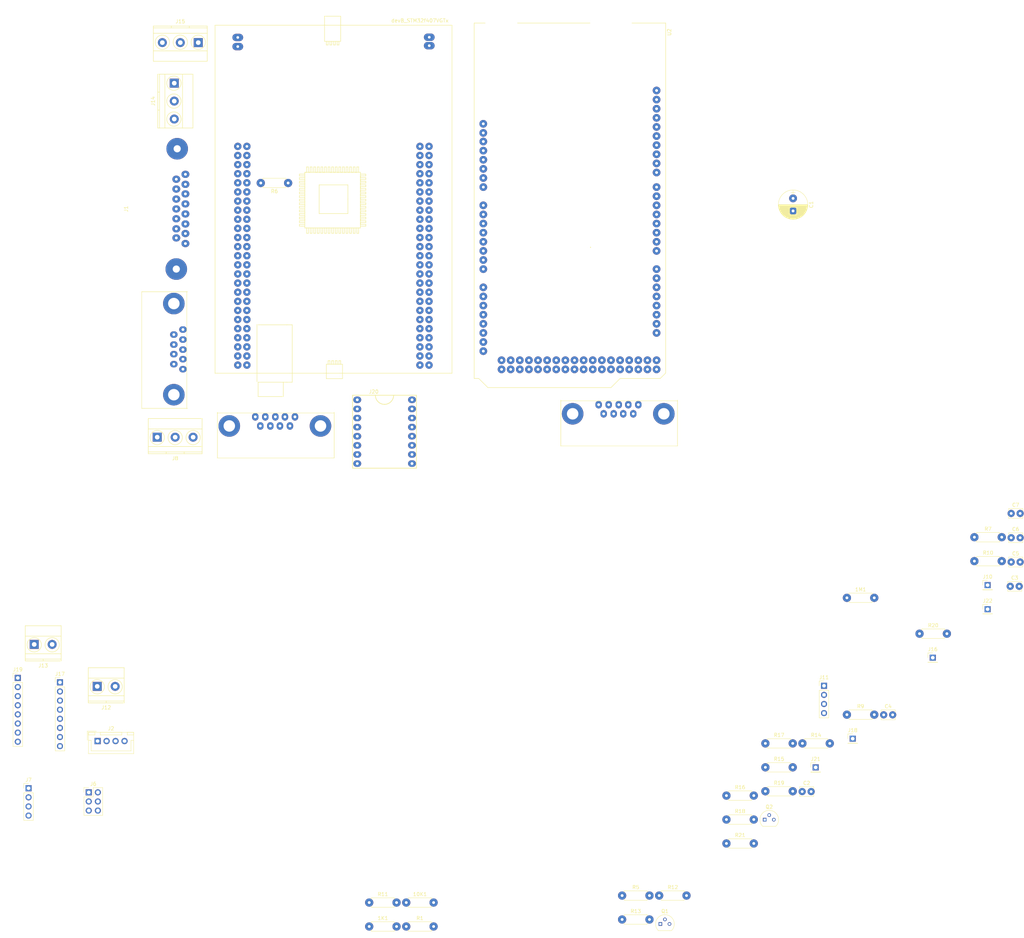
<source format=kicad_pcb>
(kicad_pcb (version 4) (host pcbnew 4.0.7)

  (general
    (links 158)
    (no_connects 158)
    (area 52.076999 33.264299 305.655482 295.0666)
    (thickness 1.6)
    (drawings 0)
    (tracks 0)
    (zones 0)
    (modules 52)
    (nets 195)
  )

  (page A4)
  (layers
    (0 F.Cu signal)
    (31 B.Cu signal)
    (32 B.Adhes user)
    (33 F.Adhes user)
    (34 B.Paste user)
    (35 F.Paste user)
    (36 B.SilkS user)
    (37 F.SilkS user)
    (38 B.Mask user)
    (39 F.Mask user)
    (40 Dwgs.User user)
    (41 Cmts.User user)
    (42 Eco1.User user)
    (43 Eco2.User user)
    (44 Edge.Cuts user)
    (45 Margin user)
    (46 B.CrtYd user)
    (47 F.CrtYd user)
    (48 B.Fab user)
    (49 F.Fab user)
  )

  (setup
    (last_trace_width 0.25)
    (user_trace_width 0.2)
    (user_trace_width 0.6)
    (user_trace_width 0.8)
    (user_trace_width 1)
    (user_trace_width 1.2)
    (user_trace_width 1.5)
    (user_trace_width 1.8)
    (user_trace_width 2)
    (trace_clearance 0.2)
    (zone_clearance 0.708)
    (zone_45_only yes)
    (trace_min 0.2)
    (segment_width 0.2)
    (edge_width 0.15)
    (via_size 0.6)
    (via_drill 0.4)
    (via_min_size 0.4)
    (via_min_drill 0.3)
    (user_via 1 0.8)
    (user_via 2 0.8)
    (user_via 3 0.8)
    (user_via 4 0.8)
    (uvia_size 0.3)
    (uvia_drill 0.1)
    (uvias_allowed no)
    (uvia_min_size 0.2)
    (uvia_min_drill 0.1)
    (pcb_text_width 0.3)
    (pcb_text_size 1.5 1.5)
    (mod_edge_width 0.15)
    (mod_text_size 1 1)
    (mod_text_width 0.15)
    (pad_size 4.5 4.5)
    (pad_drill 2)
    (pad_to_mask_clearance 0.2)
    (aux_axis_origin 0 0)
    (grid_origin 80.36 148.36)
    (visible_elements 7FFFFFFF)
    (pcbplotparams
      (layerselection 0x00030_80000001)
      (usegerberextensions false)
      (excludeedgelayer true)
      (linewidth 0.100000)
      (plotframeref false)
      (viasonmask false)
      (mode 1)
      (useauxorigin false)
      (hpglpennumber 1)
      (hpglpenspeed 20)
      (hpglpendiameter 15)
      (hpglpenoverlay 2)
      (psnegative false)
      (psa4output false)
      (plotreference true)
      (plotvalue true)
      (plotinvisibletext false)
      (padsonsilk false)
      (subtractmaskfromsilk false)
      (outputformat 1)
      (mirror false)
      (drillshape 1)
      (scaleselection 1)
      (outputdirectory ""))
  )

  (net 0 "")
  (net 1 GND)
  (net 2 /ENABLE)
  (net 3 /dir7)
  (net 4 /dir5)
  (net 5 /dir3)
  (net 6 /dir1)
  (net 7 /Mo_PWM3)
  (net 8 /Mo_PWM1)
  (net 9 /dir8)
  (net 10 /dir6)
  (net 11 /dir4)
  (net 12 /dir2)
  (net 13 /Mo_PWM4)
  (net 14 /Mo_PWM2)
  (net 15 /INT_1)
  (net 16 /En5)
  (net 17 +5V)
  (net 18 /En4_Ch1)
  (net 19 /En3_Ch1)
  (net 20 /En2_Ch1)
  (net 21 /En1_Ch1)
  (net 22 /En4_Ch2)
  (net 23 /En3_Ch2)
  (net 24 /En2_Ch2)
  (net 25 /En1_Ch2)
  (net 26 /INT_2)
  (net 27 /En6)
  (net 28 /Trigger)
  (net 29 /UART2_RX)
  (net 30 /UART2_TX)
  (net 31 /2A)
  (net 32 /1A)
  (net 33 /1B)
  (net 34 /RST_2)
  (net 35 /SPI2_CS)
  (net 36 /SPI2_SCK)
  (net 37 /SPI2_MISO)
  (net 38 /SPI2_MOSI)
  (net 39 /I2C2_SDA)
  (net 40 /I2C2_SCL)
  (net 41 /Mi2_USART4_TX)
  (net 42 /Mi2_USART4_RX)
  (net 43 /DIR)
  (net 44 /STEP)
  (net 45 /RESET)
  (net 46 "Net-(R1-Pad2)")
  (net 47 +3V3)
  (net 48 /USART3_RX)
  (net 49 /USART3_TX)
  (net 50 /2B)
  (net 51 /Mi_PWM6)
  (net 52 /AN_2)
  (net 53 "Net-(Q2-Pad2)")
  (net 54 "Net-(Q2-Pad1)")
  (net 55 /CS)
  (net 56 /AN_1)
  (net 57 "Net-(J8-Pad1)")
  (net 58 /PIN)
  (net 59 "Net-(1K1-Pad1)")
  (net 60 "Net-(1M1-Pad2)")
  (net 61 /+12V)
  (net 62 /5V)
  (net 63 /+9V)
  (net 64 /I2C1_SDA)
  (net 65 /I2C1_SCL)
  (net 66 /I/O_3)
  (net 67 /I/O_1)
  (net 68 /INT_3)
  (net 69 /I/O_4)
  (net 70 /I/O_2)
  (net 71 /INT_0)
  (net 72 /INT_5)
  (net 73 /INT_6)
  (net 74 "Net-(J1-Pad11)")
  (net 75 "Net-(J1-Pad12)")
  (net 76 "Net-(J7-Pad4)")
  (net 77 "Net-(J10-Pad1)")
  (net 78 "Net-(J16-Pad1)")
  (net 79 "Net-(J18-Pad1)")
  (net 80 /INT_10)
  (net 81 /MS1)
  (net 82 /MS2)
  (net 83 /MS3)
  (net 84 "Net-(J21-Pad1)")
  (net 85 "Net-(J22-Pad1)")
  (net 86 "Net-(U1-Pad3)")
  (net 87 "Net-(U1-Pad7)")
  (net 88 "Net-(U1-Pad8)")
  (net 89 "Net-(U1-Pad6)")
  (net 90 "Net-(U1-Pad5)")
  (net 91 "Net-(U1-Pad25)")
  (net 92 "Net-(U1-Pad27)")
  (net 93 "Net-(U1-Pad31)")
  (net 94 "Net-(U1-Pad32)")
  (net 95 "Net-(U1-Pad21)")
  (net 96 "Net-(U1-Pad22)")
  (net 97 "Net-(U1-Pad18)")
  (net 98 "Net-(U1-Pad35)")
  (net 99 "Net-(U1-Pad41)")
  (net 100 "Net-(U1-Pad42)")
  (net 101 "Net-(U1-Pad40)")
  (net 102 "Net-(U1-Pad33)")
  (net 103 "Net-(U1-Pad34)")
  (net 104 "Net-(U1-Pad93)")
  (net 105 "Net-(U1-Pad96)")
  (net 106 "Net-(U1-Pad95)")
  (net 107 "Net-(U1-Pad98)")
  (net 108 "Net-(U1-Pad97)")
  (net 109 "Net-(U1-Pad89)")
  (net 110 "Net-(U1-Pad86)")
  (net 111 "Net-(U1-Pad85)")
  (net 112 "Net-(U1-Pad70)")
  (net 113 "Net-(U1-Pad69)")
  (net 114 "Net-(U1-Pad73)")
  (net 115 "Net-(U1-Pad72)")
  (net 116 "Net-(U1-Pad71)")
  (net 117 "Net-(U1-Pad79)")
  (net 118 "Net-(U1-Pad80)")
  (net 119 "Net-(U1-Pad77)")
  (net 120 "Net-(U1-Pad78)")
  (net 121 "Net-(U1-Pad76)")
  (net 122 "Net-(U1-Pad75)")
  (net 123 "Net-(U1-Pad62)")
  (net 124 "Net-(U1-Pad65)")
  (net 125 "Net-(U1-Pad55)")
  (net 126 "Net-(U1-Pad56)")
  (net 127 "Net-(U1-Pad58)")
  (net 128 "Net-(U1-Pad57)")
  (net 129 "Net-(U1-Pad53)")
  (net 130 "Net-(U1-Pad54)")
  (net 131 "Net-(U2-Pad22)")
  (net 132 "Net-(U2-Pad53)")
  (net 133 "Net-(U2-Pad52)")
  (net 134 "Net-(U2-Pad51)")
  (net 135 "Net-(U2-Pad50)")
  (net 136 "Net-(U2-Pad49)")
  (net 137 "Net-(U2-Pad48)")
  (net 138 "Net-(U2-Pad47)")
  (net 139 "Net-(U2-Pad46)")
  (net 140 "Net-(U2-Pad45)")
  (net 141 "Net-(U2-Pad44)")
  (net 142 "Net-(U2-Pad43)")
  (net 143 "Net-(U2-Pad42)")
  (net 144 "Net-(U2-Pad41)")
  (net 145 "Net-(U2-Pad40)")
  (net 146 "Net-(U2-PadA7)")
  (net 147 "Net-(U2-PadA6)")
  (net 148 "Net-(U2-PadA0)")
  (net 149 "Net-(U2-PadGND2)")
  (net 150 "Net-(U2-PadGND1)")
  (net 151 "Net-(U2-Pad5V1)")
  (net 152 "Net-(U2-Pad3V3)")
  (net 153 "Net-(U2-PadRST1)")
  (net 154 "Net-(U2-Pad0)")
  (net 155 "Net-(U2-Pad1)")
  (net 156 "Net-(U2-Pad4)")
  (net 157 "Net-(U2-Pad5)")
  (net 158 "Net-(U2-Pad6)")
  (net 159 "Net-(U2-Pad7)")
  (net 160 "Net-(U2-Pad8)")
  (net 161 "Net-(U2-Pad9)")
  (net 162 "Net-(U2-Pad10)")
  (net 163 "Net-(U2-PadSCL)")
  (net 164 "Net-(U2-PadSDA)")
  (net 165 "Net-(U2-PadAREF)")
  (net 166 "Net-(U2-Pad13)")
  (net 167 "Net-(U2-Pad12)")
  (net 168 "Net-(U2-Pad11)")
  (net 169 "Net-(U2-PadA1)")
  (net 170 "Net-(U2-PadA2)")
  (net 171 "Net-(U2-PadA3)")
  (net 172 "Net-(U2-PadA4)")
  (net 173 "Net-(U2-PadA5)")
  (net 174 "Net-(U2-PadA8)")
  (net 175 "Net-(U2-PadA9)")
  (net 176 "Net-(U2-PadA10)")
  (net 177 "Net-(U2-PadA11)")
  (net 178 "Net-(U2-PadA12)")
  (net 179 "Net-(U2-PadA13)")
  (net 180 "Net-(U2-PadA14)")
  (net 181 "Net-(U2-PadA15)")
  (net 182 "Net-(U2-Pad24)")
  (net 183 "Net-(U2-Pad26)")
  (net 184 "Net-(U2-Pad28)")
  (net 185 "Net-(U2-Pad30)")
  (net 186 "Net-(U2-Pad31)")
  (net 187 "Net-(U2-Pad32)")
  (net 188 "Net-(U2-Pad33)")
  (net 189 "Net-(U2-Pad34)")
  (net 190 "Net-(U2-Pad35)")
  (net 191 "Net-(U2-Pad36)")
  (net 192 "Net-(U2-Pad37)")
  (net 193 "Net-(U2-Pad38)")
  (net 194 "Net-(U2-Pad39)")

  (net_class Default "This is the default net class."
    (clearance 0.2)
    (trace_width 0.25)
    (via_dia 0.6)
    (via_drill 0.4)
    (uvia_dia 0.3)
    (uvia_drill 0.1)
    (add_net +3V3)
    (add_net +5V)
    (add_net /+12V)
    (add_net /+9V)
    (add_net /1A)
    (add_net /1B)
    (add_net /2A)
    (add_net /2B)
    (add_net /5V)
    (add_net /AN_1)
    (add_net /AN_2)
    (add_net /CS)
    (add_net /DIR)
    (add_net /ENABLE)
    (add_net /En1_Ch1)
    (add_net /En1_Ch2)
    (add_net /En2_Ch1)
    (add_net /En2_Ch2)
    (add_net /En3_Ch1)
    (add_net /En3_Ch2)
    (add_net /En4_Ch1)
    (add_net /En4_Ch2)
    (add_net /En5)
    (add_net /En6)
    (add_net /I/O_1)
    (add_net /I/O_2)
    (add_net /I/O_3)
    (add_net /I/O_4)
    (add_net /I2C1_SCL)
    (add_net /I2C1_SDA)
    (add_net /I2C2_SCL)
    (add_net /I2C2_SDA)
    (add_net /INT_0)
    (add_net /INT_1)
    (add_net /INT_10)
    (add_net /INT_2)
    (add_net /INT_3)
    (add_net /INT_5)
    (add_net /INT_6)
    (add_net /MS1)
    (add_net /MS2)
    (add_net /MS3)
    (add_net /Mi2_USART4_RX)
    (add_net /Mi2_USART4_TX)
    (add_net /Mi_PWM6)
    (add_net /Mo_PWM1)
    (add_net /Mo_PWM2)
    (add_net /Mo_PWM3)
    (add_net /Mo_PWM4)
    (add_net /PIN)
    (add_net /RESET)
    (add_net /RST_2)
    (add_net /SPI2_CS)
    (add_net /SPI2_MISO)
    (add_net /SPI2_MOSI)
    (add_net /SPI2_SCK)
    (add_net /STEP)
    (add_net /Trigger)
    (add_net /UART2_RX)
    (add_net /UART2_TX)
    (add_net /USART3_RX)
    (add_net /USART3_TX)
    (add_net /dir1)
    (add_net /dir2)
    (add_net /dir3)
    (add_net /dir4)
    (add_net /dir5)
    (add_net /dir6)
    (add_net /dir7)
    (add_net /dir8)
    (add_net GND)
    (add_net "Net-(1K1-Pad1)")
    (add_net "Net-(1M1-Pad2)")
    (add_net "Net-(J1-Pad11)")
    (add_net "Net-(J1-Pad12)")
    (add_net "Net-(J10-Pad1)")
    (add_net "Net-(J16-Pad1)")
    (add_net "Net-(J18-Pad1)")
    (add_net "Net-(J21-Pad1)")
    (add_net "Net-(J22-Pad1)")
    (add_net "Net-(J7-Pad4)")
    (add_net "Net-(J8-Pad1)")
    (add_net "Net-(Q2-Pad1)")
    (add_net "Net-(Q2-Pad2)")
    (add_net "Net-(R1-Pad2)")
    (add_net "Net-(U1-Pad18)")
    (add_net "Net-(U1-Pad21)")
    (add_net "Net-(U1-Pad22)")
    (add_net "Net-(U1-Pad25)")
    (add_net "Net-(U1-Pad27)")
    (add_net "Net-(U1-Pad3)")
    (add_net "Net-(U1-Pad31)")
    (add_net "Net-(U1-Pad32)")
    (add_net "Net-(U1-Pad33)")
    (add_net "Net-(U1-Pad34)")
    (add_net "Net-(U1-Pad35)")
    (add_net "Net-(U1-Pad40)")
    (add_net "Net-(U1-Pad41)")
    (add_net "Net-(U1-Pad42)")
    (add_net "Net-(U1-Pad5)")
    (add_net "Net-(U1-Pad53)")
    (add_net "Net-(U1-Pad54)")
    (add_net "Net-(U1-Pad55)")
    (add_net "Net-(U1-Pad56)")
    (add_net "Net-(U1-Pad57)")
    (add_net "Net-(U1-Pad58)")
    (add_net "Net-(U1-Pad6)")
    (add_net "Net-(U1-Pad62)")
    (add_net "Net-(U1-Pad65)")
    (add_net "Net-(U1-Pad69)")
    (add_net "Net-(U1-Pad7)")
    (add_net "Net-(U1-Pad70)")
    (add_net "Net-(U1-Pad71)")
    (add_net "Net-(U1-Pad72)")
    (add_net "Net-(U1-Pad73)")
    (add_net "Net-(U1-Pad75)")
    (add_net "Net-(U1-Pad76)")
    (add_net "Net-(U1-Pad77)")
    (add_net "Net-(U1-Pad78)")
    (add_net "Net-(U1-Pad79)")
    (add_net "Net-(U1-Pad8)")
    (add_net "Net-(U1-Pad80)")
    (add_net "Net-(U1-Pad85)")
    (add_net "Net-(U1-Pad86)")
    (add_net "Net-(U1-Pad89)")
    (add_net "Net-(U1-Pad93)")
    (add_net "Net-(U1-Pad95)")
    (add_net "Net-(U1-Pad96)")
    (add_net "Net-(U1-Pad97)")
    (add_net "Net-(U1-Pad98)")
    (add_net "Net-(U2-Pad0)")
    (add_net "Net-(U2-Pad1)")
    (add_net "Net-(U2-Pad10)")
    (add_net "Net-(U2-Pad11)")
    (add_net "Net-(U2-Pad12)")
    (add_net "Net-(U2-Pad13)")
    (add_net "Net-(U2-Pad22)")
    (add_net "Net-(U2-Pad24)")
    (add_net "Net-(U2-Pad26)")
    (add_net "Net-(U2-Pad28)")
    (add_net "Net-(U2-Pad30)")
    (add_net "Net-(U2-Pad31)")
    (add_net "Net-(U2-Pad32)")
    (add_net "Net-(U2-Pad33)")
    (add_net "Net-(U2-Pad34)")
    (add_net "Net-(U2-Pad35)")
    (add_net "Net-(U2-Pad36)")
    (add_net "Net-(U2-Pad37)")
    (add_net "Net-(U2-Pad38)")
    (add_net "Net-(U2-Pad39)")
    (add_net "Net-(U2-Pad3V3)")
    (add_net "Net-(U2-Pad4)")
    (add_net "Net-(U2-Pad40)")
    (add_net "Net-(U2-Pad41)")
    (add_net "Net-(U2-Pad42)")
    (add_net "Net-(U2-Pad43)")
    (add_net "Net-(U2-Pad44)")
    (add_net "Net-(U2-Pad45)")
    (add_net "Net-(U2-Pad46)")
    (add_net "Net-(U2-Pad47)")
    (add_net "Net-(U2-Pad48)")
    (add_net "Net-(U2-Pad49)")
    (add_net "Net-(U2-Pad5)")
    (add_net "Net-(U2-Pad50)")
    (add_net "Net-(U2-Pad51)")
    (add_net "Net-(U2-Pad52)")
    (add_net "Net-(U2-Pad53)")
    (add_net "Net-(U2-Pad5V1)")
    (add_net "Net-(U2-Pad6)")
    (add_net "Net-(U2-Pad7)")
    (add_net "Net-(U2-Pad8)")
    (add_net "Net-(U2-Pad9)")
    (add_net "Net-(U2-PadA0)")
    (add_net "Net-(U2-PadA1)")
    (add_net "Net-(U2-PadA10)")
    (add_net "Net-(U2-PadA11)")
    (add_net "Net-(U2-PadA12)")
    (add_net "Net-(U2-PadA13)")
    (add_net "Net-(U2-PadA14)")
    (add_net "Net-(U2-PadA15)")
    (add_net "Net-(U2-PadA2)")
    (add_net "Net-(U2-PadA3)")
    (add_net "Net-(U2-PadA4)")
    (add_net "Net-(U2-PadA5)")
    (add_net "Net-(U2-PadA6)")
    (add_net "Net-(U2-PadA7)")
    (add_net "Net-(U2-PadA8)")
    (add_net "Net-(U2-PadA9)")
    (add_net "Net-(U2-PadAREF)")
    (add_net "Net-(U2-PadGND1)")
    (add_net "Net-(U2-PadGND2)")
    (add_net "Net-(U2-PadRST1)")
    (add_net "Net-(U2-PadSCL)")
    (add_net "Net-(U2-PadSDA)")
  )

  (module modFiles:Resistor_small (layer F.Cu) (tedit 5ADE0F5A) (tstamp 5C337BAB)
    (at 123.05548 291.6816)
    (descr "Resistor, Axial_DIN0207 series, Axial, Horizontal, pin pitch=7.62mm, 0.25W = 1/4W, length*diameter=6.3*2.5mm^2, http://cdn-reichelt.de/documents/datenblatt/B400/1_4W%23YAG.pdf")
    (tags "Resistor Axial_DIN0207 series Axial Horizontal pin pitch 7.62mm 0.25W = 1/4W length 6.3mm diameter 2.5mm")
    (path /5C30C524)
    (fp_text reference 1K1 (at 3.81 -2.31) (layer F.SilkS)
      (effects (font (size 1 1) (thickness 0.15)))
    )
    (fp_text value R (at 3.81 2.31) (layer F.Fab)
      (effects (font (size 1 1) (thickness 0.15)))
    )
    (fp_line (start 0.66 -1.25) (end 0.66 1.25) (layer F.Fab) (width 0.1))
    (fp_line (start 0.66 1.25) (end 6.96 1.25) (layer F.Fab) (width 0.1))
    (fp_line (start 6.96 1.25) (end 6.96 -1.25) (layer F.Fab) (width 0.1))
    (fp_line (start 6.96 -1.25) (end 0.66 -1.25) (layer F.Fab) (width 0.1))
    (fp_line (start 0 0) (end 0.66 0) (layer F.Fab) (width 0.1))
    (fp_line (start 7.62 0) (end 6.96 0) (layer F.Fab) (width 0.1))
    (fp_line (start 0.6 -0.98) (end 0.6 -1.31) (layer F.SilkS) (width 0.12))
    (fp_line (start 0.6 -1.31) (end 7.02 -1.31) (layer F.SilkS) (width 0.12))
    (fp_line (start 7.02 -1.31) (end 7.02 -0.98) (layer F.SilkS) (width 0.12))
    (fp_line (start 0.6 0.98) (end 0.6 1.31) (layer F.SilkS) (width 0.12))
    (fp_line (start 0.6 1.31) (end 7.02 1.31) (layer F.SilkS) (width 0.12))
    (fp_line (start 7.02 1.31) (end 7.02 0.98) (layer F.SilkS) (width 0.12))
    (fp_line (start -1.05 -1.6) (end -1.05 1.6) (layer F.CrtYd) (width 0.05))
    (fp_line (start -1.05 1.6) (end 8.7 1.6) (layer F.CrtYd) (width 0.05))
    (fp_line (start 8.7 1.6) (end 8.7 -1.6) (layer F.CrtYd) (width 0.05))
    (fp_line (start 8.7 -1.6) (end -1.05 -1.6) (layer F.CrtYd) (width 0.05))
    (pad 1 thru_hole circle (at 0 0) (size 2.3 2.3) (drill 0.8) (layers *.Cu *.Mask)
      (net 59 "Net-(1K1-Pad1)"))
    (pad 2 thru_hole circle (at 7.62 0) (size 2.3 2.3) (drill 0.8) (layers *.Cu *.Mask)
      (net 55 /CS))
    (model _3D/Used/R_Axial_DIN0207_L6.3mm_D2.5mm_P7.62mm_Horizontal.wrl
      (at (xyz 0 0 0))
      (scale (xyz 0.393701 0.393701 0.393701))
      (rotate (xyz 0 0 0))
    )
  )

  (module modFiles:Resistor_small (layer F.Cu) (tedit 5ADE0F5A) (tstamp 5C337BC1)
    (at 256.12548 200.0816)
    (descr "Resistor, Axial_DIN0207 series, Axial, Horizontal, pin pitch=7.62mm, 0.25W = 1/4W, length*diameter=6.3*2.5mm^2, http://cdn-reichelt.de/documents/datenblatt/B400/1_4W%23YAG.pdf")
    (tags "Resistor Axial_DIN0207 series Axial Horizontal pin pitch 7.62mm 0.25W = 1/4W length 6.3mm diameter 2.5mm")
    (path /5C30C96A)
    (fp_text reference 1M1 (at 3.81 -2.31) (layer F.SilkS)
      (effects (font (size 1 1) (thickness 0.15)))
    )
    (fp_text value R (at 3.81 2.31) (layer F.Fab)
      (effects (font (size 1 1) (thickness 0.15)))
    )
    (fp_line (start 0.66 -1.25) (end 0.66 1.25) (layer F.Fab) (width 0.1))
    (fp_line (start 0.66 1.25) (end 6.96 1.25) (layer F.Fab) (width 0.1))
    (fp_line (start 6.96 1.25) (end 6.96 -1.25) (layer F.Fab) (width 0.1))
    (fp_line (start 6.96 -1.25) (end 0.66 -1.25) (layer F.Fab) (width 0.1))
    (fp_line (start 0 0) (end 0.66 0) (layer F.Fab) (width 0.1))
    (fp_line (start 7.62 0) (end 6.96 0) (layer F.Fab) (width 0.1))
    (fp_line (start 0.6 -0.98) (end 0.6 -1.31) (layer F.SilkS) (width 0.12))
    (fp_line (start 0.6 -1.31) (end 7.02 -1.31) (layer F.SilkS) (width 0.12))
    (fp_line (start 7.02 -1.31) (end 7.02 -0.98) (layer F.SilkS) (width 0.12))
    (fp_line (start 0.6 0.98) (end 0.6 1.31) (layer F.SilkS) (width 0.12))
    (fp_line (start 0.6 1.31) (end 7.02 1.31) (layer F.SilkS) (width 0.12))
    (fp_line (start 7.02 1.31) (end 7.02 0.98) (layer F.SilkS) (width 0.12))
    (fp_line (start -1.05 -1.6) (end -1.05 1.6) (layer F.CrtYd) (width 0.05))
    (fp_line (start -1.05 1.6) (end 8.7 1.6) (layer F.CrtYd) (width 0.05))
    (fp_line (start 8.7 1.6) (end 8.7 -1.6) (layer F.CrtYd) (width 0.05))
    (fp_line (start 8.7 -1.6) (end -1.05 -1.6) (layer F.CrtYd) (width 0.05))
    (pad 1 thru_hole circle (at 0 0) (size 2.3 2.3) (drill 0.8) (layers *.Cu *.Mask)
      (net 58 /PIN))
    (pad 2 thru_hole circle (at 7.62 0) (size 2.3 2.3) (drill 0.8) (layers *.Cu *.Mask)
      (net 60 "Net-(1M1-Pad2)"))
    (model _3D/Used/R_Axial_DIN0207_L6.3mm_D2.5mm_P7.62mm_Horizontal.wrl
      (at (xyz 0 0 0))
      (scale (xyz 0.393701 0.393701 0.393701))
      (rotate (xyz 0 0 0))
    )
  )

  (module modFiles:Resistor_small (layer F.Cu) (tedit 5ADE0F5A) (tstamp 5C337BD7)
    (at 133.37548 285.0116)
    (descr "Resistor, Axial_DIN0207 series, Axial, Horizontal, pin pitch=7.62mm, 0.25W = 1/4W, length*diameter=6.3*2.5mm^2, http://cdn-reichelt.de/documents/datenblatt/B400/1_4W%23YAG.pdf")
    (tags "Resistor Axial_DIN0207 series Axial Horizontal pin pitch 7.62mm 0.25W = 1/4W length 6.3mm diameter 2.5mm")
    (path /5C30C760)
    (fp_text reference 10K1 (at 3.81 -2.31) (layer F.SilkS)
      (effects (font (size 1 1) (thickness 0.15)))
    )
    (fp_text value R (at 3.81 2.31) (layer F.Fab)
      (effects (font (size 1 1) (thickness 0.15)))
    )
    (fp_line (start 0.66 -1.25) (end 0.66 1.25) (layer F.Fab) (width 0.1))
    (fp_line (start 0.66 1.25) (end 6.96 1.25) (layer F.Fab) (width 0.1))
    (fp_line (start 6.96 1.25) (end 6.96 -1.25) (layer F.Fab) (width 0.1))
    (fp_line (start 6.96 -1.25) (end 0.66 -1.25) (layer F.Fab) (width 0.1))
    (fp_line (start 0 0) (end 0.66 0) (layer F.Fab) (width 0.1))
    (fp_line (start 7.62 0) (end 6.96 0) (layer F.Fab) (width 0.1))
    (fp_line (start 0.6 -0.98) (end 0.6 -1.31) (layer F.SilkS) (width 0.12))
    (fp_line (start 0.6 -1.31) (end 7.02 -1.31) (layer F.SilkS) (width 0.12))
    (fp_line (start 7.02 -1.31) (end 7.02 -0.98) (layer F.SilkS) (width 0.12))
    (fp_line (start 0.6 0.98) (end 0.6 1.31) (layer F.SilkS) (width 0.12))
    (fp_line (start 0.6 1.31) (end 7.02 1.31) (layer F.SilkS) (width 0.12))
    (fp_line (start 7.02 1.31) (end 7.02 0.98) (layer F.SilkS) (width 0.12))
    (fp_line (start -1.05 -1.6) (end -1.05 1.6) (layer F.CrtYd) (width 0.05))
    (fp_line (start -1.05 1.6) (end 8.7 1.6) (layer F.CrtYd) (width 0.05))
    (fp_line (start 8.7 1.6) (end 8.7 -1.6) (layer F.CrtYd) (width 0.05))
    (fp_line (start 8.7 -1.6) (end -1.05 -1.6) (layer F.CrtYd) (width 0.05))
    (pad 1 thru_hole circle (at 0 0) (size 2.3 2.3) (drill 0.8) (layers *.Cu *.Mask)
      (net 55 /CS))
    (pad 2 thru_hole circle (at 7.62 0) (size 2.3 2.3) (drill 0.8) (layers *.Cu *.Mask)
      (net 17 +5V))
    (model _3D/Used/R_Axial_DIN0207_L6.3mm_D2.5mm_P7.62mm_Horizontal.wrl
      (at (xyz 0 0 0))
      (scale (xyz 0.393701 0.393701 0.393701))
      (rotate (xyz 0 0 0))
    )
  )

  (module modFiles:Capacitor_100uF (layer F.Cu) (tedit 5ADE2248) (tstamp 5C337C7F)
    (at 241.12676 88.75128 270)
    (descr "CP, Radial series, Radial, pin pitch=3.50mm, , diameter=8mm, Electrolytic Capacitor")
    (tags "CP Radial series Radial pin pitch 3.50mm  diameter 8mm Electrolytic Capacitor")
    (path /5C2A5DC3)
    (fp_text reference C1 (at 1.75 -5.06 270) (layer F.SilkS)
      (effects (font (size 1 1) (thickness 0.15)))
    )
    (fp_text value C (at 1.75 5.06 270) (layer F.Fab)
      (effects (font (size 1 1) (thickness 0.15)))
    )
    (fp_circle (center 1.75 0) (end 5.75 0) (layer F.Fab) (width 0.1))
    (fp_circle (center 1.75 0) (end 5.84 0) (layer F.SilkS) (width 0.12))
    (fp_line (start -2.2 0) (end -1 0) (layer F.Fab) (width 0.1))
    (fp_line (start -1.6 -0.65) (end -1.6 0.65) (layer F.Fab) (width 0.1))
    (fp_line (start 1.75 -4.05) (end 1.75 4.05) (layer F.SilkS) (width 0.12))
    (fp_line (start 1.79 -4.05) (end 1.79 4.05) (layer F.SilkS) (width 0.12))
    (fp_line (start 1.83 -4.05) (end 1.83 4.05) (layer F.SilkS) (width 0.12))
    (fp_line (start 1.87 -4.049) (end 1.87 4.049) (layer F.SilkS) (width 0.12))
    (fp_line (start 1.91 -4.047) (end 1.91 4.047) (layer F.SilkS) (width 0.12))
    (fp_line (start 1.95 -4.046) (end 1.95 4.046) (layer F.SilkS) (width 0.12))
    (fp_line (start 1.99 -4.043) (end 1.99 4.043) (layer F.SilkS) (width 0.12))
    (fp_line (start 2.03 -4.041) (end 2.03 4.041) (layer F.SilkS) (width 0.12))
    (fp_line (start 2.07 -4.038) (end 2.07 4.038) (layer F.SilkS) (width 0.12))
    (fp_line (start 2.11 -4.035) (end 2.11 4.035) (layer F.SilkS) (width 0.12))
    (fp_line (start 2.15 -4.031) (end 2.15 4.031) (layer F.SilkS) (width 0.12))
    (fp_line (start 2.19 -4.027) (end 2.19 4.027) (layer F.SilkS) (width 0.12))
    (fp_line (start 2.23 -4.022) (end 2.23 4.022) (layer F.SilkS) (width 0.12))
    (fp_line (start 2.27 -4.017) (end 2.27 4.017) (layer F.SilkS) (width 0.12))
    (fp_line (start 2.31 -4.012) (end 2.31 4.012) (layer F.SilkS) (width 0.12))
    (fp_line (start 2.35 -4.006) (end 2.35 4.006) (layer F.SilkS) (width 0.12))
    (fp_line (start 2.39 -4) (end 2.39 4) (layer F.SilkS) (width 0.12))
    (fp_line (start 2.43 -3.994) (end 2.43 3.994) (layer F.SilkS) (width 0.12))
    (fp_line (start 2.471 -3.987) (end 2.471 3.987) (layer F.SilkS) (width 0.12))
    (fp_line (start 2.511 -3.979) (end 2.511 3.979) (layer F.SilkS) (width 0.12))
    (fp_line (start 2.551 -3.971) (end 2.551 -0.98) (layer F.SilkS) (width 0.12))
    (fp_line (start 2.551 0.98) (end 2.551 3.971) (layer F.SilkS) (width 0.12))
    (fp_line (start 2.591 -3.963) (end 2.591 -0.98) (layer F.SilkS) (width 0.12))
    (fp_line (start 2.591 0.98) (end 2.591 3.963) (layer F.SilkS) (width 0.12))
    (fp_line (start 2.631 -3.955) (end 2.631 -0.98) (layer F.SilkS) (width 0.12))
    (fp_line (start 2.631 0.98) (end 2.631 3.955) (layer F.SilkS) (width 0.12))
    (fp_line (start 2.671 -3.946) (end 2.671 -0.98) (layer F.SilkS) (width 0.12))
    (fp_line (start 2.671 0.98) (end 2.671 3.946) (layer F.SilkS) (width 0.12))
    (fp_line (start 2.711 -3.936) (end 2.711 -0.98) (layer F.SilkS) (width 0.12))
    (fp_line (start 2.711 0.98) (end 2.711 3.936) (layer F.SilkS) (width 0.12))
    (fp_line (start 2.751 -3.926) (end 2.751 -0.98) (layer F.SilkS) (width 0.12))
    (fp_line (start 2.751 0.98) (end 2.751 3.926) (layer F.SilkS) (width 0.12))
    (fp_line (start 2.791 -3.916) (end 2.791 -0.98) (layer F.SilkS) (width 0.12))
    (fp_line (start 2.791 0.98) (end 2.791 3.916) (layer F.SilkS) (width 0.12))
    (fp_line (start 2.831 -3.905) (end 2.831 -0.98) (layer F.SilkS) (width 0.12))
    (fp_line (start 2.831 0.98) (end 2.831 3.905) (layer F.SilkS) (width 0.12))
    (fp_line (start 2.871 -3.894) (end 2.871 -0.98) (layer F.SilkS) (width 0.12))
    (fp_line (start 2.871 0.98) (end 2.871 3.894) (layer F.SilkS) (width 0.12))
    (fp_line (start 2.911 -3.883) (end 2.911 -0.98) (layer F.SilkS) (width 0.12))
    (fp_line (start 2.911 0.98) (end 2.911 3.883) (layer F.SilkS) (width 0.12))
    (fp_line (start 2.951 -3.87) (end 2.951 -0.98) (layer F.SilkS) (width 0.12))
    (fp_line (start 2.951 0.98) (end 2.951 3.87) (layer F.SilkS) (width 0.12))
    (fp_line (start 2.991 -3.858) (end 2.991 -0.98) (layer F.SilkS) (width 0.12))
    (fp_line (start 2.991 0.98) (end 2.991 3.858) (layer F.SilkS) (width 0.12))
    (fp_line (start 3.031 -3.845) (end 3.031 -0.98) (layer F.SilkS) (width 0.12))
    (fp_line (start 3.031 0.98) (end 3.031 3.845) (layer F.SilkS) (width 0.12))
    (fp_line (start 3.071 -3.832) (end 3.071 -0.98) (layer F.SilkS) (width 0.12))
    (fp_line (start 3.071 0.98) (end 3.071 3.832) (layer F.SilkS) (width 0.12))
    (fp_line (start 3.111 -3.818) (end 3.111 -0.98) (layer F.SilkS) (width 0.12))
    (fp_line (start 3.111 0.98) (end 3.111 3.818) (layer F.SilkS) (width 0.12))
    (fp_line (start 3.151 -3.803) (end 3.151 -0.98) (layer F.SilkS) (width 0.12))
    (fp_line (start 3.151 0.98) (end 3.151 3.803) (layer F.SilkS) (width 0.12))
    (fp_line (start 3.191 -3.789) (end 3.191 -0.98) (layer F.SilkS) (width 0.12))
    (fp_line (start 3.191 0.98) (end 3.191 3.789) (layer F.SilkS) (width 0.12))
    (fp_line (start 3.231 -3.773) (end 3.231 -0.98) (layer F.SilkS) (width 0.12))
    (fp_line (start 3.231 0.98) (end 3.231 3.773) (layer F.SilkS) (width 0.12))
    (fp_line (start 3.271 -3.758) (end 3.271 -0.98) (layer F.SilkS) (width 0.12))
    (fp_line (start 3.271 0.98) (end 3.271 3.758) (layer F.SilkS) (width 0.12))
    (fp_line (start 3.311 -3.741) (end 3.311 -0.98) (layer F.SilkS) (width 0.12))
    (fp_line (start 3.311 0.98) (end 3.311 3.741) (layer F.SilkS) (width 0.12))
    (fp_line (start 3.351 -3.725) (end 3.351 -0.98) (layer F.SilkS) (width 0.12))
    (fp_line (start 3.351 0.98) (end 3.351 3.725) (layer F.SilkS) (width 0.12))
    (fp_line (start 3.391 -3.707) (end 3.391 -0.98) (layer F.SilkS) (width 0.12))
    (fp_line (start 3.391 0.98) (end 3.391 3.707) (layer F.SilkS) (width 0.12))
    (fp_line (start 3.431 -3.69) (end 3.431 -0.98) (layer F.SilkS) (width 0.12))
    (fp_line (start 3.431 0.98) (end 3.431 3.69) (layer F.SilkS) (width 0.12))
    (fp_line (start 3.471 -3.671) (end 3.471 -0.98) (layer F.SilkS) (width 0.12))
    (fp_line (start 3.471 0.98) (end 3.471 3.671) (layer F.SilkS) (width 0.12))
    (fp_line (start 3.511 -3.652) (end 3.511 -0.98) (layer F.SilkS) (width 0.12))
    (fp_line (start 3.511 0.98) (end 3.511 3.652) (layer F.SilkS) (width 0.12))
    (fp_line (start 3.551 -3.633) (end 3.551 -0.98) (layer F.SilkS) (width 0.12))
    (fp_line (start 3.551 0.98) (end 3.551 3.633) (layer F.SilkS) (width 0.12))
    (fp_line (start 3.591 -3.613) (end 3.591 -0.98) (layer F.SilkS) (width 0.12))
    (fp_line (start 3.591 0.98) (end 3.591 3.613) (layer F.SilkS) (width 0.12))
    (fp_line (start 3.631 -3.593) (end 3.631 -0.98) (layer F.SilkS) (width 0.12))
    (fp_line (start 3.631 0.98) (end 3.631 3.593) (layer F.SilkS) (width 0.12))
    (fp_line (start 3.671 -3.572) (end 3.671 -0.98) (layer F.SilkS) (width 0.12))
    (fp_line (start 3.671 0.98) (end 3.671 3.572) (layer F.SilkS) (width 0.12))
    (fp_line (start 3.711 -3.55) (end 3.711 -0.98) (layer F.SilkS) (width 0.12))
    (fp_line (start 3.711 0.98) (end 3.711 3.55) (layer F.SilkS) (width 0.12))
    (fp_line (start 3.751 -3.528) (end 3.751 -0.98) (layer F.SilkS) (width 0.12))
    (fp_line (start 3.751 0.98) (end 3.751 3.528) (layer F.SilkS) (width 0.12))
    (fp_line (start 3.791 -3.505) (end 3.791 -0.98) (layer F.SilkS) (width 0.12))
    (fp_line (start 3.791 0.98) (end 3.791 3.505) (layer F.SilkS) (width 0.12))
    (fp_line (start 3.831 -3.482) (end 3.831 -0.98) (layer F.SilkS) (width 0.12))
    (fp_line (start 3.831 0.98) (end 3.831 3.482) (layer F.SilkS) (width 0.12))
    (fp_line (start 3.871 -3.458) (end 3.871 -0.98) (layer F.SilkS) (width 0.12))
    (fp_line (start 3.871 0.98) (end 3.871 3.458) (layer F.SilkS) (width 0.12))
    (fp_line (start 3.911 -3.434) (end 3.911 -0.98) (layer F.SilkS) (width 0.12))
    (fp_line (start 3.911 0.98) (end 3.911 3.434) (layer F.SilkS) (width 0.12))
    (fp_line (start 3.951 -3.408) (end 3.951 -0.98) (layer F.SilkS) (width 0.12))
    (fp_line (start 3.951 0.98) (end 3.951 3.408) (layer F.SilkS) (width 0.12))
    (fp_line (start 3.991 -3.383) (end 3.991 -0.98) (layer F.SilkS) (width 0.12))
    (fp_line (start 3.991 0.98) (end 3.991 3.383) (layer F.SilkS) (width 0.12))
    (fp_line (start 4.031 -3.356) (end 4.031 -0.98) (layer F.SilkS) (width 0.12))
    (fp_line (start 4.031 0.98) (end 4.031 3.356) (layer F.SilkS) (width 0.12))
    (fp_line (start 4.071 -3.329) (end 4.071 -0.98) (layer F.SilkS) (width 0.12))
    (fp_line (start 4.071 0.98) (end 4.071 3.329) (layer F.SilkS) (width 0.12))
    (fp_line (start 4.111 -3.301) (end 4.111 -0.98) (layer F.SilkS) (width 0.12))
    (fp_line (start 4.111 0.98) (end 4.111 3.301) (layer F.SilkS) (width 0.12))
    (fp_line (start 4.151 -3.272) (end 4.151 -0.98) (layer F.SilkS) (width 0.12))
    (fp_line (start 4.151 0.98) (end 4.151 3.272) (layer F.SilkS) (width 0.12))
    (fp_line (start 4.191 -3.243) (end 4.191 -0.98) (layer F.SilkS) (width 0.12))
    (fp_line (start 4.191 0.98) (end 4.191 3.243) (layer F.SilkS) (width 0.12))
    (fp_line (start 4.231 -3.213) (end 4.231 -0.98) (layer F.SilkS) (width 0.12))
    (fp_line (start 4.231 0.98) (end 4.231 3.213) (layer F.SilkS) (width 0.12))
    (fp_line (start 4.271 -3.182) (end 4.271 -0.98) (layer F.SilkS) (width 0.12))
    (fp_line (start 4.271 0.98) (end 4.271 3.182) (layer F.SilkS) (width 0.12))
    (fp_line (start 4.311 -3.15) (end 4.311 -0.98) (layer F.SilkS) (width 0.12))
    (fp_line (start 4.311 0.98) (end 4.311 3.15) (layer F.SilkS) (width 0.12))
    (fp_line (start 4.351 -3.118) (end 4.351 -0.98) (layer F.SilkS) (width 0.12))
    (fp_line (start 4.351 0.98) (end 4.351 3.118) (layer F.SilkS) (width 0.12))
    (fp_line (start 4.391 -3.084) (end 4.391 -0.98) (layer F.SilkS) (width 0.12))
    (fp_line (start 4.391 0.98) (end 4.391 3.084) (layer F.SilkS) (width 0.12))
    (fp_line (start 4.431 -3.05) (end 4.431 -0.98) (layer F.SilkS) (width 0.12))
    (fp_line (start 4.431 0.98) (end 4.431 3.05) (layer F.SilkS) (width 0.12))
    (fp_line (start 4.471 -3.015) (end 4.471 -0.98) (layer F.SilkS) (width 0.12))
    (fp_line (start 4.471 0.98) (end 4.471 3.015) (layer F.SilkS) (width 0.12))
    (fp_line (start 4.511 -2.979) (end 4.511 2.979) (layer F.SilkS) (width 0.12))
    (fp_line (start 4.551 -2.942) (end 4.551 2.942) (layer F.SilkS) (width 0.12))
    (fp_line (start 4.591 -2.904) (end 4.591 2.904) (layer F.SilkS) (width 0.12))
    (fp_line (start 4.631 -2.865) (end 4.631 2.865) (layer F.SilkS) (width 0.12))
    (fp_line (start 4.671 -2.824) (end 4.671 2.824) (layer F.SilkS) (width 0.12))
    (fp_line (start 4.711 -2.783) (end 4.711 2.783) (layer F.SilkS) (width 0.12))
    (fp_line (start 4.751 -2.74) (end 4.751 2.74) (layer F.SilkS) (width 0.12))
    (fp_line (start 4.791 -2.697) (end 4.791 2.697) (layer F.SilkS) (width 0.12))
    (fp_line (start 4.831 -2.652) (end 4.831 2.652) (layer F.SilkS) (width 0.12))
    (fp_line (start 4.871 -2.605) (end 4.871 2.605) (layer F.SilkS) (width 0.12))
    (fp_line (start 4.911 -2.557) (end 4.911 2.557) (layer F.SilkS) (width 0.12))
    (fp_line (start 4.951 -2.508) (end 4.951 2.508) (layer F.SilkS) (width 0.12))
    (fp_line (start 4.991 -2.457) (end 4.991 2.457) (layer F.SilkS) (width 0.12))
    (fp_line (start 5.031 -2.404) (end 5.031 2.404) (layer F.SilkS) (width 0.12))
    (fp_line (start 5.071 -2.349) (end 5.071 2.349) (layer F.SilkS) (width 0.12))
    (fp_line (start 5.111 -2.293) (end 5.111 2.293) (layer F.SilkS) (width 0.12))
    (fp_line (start 5.151 -2.234) (end 5.151 2.234) (layer F.SilkS) (width 0.12))
    (fp_line (start 5.191 -2.173) (end 5.191 2.173) (layer F.SilkS) (width 0.12))
    (fp_line (start 5.231 -2.109) (end 5.231 2.109) (layer F.SilkS) (width 0.12))
    (fp_line (start 5.271 -2.043) (end 5.271 2.043) (layer F.SilkS) (width 0.12))
    (fp_line (start 5.311 -1.974) (end 5.311 1.974) (layer F.SilkS) (width 0.12))
    (fp_line (start 5.351 -1.902) (end 5.351 1.902) (layer F.SilkS) (width 0.12))
    (fp_line (start 5.391 -1.826) (end 5.391 1.826) (layer F.SilkS) (width 0.12))
    (fp_line (start 5.431 -1.745) (end 5.431 1.745) (layer F.SilkS) (width 0.12))
    (fp_line (start 5.471 -1.66) (end 5.471 1.66) (layer F.SilkS) (width 0.12))
    (fp_line (start 5.511 -1.57) (end 5.511 1.57) (layer F.SilkS) (width 0.12))
    (fp_line (start 5.551 -1.473) (end 5.551 1.473) (layer F.SilkS) (width 0.12))
    (fp_line (start 5.591 -1.369) (end 5.591 1.369) (layer F.SilkS) (width 0.12))
    (fp_line (start 5.631 -1.254) (end 5.631 1.254) (layer F.SilkS) (width 0.12))
    (fp_line (start 5.671 -1.127) (end 5.671 1.127) (layer F.SilkS) (width 0.12))
    (fp_line (start 5.711 -0.983) (end 5.711 0.983) (layer F.SilkS) (width 0.12))
    (fp_line (start 5.751 -0.814) (end 5.751 0.814) (layer F.SilkS) (width 0.12))
    (fp_line (start 5.791 -0.598) (end 5.791 0.598) (layer F.SilkS) (width 0.12))
    (fp_line (start 5.831 -0.246) (end 5.831 0.246) (layer F.SilkS) (width 0.12))
    (fp_line (start -2.2 0) (end -1 0) (layer F.SilkS) (width 0.12))
    (fp_line (start -1.6 -0.65) (end -1.6 0.65) (layer F.SilkS) (width 0.12))
    (fp_line (start -2.6 -4.35) (end -2.6 4.35) (layer F.CrtYd) (width 0.05))
    (fp_line (start -2.6 4.35) (end 6.1 4.35) (layer F.CrtYd) (width 0.05))
    (fp_line (start 6.1 4.35) (end 6.1 -4.35) (layer F.CrtYd) (width 0.05))
    (fp_line (start 6.1 -4.35) (end -2.6 -4.35) (layer F.CrtYd) (width 0.05))
    (pad 1 thru_hole circle (at 0 0 270) (size 2.2 2.2) (drill 0.8) (layers *.Cu *.Mask)
      (net 1 GND))
    (pad 2 thru_hole circle (at 3.5 0 270) (size 2.2 2.2) (drill 0.8) (layers *.Cu *.Mask)
      (net 2 /ENABLE))
    (model _3D/Used/CP_Radial_D8.0mm_P3.50mm.wrl
      (at (xyz 0 0 0))
      (scale (xyz 0.393701 0.393701 0.393701))
      (rotate (xyz 0 0 0))
    )
  )

  (module modFiles:Capacitor_Disc_Small (layer F.Cu) (tedit 5ADE129F) (tstamp 5C337C93)
    (at 243.660481 254.0816)
    (descr "C, Disc series, Radial, pin pitch=2.50mm, , diameter*width=3.8*2.6mm^2, Capacitor, http://www.vishay.com/docs/45233/krseries.pdf")
    (tags "C Disc series Radial pin pitch 2.50mm  diameter 3.8mm width 2.6mm Capacitor")
    (path /5C2AFF70)
    (fp_text reference C2 (at 1.25 -2.36) (layer F.SilkS)
      (effects (font (size 1 1) (thickness 0.15)))
    )
    (fp_text value C (at 1.25 2.36) (layer F.Fab)
      (effects (font (size 1 1) (thickness 0.15)))
    )
    (fp_line (start -0.65 -1.3) (end -0.65 1.3) (layer F.Fab) (width 0.1))
    (fp_line (start -0.65 1.3) (end 3.15 1.3) (layer F.Fab) (width 0.1))
    (fp_line (start 3.15 1.3) (end 3.15 -1.3) (layer F.Fab) (width 0.1))
    (fp_line (start 3.15 -1.3) (end -0.65 -1.3) (layer F.Fab) (width 0.1))
    (fp_line (start -0.71 -1.36) (end 3.21 -1.36) (layer F.SilkS) (width 0.12))
    (fp_line (start -0.71 1.36) (end 3.21 1.36) (layer F.SilkS) (width 0.12))
    (fp_line (start -0.71 -1.36) (end -0.71 -0.75) (layer F.SilkS) (width 0.12))
    (fp_line (start -0.71 0.75) (end -0.71 1.36) (layer F.SilkS) (width 0.12))
    (fp_line (start 3.21 -1.36) (end 3.21 -0.75) (layer F.SilkS) (width 0.12))
    (fp_line (start 3.21 0.75) (end 3.21 1.36) (layer F.SilkS) (width 0.12))
    (fp_line (start -1.05 -1.65) (end -1.05 1.65) (layer F.CrtYd) (width 0.05))
    (fp_line (start -1.05 1.65) (end 3.55 1.65) (layer F.CrtYd) (width 0.05))
    (fp_line (start 3.55 1.65) (end 3.55 -1.65) (layer F.CrtYd) (width 0.05))
    (fp_line (start 3.55 -1.65) (end -1.05 -1.65) (layer F.CrtYd) (width 0.05))
    (pad 1 thru_hole circle (at 0 0) (size 2 2) (drill 0.8) (layers *.Cu *.Mask)
      (net 61 /+12V))
    (pad 2 thru_hole circle (at 2.5 0) (size 2 2) (drill 0.8) (layers *.Cu *.Mask)
      (net 1 GND))
    (model _3D/Used/C_Disc_D3.8mm_W2.6mm_P2.50mm.wrl
      (at (xyz 0 0 0))
      (scale (xyz 0.393701 0.393701 0.393701))
      (rotate (xyz 0 0 0))
    )
  )

  (module modFiles:Capacitor_Disc_Small (layer F.Cu) (tedit 5ADE129F) (tstamp 5C337CA7)
    (at 301.620481 196.8716)
    (descr "C, Disc series, Radial, pin pitch=2.50mm, , diameter*width=3.8*2.6mm^2, Capacitor, http://www.vishay.com/docs/45233/krseries.pdf")
    (tags "C Disc series Radial pin pitch 2.50mm  diameter 3.8mm width 2.6mm Capacitor")
    (path /5C32DF48)
    (fp_text reference C3 (at 1.25 -2.36) (layer F.SilkS)
      (effects (font (size 1 1) (thickness 0.15)))
    )
    (fp_text value C (at 1.25 2.36) (layer F.Fab)
      (effects (font (size 1 1) (thickness 0.15)))
    )
    (fp_line (start -0.65 -1.3) (end -0.65 1.3) (layer F.Fab) (width 0.1))
    (fp_line (start -0.65 1.3) (end 3.15 1.3) (layer F.Fab) (width 0.1))
    (fp_line (start 3.15 1.3) (end 3.15 -1.3) (layer F.Fab) (width 0.1))
    (fp_line (start 3.15 -1.3) (end -0.65 -1.3) (layer F.Fab) (width 0.1))
    (fp_line (start -0.71 -1.36) (end 3.21 -1.36) (layer F.SilkS) (width 0.12))
    (fp_line (start -0.71 1.36) (end 3.21 1.36) (layer F.SilkS) (width 0.12))
    (fp_line (start -0.71 -1.36) (end -0.71 -0.75) (layer F.SilkS) (width 0.12))
    (fp_line (start -0.71 0.75) (end -0.71 1.36) (layer F.SilkS) (width 0.12))
    (fp_line (start 3.21 -1.36) (end 3.21 -0.75) (layer F.SilkS) (width 0.12))
    (fp_line (start 3.21 0.75) (end 3.21 1.36) (layer F.SilkS) (width 0.12))
    (fp_line (start -1.05 -1.65) (end -1.05 1.65) (layer F.CrtYd) (width 0.05))
    (fp_line (start -1.05 1.65) (end 3.55 1.65) (layer F.CrtYd) (width 0.05))
    (fp_line (start 3.55 1.65) (end 3.55 -1.65) (layer F.CrtYd) (width 0.05))
    (fp_line (start 3.55 -1.65) (end -1.05 -1.65) (layer F.CrtYd) (width 0.05))
    (pad 1 thru_hole circle (at 0 0) (size 2 2) (drill 0.8) (layers *.Cu *.Mask)
      (net 1 GND))
    (pad 2 thru_hole circle (at 2.5 0) (size 2 2) (drill 0.8) (layers *.Cu *.Mask)
      (net 61 /+12V))
    (model _3D/Used/C_Disc_D3.8mm_W2.6mm_P2.50mm.wrl
      (at (xyz 0 0 0))
      (scale (xyz 0.393701 0.393701 0.393701))
      (rotate (xyz 0 0 0))
    )
  )

  (module modFiles:Capacitor_Disc_Small (layer F.Cu) (tedit 5ADE129F) (tstamp 5C337CBB)
    (at 266.370481 232.6916)
    (descr "C, Disc series, Radial, pin pitch=2.50mm, , diameter*width=3.8*2.6mm^2, Capacitor, http://www.vishay.com/docs/45233/krseries.pdf")
    (tags "C Disc series Radial pin pitch 2.50mm  diameter 3.8mm width 2.6mm Capacitor")
    (path /5C32E017)
    (fp_text reference C4 (at 1.25 -2.36) (layer F.SilkS)
      (effects (font (size 1 1) (thickness 0.15)))
    )
    (fp_text value C (at 1.25 2.36) (layer F.Fab)
      (effects (font (size 1 1) (thickness 0.15)))
    )
    (fp_line (start -0.65 -1.3) (end -0.65 1.3) (layer F.Fab) (width 0.1))
    (fp_line (start -0.65 1.3) (end 3.15 1.3) (layer F.Fab) (width 0.1))
    (fp_line (start 3.15 1.3) (end 3.15 -1.3) (layer F.Fab) (width 0.1))
    (fp_line (start 3.15 -1.3) (end -0.65 -1.3) (layer F.Fab) (width 0.1))
    (fp_line (start -0.71 -1.36) (end 3.21 -1.36) (layer F.SilkS) (width 0.12))
    (fp_line (start -0.71 1.36) (end 3.21 1.36) (layer F.SilkS) (width 0.12))
    (fp_line (start -0.71 -1.36) (end -0.71 -0.75) (layer F.SilkS) (width 0.12))
    (fp_line (start -0.71 0.75) (end -0.71 1.36) (layer F.SilkS) (width 0.12))
    (fp_line (start 3.21 -1.36) (end 3.21 -0.75) (layer F.SilkS) (width 0.12))
    (fp_line (start 3.21 0.75) (end 3.21 1.36) (layer F.SilkS) (width 0.12))
    (fp_line (start -1.05 -1.65) (end -1.05 1.65) (layer F.CrtYd) (width 0.05))
    (fp_line (start -1.05 1.65) (end 3.55 1.65) (layer F.CrtYd) (width 0.05))
    (fp_line (start 3.55 1.65) (end 3.55 -1.65) (layer F.CrtYd) (width 0.05))
    (fp_line (start 3.55 -1.65) (end -1.05 -1.65) (layer F.CrtYd) (width 0.05))
    (pad 1 thru_hole circle (at 0 0) (size 2 2) (drill 0.8) (layers *.Cu *.Mask)
      (net 1 GND))
    (pad 2 thru_hole circle (at 2.5 0) (size 2 2) (drill 0.8) (layers *.Cu *.Mask)
      (net 63 /+9V))
    (model _3D/Used/C_Disc_D3.8mm_W2.6mm_P2.50mm.wrl
      (at (xyz 0 0 0))
      (scale (xyz 0.393701 0.393701 0.393701))
      (rotate (xyz 0 0 0))
    )
  )

  (module modFiles:Capacitor_Disc_Small (layer F.Cu) (tedit 5ADE129F) (tstamp 5C337CCF)
    (at 301.880481 190.1016)
    (descr "C, Disc series, Radial, pin pitch=2.50mm, , diameter*width=3.8*2.6mm^2, Capacitor, http://www.vishay.com/docs/45233/krseries.pdf")
    (tags "C Disc series Radial pin pitch 2.50mm  diameter 3.8mm width 2.6mm Capacitor")
    (path /5C32E0F8)
    (fp_text reference C5 (at 1.25 -2.36) (layer F.SilkS)
      (effects (font (size 1 1) (thickness 0.15)))
    )
    (fp_text value C (at 1.25 2.36) (layer F.Fab)
      (effects (font (size 1 1) (thickness 0.15)))
    )
    (fp_line (start -0.65 -1.3) (end -0.65 1.3) (layer F.Fab) (width 0.1))
    (fp_line (start -0.65 1.3) (end 3.15 1.3) (layer F.Fab) (width 0.1))
    (fp_line (start 3.15 1.3) (end 3.15 -1.3) (layer F.Fab) (width 0.1))
    (fp_line (start 3.15 -1.3) (end -0.65 -1.3) (layer F.Fab) (width 0.1))
    (fp_line (start -0.71 -1.36) (end 3.21 -1.36) (layer F.SilkS) (width 0.12))
    (fp_line (start -0.71 1.36) (end 3.21 1.36) (layer F.SilkS) (width 0.12))
    (fp_line (start -0.71 -1.36) (end -0.71 -0.75) (layer F.SilkS) (width 0.12))
    (fp_line (start -0.71 0.75) (end -0.71 1.36) (layer F.SilkS) (width 0.12))
    (fp_line (start 3.21 -1.36) (end 3.21 -0.75) (layer F.SilkS) (width 0.12))
    (fp_line (start 3.21 0.75) (end 3.21 1.36) (layer F.SilkS) (width 0.12))
    (fp_line (start -1.05 -1.65) (end -1.05 1.65) (layer F.CrtYd) (width 0.05))
    (fp_line (start -1.05 1.65) (end 3.55 1.65) (layer F.CrtYd) (width 0.05))
    (fp_line (start 3.55 1.65) (end 3.55 -1.65) (layer F.CrtYd) (width 0.05))
    (fp_line (start 3.55 -1.65) (end -1.05 -1.65) (layer F.CrtYd) (width 0.05))
    (pad 1 thru_hole circle (at 0 0) (size 2 2) (drill 0.8) (layers *.Cu *.Mask)
      (net 1 GND))
    (pad 2 thru_hole circle (at 2.5 0) (size 2 2) (drill 0.8) (layers *.Cu *.Mask)
      (net 17 +5V))
    (model _3D/Used/C_Disc_D3.8mm_W2.6mm_P2.50mm.wrl
      (at (xyz 0 0 0))
      (scale (xyz 0.393701 0.393701 0.393701))
      (rotate (xyz 0 0 0))
    )
  )

  (module modFiles:Capacitor_Disc_Small (layer F.Cu) (tedit 5ADE129F) (tstamp 5C337CE3)
    (at 301.880481 183.3316)
    (descr "C, Disc series, Radial, pin pitch=2.50mm, , diameter*width=3.8*2.6mm^2, Capacitor, http://www.vishay.com/docs/45233/krseries.pdf")
    (tags "C Disc series Radial pin pitch 2.50mm  diameter 3.8mm width 2.6mm Capacitor")
    (path /5C32E1BC)
    (fp_text reference C6 (at 1.25 -2.36) (layer F.SilkS)
      (effects (font (size 1 1) (thickness 0.15)))
    )
    (fp_text value C (at 1.25 2.36) (layer F.Fab)
      (effects (font (size 1 1) (thickness 0.15)))
    )
    (fp_line (start -0.65 -1.3) (end -0.65 1.3) (layer F.Fab) (width 0.1))
    (fp_line (start -0.65 1.3) (end 3.15 1.3) (layer F.Fab) (width 0.1))
    (fp_line (start 3.15 1.3) (end 3.15 -1.3) (layer F.Fab) (width 0.1))
    (fp_line (start 3.15 -1.3) (end -0.65 -1.3) (layer F.Fab) (width 0.1))
    (fp_line (start -0.71 -1.36) (end 3.21 -1.36) (layer F.SilkS) (width 0.12))
    (fp_line (start -0.71 1.36) (end 3.21 1.36) (layer F.SilkS) (width 0.12))
    (fp_line (start -0.71 -1.36) (end -0.71 -0.75) (layer F.SilkS) (width 0.12))
    (fp_line (start -0.71 0.75) (end -0.71 1.36) (layer F.SilkS) (width 0.12))
    (fp_line (start 3.21 -1.36) (end 3.21 -0.75) (layer F.SilkS) (width 0.12))
    (fp_line (start 3.21 0.75) (end 3.21 1.36) (layer F.SilkS) (width 0.12))
    (fp_line (start -1.05 -1.65) (end -1.05 1.65) (layer F.CrtYd) (width 0.05))
    (fp_line (start -1.05 1.65) (end 3.55 1.65) (layer F.CrtYd) (width 0.05))
    (fp_line (start 3.55 1.65) (end 3.55 -1.65) (layer F.CrtYd) (width 0.05))
    (fp_line (start 3.55 -1.65) (end -1.05 -1.65) (layer F.CrtYd) (width 0.05))
    (pad 1 thru_hole circle (at 0 0) (size 2 2) (drill 0.8) (layers *.Cu *.Mask)
      (net 1 GND))
    (pad 2 thru_hole circle (at 2.5 0) (size 2 2) (drill 0.8) (layers *.Cu *.Mask)
      (net 62 /5V))
    (model _3D/Used/C_Disc_D3.8mm_W2.6mm_P2.50mm.wrl
      (at (xyz 0 0 0))
      (scale (xyz 0.393701 0.393701 0.393701))
      (rotate (xyz 0 0 0))
    )
  )

  (module modFiles:Capacitor_Disc_Small (layer F.Cu) (tedit 5ADE129F) (tstamp 5C337CF7)
    (at 301.880481 176.5616)
    (descr "C, Disc series, Radial, pin pitch=2.50mm, , diameter*width=3.8*2.6mm^2, Capacitor, http://www.vishay.com/docs/45233/krseries.pdf")
    (tags "C Disc series Radial pin pitch 2.50mm  diameter 3.8mm width 2.6mm Capacitor")
    (path /5C32E5AF)
    (fp_text reference C7 (at 1.25 -2.36) (layer F.SilkS)
      (effects (font (size 1 1) (thickness 0.15)))
    )
    (fp_text value C (at 1.25 2.36) (layer F.Fab)
      (effects (font (size 1 1) (thickness 0.15)))
    )
    (fp_line (start -0.65 -1.3) (end -0.65 1.3) (layer F.Fab) (width 0.1))
    (fp_line (start -0.65 1.3) (end 3.15 1.3) (layer F.Fab) (width 0.1))
    (fp_line (start 3.15 1.3) (end 3.15 -1.3) (layer F.Fab) (width 0.1))
    (fp_line (start 3.15 -1.3) (end -0.65 -1.3) (layer F.Fab) (width 0.1))
    (fp_line (start -0.71 -1.36) (end 3.21 -1.36) (layer F.SilkS) (width 0.12))
    (fp_line (start -0.71 1.36) (end 3.21 1.36) (layer F.SilkS) (width 0.12))
    (fp_line (start -0.71 -1.36) (end -0.71 -0.75) (layer F.SilkS) (width 0.12))
    (fp_line (start -0.71 0.75) (end -0.71 1.36) (layer F.SilkS) (width 0.12))
    (fp_line (start 3.21 -1.36) (end 3.21 -0.75) (layer F.SilkS) (width 0.12))
    (fp_line (start 3.21 0.75) (end 3.21 1.36) (layer F.SilkS) (width 0.12))
    (fp_line (start -1.05 -1.65) (end -1.05 1.65) (layer F.CrtYd) (width 0.05))
    (fp_line (start -1.05 1.65) (end 3.55 1.65) (layer F.CrtYd) (width 0.05))
    (fp_line (start 3.55 1.65) (end 3.55 -1.65) (layer F.CrtYd) (width 0.05))
    (fp_line (start 3.55 -1.65) (end -1.05 -1.65) (layer F.CrtYd) (width 0.05))
    (pad 1 thru_hole circle (at 0 0) (size 2 2) (drill 0.8) (layers *.Cu *.Mask)
      (net 1 GND))
    (pad 2 thru_hole circle (at 2.5 0) (size 2 2) (drill 0.8) (layers *.Cu *.Mask)
      (net 47 +3V3))
    (model _3D/Used/C_Disc_D3.8mm_W2.6mm_P2.50mm.wrl
      (at (xyz 0 0 0))
      (scale (xyz 0.393701 0.393701 0.393701))
      (rotate (xyz 0 0 0))
    )
  )

  (module modFiles:Connector_DB15 (layer F.Cu) (tedit 5ADE0C4A) (tstamp 5C337D23)
    (at 71.86116 101.3446 90)
    (descr "Connecteur DB15 femelle couche")
    (tags "CONN DB15")
    (path /5C2EA412)
    (fp_text reference J1 (at 9.65 -16.51 90) (layer F.SilkS)
      (effects (font (size 1 1) (thickness 0.15)))
    )
    (fp_text value DB15_FEMALE (at 9.65 -7.62 90) (layer F.Fab)
      (effects (font (size 1 1) (thickness 0.15)))
    )
    (fp_line (start 29.46 -12.7) (end -10.16 -12.7) (layer F.Fab) (width 0.1))
    (fp_line (start 29.46 -13.97) (end -10.16 -13.97) (layer F.Fab) (width 0.1))
    (fp_line (start 23.11 -9.53) (end -3.81 -9.53) (layer F.Fab) (width 0.1))
    (fp_line (start -3.81 -19.68) (end 23.11 -19.68) (layer F.Fab) (width 0.1))
    (fp_line (start 23.11 -13.97) (end 23.11 -19.68) (layer F.Fab) (width 0.1))
    (fp_line (start 23.11 -9.53) (end 23.11 -12.7) (layer F.Fab) (width 0.1))
    (fp_line (start 23.75 -7.62) (end 23.75 -12.7) (layer F.Fab) (width 0.1))
    (fp_line (start 22.1 -7.62) (end 29.46 -7.62) (layer F.Fab) (width 0.1))
    (fp_line (start 22.1 1.27) (end 22.1 -7.62) (layer F.Fab) (width 0.1))
    (fp_line (start 29.46 1.27) (end 22.1 1.27) (layer F.Fab) (width 0.1))
    (fp_line (start 29.46 1.27) (end 29.46 -13.97) (layer F.Fab) (width 0.1))
    (fp_line (start -4.45 -12.7) (end -4.45 -7.62) (layer F.Fab) (width 0.1))
    (fp_line (start -2.54 -7.62) (end -2.54 1.27) (layer F.Fab) (width 0.1))
    (fp_line (start -10.16 1.27) (end -10.16 -12.7) (layer F.Fab) (width 0.1))
    (fp_line (start -10.16 -7.62) (end -2.54 -7.62) (layer F.Fab) (width 0.1))
    (fp_line (start -3.81 -9.53) (end -3.81 -12.7) (layer F.Fab) (width 0.1))
    (fp_line (start -3.81 -19.68) (end -3.81 -13.97) (layer F.Fab) (width 0.1))
    (fp_line (start -10.16 -13.97) (end -10.16 -12.7) (layer F.Fab) (width 0.1))
    (fp_line (start -10.16 1.27) (end -2.54 1.27) (layer F.Fab) (width 0.1))
    (fp_line (start -10.41 -19.93) (end 29.71 -19.93) (layer F.CrtYd) (width 0.05))
    (fp_line (start -10.41 -19.93) (end -10.41 1.52) (layer F.CrtYd) (width 0.05))
    (fp_line (start 29.71 1.52) (end 29.71 -19.93) (layer F.CrtYd) (width 0.05))
    (fp_line (start 29.71 1.52) (end -10.41 1.52) (layer F.CrtYd) (width 0.05))
    (pad 0 thru_hole oval (at 26.42 -2.29 90) (size 6 6) (drill 2) (layers *.Cu *.Mask)
      (net 1 GND))
    (pad 0 thru_hole oval (at -7.11 -2.54 90) (size 6 6) (drill 2) (layers *.Cu *.Mask)
      (net 1 GND))
    (pad 1 thru_hole oval (at 0 0 90) (size 2 2.2) (drill 0.8) (layers *.Cu *.Mask)
      (net 14 /Mo_PWM2))
    (pad 2 thru_hole oval (at 2.79 0 90) (size 2 2.2) (drill 0.8) (layers *.Cu *.Mask)
      (net 13 /Mo_PWM4))
    (pad 3 thru_hole oval (at 5.46 0 90) (size 2 2.2) (drill 0.8) (layers *.Cu *.Mask)
      (net 4 /dir5))
    (pad 4 thru_hole oval (at 8.25 0 90) (size 2 2.2) (drill 0.8) (layers *.Cu *.Mask)
      (net 5 /dir3))
    (pad 5 thru_hole oval (at 11.05 0 90) (size 2 2.2) (drill 0.8) (layers *.Cu *.Mask)
      (net 6 /dir1))
    (pad 6 thru_hole oval (at 13.84 0 90) (size 2 2.2) (drill 0.8) (layers *.Cu *.Mask)
      (net 10 /dir6))
    (pad 7 thru_hole oval (at 16.51 0 90) (size 2 2.2) (drill 0.8) (layers *.Cu *.Mask)
      (net 9 /dir8))
    (pad 8 thru_hole oval (at 19.3 0 90) (size 2 2.2) (drill 0.8) (layers *.Cu *.Mask)
      (net 12 /dir2))
    (pad 9 thru_hole oval (at 1.57 -2.54 90) (size 2 2.2) (drill 0.8) (layers *.Cu *.Mask)
      (net 8 /Mo_PWM1))
    (pad 10 thru_hole oval (at 4.11 -2.54 90) (size 2 2.2) (drill 0.8) (layers *.Cu *.Mask)
      (net 7 /Mo_PWM3))
    (pad 11 thru_hole oval (at 6.91 -2.54 90) (size 2 2.2) (drill 0.8) (layers *.Cu *.Mask)
      (net 74 "Net-(J1-Pad11)"))
    (pad 12 thru_hole oval (at 9.65 -2.54 90) (size 2 2.2) (drill 0.8) (layers *.Cu *.Mask)
      (net 75 "Net-(J1-Pad12)"))
    (pad 13 thru_hole oval (at 12.4 -2.54 90) (size 2 2.2) (drill 0.8) (layers *.Cu *.Mask)
      (net 58 /PIN))
    (pad 14 thru_hole oval (at 15.19 -2.54 90) (size 2 2.2) (drill 0.8) (layers *.Cu *.Mask)
      (net 3 /dir7))
    (pad 15 thru_hole oval (at 17.93 -2.54 90) (size 2 2.2) (drill 0.8) (layers *.Cu *.Mask)
      (net 11 /dir4))
    (model _3D/Used/db_15f.wrl
      (at (xyz 0.38 0.34 0))
      (scale (xyz 1 1 1))
      (rotate (xyz 0 0 180))
    )
    (model _3D/Used/DB15FC.wrl
      (at (xyz 0.38 0.34 0))
      (scale (xyz 0 0 0))
      (rotate (xyz 0 0 180))
    )
  )

  (module Connectors_JST:JST_XH_B04B-XH-A_04x2.50mm_Straight (layer F.Cu) (tedit 58EAE7F0) (tstamp 5C337D4E)
    (at 47.40096 240.0032)
    (descr "JST XH series connector, B04B-XH-A, top entry type, through hole")
    (tags "connector jst xh tht top vertical 2.50mm")
    (path /5C30E2B1)
    (fp_text reference J2 (at 3.75 -3.5) (layer F.SilkS)
      (effects (font (size 1 1) (thickness 0.15)))
    )
    (fp_text value CONN_01X04 (at 3.75 4.5) (layer F.Fab)
      (effects (font (size 1 1) (thickness 0.15)))
    )
    (fp_line (start -2.45 -2.35) (end -2.45 3.4) (layer F.Fab) (width 0.1))
    (fp_line (start -2.45 3.4) (end 9.95 3.4) (layer F.Fab) (width 0.1))
    (fp_line (start 9.95 3.4) (end 9.95 -2.35) (layer F.Fab) (width 0.1))
    (fp_line (start 9.95 -2.35) (end -2.45 -2.35) (layer F.Fab) (width 0.1))
    (fp_line (start -2.95 -2.85) (end -2.95 3.9) (layer F.CrtYd) (width 0.05))
    (fp_line (start -2.95 3.9) (end 10.45 3.9) (layer F.CrtYd) (width 0.05))
    (fp_line (start 10.45 3.9) (end 10.45 -2.85) (layer F.CrtYd) (width 0.05))
    (fp_line (start 10.45 -2.85) (end -2.95 -2.85) (layer F.CrtYd) (width 0.05))
    (fp_line (start -2.55 -2.45) (end -2.55 3.5) (layer F.SilkS) (width 0.12))
    (fp_line (start -2.55 3.5) (end 10.05 3.5) (layer F.SilkS) (width 0.12))
    (fp_line (start 10.05 3.5) (end 10.05 -2.45) (layer F.SilkS) (width 0.12))
    (fp_line (start 10.05 -2.45) (end -2.55 -2.45) (layer F.SilkS) (width 0.12))
    (fp_line (start 0.75 -2.45) (end 0.75 -1.7) (layer F.SilkS) (width 0.12))
    (fp_line (start 0.75 -1.7) (end 6.75 -1.7) (layer F.SilkS) (width 0.12))
    (fp_line (start 6.75 -1.7) (end 6.75 -2.45) (layer F.SilkS) (width 0.12))
    (fp_line (start 6.75 -2.45) (end 0.75 -2.45) (layer F.SilkS) (width 0.12))
    (fp_line (start -2.55 -2.45) (end -2.55 -1.7) (layer F.SilkS) (width 0.12))
    (fp_line (start -2.55 -1.7) (end -0.75 -1.7) (layer F.SilkS) (width 0.12))
    (fp_line (start -0.75 -1.7) (end -0.75 -2.45) (layer F.SilkS) (width 0.12))
    (fp_line (start -0.75 -2.45) (end -2.55 -2.45) (layer F.SilkS) (width 0.12))
    (fp_line (start 8.25 -2.45) (end 8.25 -1.7) (layer F.SilkS) (width 0.12))
    (fp_line (start 8.25 -1.7) (end 10.05 -1.7) (layer F.SilkS) (width 0.12))
    (fp_line (start 10.05 -1.7) (end 10.05 -2.45) (layer F.SilkS) (width 0.12))
    (fp_line (start 10.05 -2.45) (end 8.25 -2.45) (layer F.SilkS) (width 0.12))
    (fp_line (start -2.55 -0.2) (end -1.8 -0.2) (layer F.SilkS) (width 0.12))
    (fp_line (start -1.8 -0.2) (end -1.8 2.75) (layer F.SilkS) (width 0.12))
    (fp_line (start -1.8 2.75) (end 3.75 2.75) (layer F.SilkS) (width 0.12))
    (fp_line (start 10.05 -0.2) (end 9.3 -0.2) (layer F.SilkS) (width 0.12))
    (fp_line (start 9.3 -0.2) (end 9.3 2.75) (layer F.SilkS) (width 0.12))
    (fp_line (start 9.3 2.75) (end 3.75 2.75) (layer F.SilkS) (width 0.12))
    (fp_line (start -0.35 -2.75) (end -2.85 -2.75) (layer F.SilkS) (width 0.12))
    (fp_line (start -2.85 -2.75) (end -2.85 -0.25) (layer F.SilkS) (width 0.12))
    (fp_line (start -0.35 -2.75) (end -2.85 -2.75) (layer F.Fab) (width 0.1))
    (fp_line (start -2.85 -2.75) (end -2.85 -0.25) (layer F.Fab) (width 0.1))
    (fp_text user %R (at 3.75 2.5) (layer F.Fab)
      (effects (font (size 1 1) (thickness 0.15)))
    )
    (pad 1 thru_hole rect (at 0 0) (size 1.75 1.75) (drill 1) (layers *.Cu *.Mask)
      (net 64 /I2C1_SDA))
    (pad 2 thru_hole circle (at 2.5 0) (size 1.75 1.75) (drill 1) (layers *.Cu *.Mask)
      (net 65 /I2C1_SCL))
    (pad 3 thru_hole circle (at 5 0) (size 1.75 1.75) (drill 1) (layers *.Cu *.Mask)
      (net 1 GND))
    (pad 4 thru_hole circle (at 7.5 0) (size 1.75 1.75) (drill 1) (layers *.Cu *.Mask)
      (net 47 +3V3))
    (model Connectors_JST.3dshapes/JST_XH_B04B-XH-A_04x2.50mm_Straight.wrl
      (at (xyz 0 0 0))
      (scale (xyz 1 1 1))
      (rotate (xyz 0 0 0))
    )
  )

  (module modFiles:Connector_DB_9 (layer F.Cu) (tedit 5AFA8114) (tstamp 5C337D70)
    (at 102.37672 149.64016 180)
    (descr "Connecteur DB9 femelle couche")
    (tags "CONN DB9")
    (path /5C333401)
    (fp_text reference J3 (at 5.46 2.28 180) (layer F.SilkS) hide
      (effects (font (size 1 1) (thickness 0.15)))
    )
    (fp_text value DB9_FEMALE_MountingHoles (at 6.73 -5.08 180) (layer F.Fab)
      (effects (font (size 1 1) (thickness 0.15)))
    )
    (fp_line (start -10.922 -11.43) (end -10.922 1.016) (layer F.Fab) (width 0.15))
    (fp_line (start 21.59 -11.43) (end 21.59 1.016) (layer F.Fab) (width 0.15))
    (fp_line (start -10.922 -11.43) (end -10.922 1.27) (layer F.SilkS) (width 0.15))
    (fp_line (start 21.59 -11.43) (end 21.59 1.016) (layer F.SilkS) (width 0.15))
    (fp_line (start 21.59 1.016) (end 21.59 1.27) (layer F.SilkS) (width 0.15))
    (fp_line (start 12.954 -20.066) (end 12.954 -13.208) (layer F.Fab) (width 0.1))
    (fp_line (start -2.286 -20.066) (end -2.286 -13.208) (layer F.Fab) (width 0.1))
    (fp_line (start -10.922 -13.208) (end -10.922 -11.303) (layer F.Fab) (width 0.1))
    (fp_line (start 21.59 -13.208) (end -10.922 -13.208) (layer F.Fab) (width 0.1))
    (fp_line (start 21.59 -11.303) (end 21.59 -13.208) (layer F.Fab) (width 0.1))
    (fp_line (start -10.944 1.08) (end 21.656 1.08) (layer F.SilkS) (width 0.12))
    (fp_line (start 21.656 -11.486) (end -10.994 -11.486) (layer F.SilkS) (width 0.12))
    (fp_line (start -10.924 1.02) (end 21.586 1.02) (layer F.Fab) (width 0.1))
    (fp_line (start 21.586 -11.426) (end -10.924 -11.426) (layer F.Fab) (width 0.1))
    (fp_line (start -3.814 -11.426) (end -3.814 -3.806) (layer F.Fab) (width 0.1))
    (fp_line (start -3.814 -3.806) (end 14.476 -3.806) (layer F.Fab) (width 0.1))
    (fp_line (start 14.476 -3.806) (end 14.476 -11.426) (layer F.Fab) (width 0.1))
    (fp_line (start -2.284 -20.066) (end 12.956 -20.066) (layer F.Fab) (width 0.1))
    (fp_line (start 22.09 1.27) (end -10.92 1.27) (layer F.CrtYd) (width 0.05))
    (pad 10 thru_hole circle (at 18.29 -2.54 180) (size 6 6) (drill 3.2) (layers *.Cu *.Mask))
    (pad 11 thru_hole circle (at -7.11 -2.54 180) (size 6 6) (drill 3.2) (layers *.Cu *.Mask))
    (pad 1 thru_hole oval (at 0 0 180) (size 1.8 2.1) (drill 0.8) (layers *.Cu *.Mask)
      (net 1 GND))
    (pad 2 thru_hole oval (at 2.79 0 180) (size 1.8 2.1) (drill 0.8) (layers *.Cu *.Mask)
      (net 16 /En5))
    (pad 3 thru_hole oval (at 5.46 0 180) (size 1.8 2.1) (drill 0.8) (layers *.Cu *.Mask)
      (net 72 /INT_5))
    (pad 4 thru_hole oval (at 8.26 0 180) (size 1.8 2.1) (drill 0.8) (layers *.Cu *.Mask)
      (net 73 /INT_6))
    (pad 5 thru_hole oval (at 11.05 0 180) (size 1.8 2.1) (drill 0.8) (layers *.Cu *.Mask)
      (net 27 /En6))
    (pad 6 thru_hole oval (at 1.4 -2.54 180) (size 1.8 2.1) (drill 0.8) (layers *.Cu *.Mask)
      (net 1 GND))
    (pad 7 thru_hole oval (at 4.19 -2.54 180) (size 1.8 2.1) (drill 0.8) (layers *.Cu *.Mask)
      (net 1 GND))
    (pad 8 thru_hole oval (at 6.86 -2.54 180) (size 1.8 2.1) (drill 0.8) (layers *.Cu *.Mask)
      (net 17 +5V))
    (pad 9 thru_hole oval (at 9.65 -2.54 180) (size 1.8 2.1) (drill 0.8) (layers *.Cu *.Mask)
      (net 17 +5V))
    (model _3D/Used/db_9f.wrl
      (at (xyz 0.218 0.33 0))
      (scale (xyz 1 1 1))
      (rotate (xyz 0 0 180))
    )
  )

  (module modFiles:Connector_DB_9 (layer F.Cu) (tedit 5AFA8114) (tstamp 5C337D92)
    (at 71.17536 136.36104 90)
    (descr "Connecteur DB9 femelle couche")
    (tags "CONN DB9")
    (path /5C2D5235)
    (fp_text reference J4 (at 5.46 2.28 90) (layer F.SilkS) hide
      (effects (font (size 1 1) (thickness 0.15)))
    )
    (fp_text value DB9_FEMALE (at 6.73 -5.08 90) (layer F.Fab)
      (effects (font (size 1 1) (thickness 0.15)))
    )
    (fp_line (start -10.922 -11.43) (end -10.922 1.016) (layer F.Fab) (width 0.15))
    (fp_line (start 21.59 -11.43) (end 21.59 1.016) (layer F.Fab) (width 0.15))
    (fp_line (start -10.922 -11.43) (end -10.922 1.27) (layer F.SilkS) (width 0.15))
    (fp_line (start 21.59 -11.43) (end 21.59 1.016) (layer F.SilkS) (width 0.15))
    (fp_line (start 21.59 1.016) (end 21.59 1.27) (layer F.SilkS) (width 0.15))
    (fp_line (start 12.954 -20.066) (end 12.954 -13.208) (layer F.Fab) (width 0.1))
    (fp_line (start -2.286 -20.066) (end -2.286 -13.208) (layer F.Fab) (width 0.1))
    (fp_line (start -10.922 -13.208) (end -10.922 -11.303) (layer F.Fab) (width 0.1))
    (fp_line (start 21.59 -13.208) (end -10.922 -13.208) (layer F.Fab) (width 0.1))
    (fp_line (start 21.59 -11.303) (end 21.59 -13.208) (layer F.Fab) (width 0.1))
    (fp_line (start -10.944 1.08) (end 21.656 1.08) (layer F.SilkS) (width 0.12))
    (fp_line (start 21.656 -11.486) (end -10.994 -11.486) (layer F.SilkS) (width 0.12))
    (fp_line (start -10.924 1.02) (end 21.586 1.02) (layer F.Fab) (width 0.1))
    (fp_line (start 21.586 -11.426) (end -10.924 -11.426) (layer F.Fab) (width 0.1))
    (fp_line (start -3.814 -11.426) (end -3.814 -3.806) (layer F.Fab) (width 0.1))
    (fp_line (start -3.814 -3.806) (end 14.476 -3.806) (layer F.Fab) (width 0.1))
    (fp_line (start 14.476 -3.806) (end 14.476 -11.426) (layer F.Fab) (width 0.1))
    (fp_line (start -2.284 -20.066) (end 12.956 -20.066) (layer F.Fab) (width 0.1))
    (fp_line (start 22.09 1.27) (end -10.92 1.27) (layer F.CrtYd) (width 0.05))
    (pad 10 thru_hole circle (at 18.29 -2.54 90) (size 6 6) (drill 3.2) (layers *.Cu *.Mask))
    (pad 11 thru_hole circle (at -7.11 -2.54 90) (size 6 6) (drill 3.2) (layers *.Cu *.Mask))
    (pad 1 thru_hole oval (at 0 0 90) (size 1.8 2.1) (drill 0.8) (layers *.Cu *.Mask)
      (net 23 /En3_Ch2))
    (pad 2 thru_hole oval (at 2.79 0 90) (size 1.8 2.1) (drill 0.8) (layers *.Cu *.Mask)
      (net 19 /En3_Ch1))
    (pad 3 thru_hole oval (at 5.46 0 90) (size 1.8 2.1) (drill 0.8) (layers *.Cu *.Mask)
      (net 18 /En4_Ch1))
    (pad 4 thru_hole oval (at 8.26 0 90) (size 1.8 2.1) (drill 0.8) (layers *.Cu *.Mask)
      (net 22 /En4_Ch2))
    (pad 5 thru_hole oval (at 11.05 0 90) (size 1.8 2.1) (drill 0.8) (layers *.Cu *.Mask)
      (net 1 GND))
    (pad 6 thru_hole oval (at 1.4 -2.54 90) (size 1.8 2.1) (drill 0.8) (layers *.Cu *.Mask)
      (net 20 /En2_Ch1))
    (pad 7 thru_hole oval (at 4.19 -2.54 90) (size 1.8 2.1) (drill 0.8) (layers *.Cu *.Mask)
      (net 24 /En2_Ch2))
    (pad 8 thru_hole oval (at 6.86 -2.54 90) (size 1.8 2.1) (drill 0.8) (layers *.Cu *.Mask)
      (net 21 /En1_Ch1))
    (pad 9 thru_hole oval (at 9.65 -2.54 90) (size 1.8 2.1) (drill 0.8) (layers *.Cu *.Mask)
      (net 25 /En1_Ch2))
    (model _3D/Used/db_9f.wrl
      (at (xyz 0.218 0.33 0))
      (scale (xyz 1 1 1))
      (rotate (xyz 0 0 180))
    )
  )

  (module Pin_Headers:Pin_Header_Straight_2x03_Pitch2.54mm (layer F.Cu) (tedit 59650532) (tstamp 5C337DAE)
    (at 44.93208 254.29324)
    (descr "Through hole straight pin header, 2x03, 2.54mm pitch, double rows")
    (tags "Through hole pin header THT 2x03 2.54mm double row")
    (path /5C31CEE7)
    (fp_text reference J6 (at 1.27 -2.33) (layer F.SilkS)
      (effects (font (size 1 1) (thickness 0.15)))
    )
    (fp_text value CONN_02X03 (at 1.27 7.41) (layer F.Fab)
      (effects (font (size 1 1) (thickness 0.15)))
    )
    (fp_line (start 0 -1.27) (end 3.81 -1.27) (layer F.Fab) (width 0.1))
    (fp_line (start 3.81 -1.27) (end 3.81 6.35) (layer F.Fab) (width 0.1))
    (fp_line (start 3.81 6.35) (end -1.27 6.35) (layer F.Fab) (width 0.1))
    (fp_line (start -1.27 6.35) (end -1.27 0) (layer F.Fab) (width 0.1))
    (fp_line (start -1.27 0) (end 0 -1.27) (layer F.Fab) (width 0.1))
    (fp_line (start -1.33 6.41) (end 3.87 6.41) (layer F.SilkS) (width 0.12))
    (fp_line (start -1.33 1.27) (end -1.33 6.41) (layer F.SilkS) (width 0.12))
    (fp_line (start 3.87 -1.33) (end 3.87 6.41) (layer F.SilkS) (width 0.12))
    (fp_line (start -1.33 1.27) (end 1.27 1.27) (layer F.SilkS) (width 0.12))
    (fp_line (start 1.27 1.27) (end 1.27 -1.33) (layer F.SilkS) (width 0.12))
    (fp_line (start 1.27 -1.33) (end 3.87 -1.33) (layer F.SilkS) (width 0.12))
    (fp_line (start -1.33 0) (end -1.33 -1.33) (layer F.SilkS) (width 0.12))
    (fp_line (start -1.33 -1.33) (end 0 -1.33) (layer F.SilkS) (width 0.12))
    (fp_line (start -1.8 -1.8) (end -1.8 6.85) (layer F.CrtYd) (width 0.05))
    (fp_line (start -1.8 6.85) (end 4.35 6.85) (layer F.CrtYd) (width 0.05))
    (fp_line (start 4.35 6.85) (end 4.35 -1.8) (layer F.CrtYd) (width 0.05))
    (fp_line (start 4.35 -1.8) (end -1.8 -1.8) (layer F.CrtYd) (width 0.05))
    (fp_text user %R (at 1.27 2.54 90) (layer F.Fab)
      (effects (font (size 1 1) (thickness 0.15)))
    )
    (pad 1 thru_hole rect (at 0 0) (size 1.7 1.7) (drill 1) (layers *.Cu *.Mask)
      (net 1 GND))
    (pad 2 thru_hole oval (at 2.54 0) (size 1.7 1.7) (drill 1) (layers *.Cu *.Mask)
      (net 1 GND))
    (pad 3 thru_hole oval (at 0 2.54) (size 1.7 1.7) (drill 1) (layers *.Cu *.Mask)
      (net 62 /5V))
    (pad 4 thru_hole oval (at 2.54 2.54) (size 1.7 1.7) (drill 1) (layers *.Cu *.Mask)
      (net 62 /5V))
    (pad 5 thru_hole oval (at 0 5.08) (size 1.7 1.7) (drill 1) (layers *.Cu *.Mask)
      (net 1 GND))
    (pad 6 thru_hole oval (at 2.54 5.08) (size 1.7 1.7) (drill 1) (layers *.Cu *.Mask)
      (net 1 GND))
    (model ${KISYS3DMOD}/Pin_Headers.3dshapes/Pin_Header_Straight_2x03_Pitch2.54mm.wrl
      (at (xyz 0 0 0))
      (scale (xyz 1 1 1))
      (rotate (xyz 0 0 0))
    )
  )

  (module Pin_Headers:Pin_Header_Straight_1x04_Pitch2.54mm (layer F.Cu) (tedit 59650532) (tstamp 5C337DC6)
    (at 28.16808 253.15024)
    (descr "Through hole straight pin header, 1x04, 2.54mm pitch, single row")
    (tags "Through hole pin header THT 1x04 2.54mm single row")
    (path /5C29C9E6)
    (fp_text reference J7 (at 0 -2.33) (layer F.SilkS)
      (effects (font (size 1 1) (thickness 0.15)))
    )
    (fp_text value CONN_01X04 (at 0 9.95) (layer F.Fab)
      (effects (font (size 1 1) (thickness 0.15)))
    )
    (fp_line (start -0.635 -1.27) (end 1.27 -1.27) (layer F.Fab) (width 0.1))
    (fp_line (start 1.27 -1.27) (end 1.27 8.89) (layer F.Fab) (width 0.1))
    (fp_line (start 1.27 8.89) (end -1.27 8.89) (layer F.Fab) (width 0.1))
    (fp_line (start -1.27 8.89) (end -1.27 -0.635) (layer F.Fab) (width 0.1))
    (fp_line (start -1.27 -0.635) (end -0.635 -1.27) (layer F.Fab) (width 0.1))
    (fp_line (start -1.33 8.95) (end 1.33 8.95) (layer F.SilkS) (width 0.12))
    (fp_line (start -1.33 1.27) (end -1.33 8.95) (layer F.SilkS) (width 0.12))
    (fp_line (start 1.33 1.27) (end 1.33 8.95) (layer F.SilkS) (width 0.12))
    (fp_line (start -1.33 1.27) (end 1.33 1.27) (layer F.SilkS) (width 0.12))
    (fp_line (start -1.33 0) (end -1.33 -1.33) (layer F.SilkS) (width 0.12))
    (fp_line (start -1.33 -1.33) (end 0 -1.33) (layer F.SilkS) (width 0.12))
    (fp_line (start -1.8 -1.8) (end -1.8 9.4) (layer F.CrtYd) (width 0.05))
    (fp_line (start -1.8 9.4) (end 1.8 9.4) (layer F.CrtYd) (width 0.05))
    (fp_line (start 1.8 9.4) (end 1.8 -1.8) (layer F.CrtYd) (width 0.05))
    (fp_line (start 1.8 -1.8) (end -1.8 -1.8) (layer F.CrtYd) (width 0.05))
    (fp_text user %R (at 0 3.81 90) (layer F.Fab)
      (effects (font (size 1 1) (thickness 0.15)))
    )
    (pad 1 thru_hole rect (at 0 0) (size 1.7 1.7) (drill 1) (layers *.Cu *.Mask)
      (net 62 /5V))
    (pad 2 thru_hole oval (at 0 2.54) (size 1.7 1.7) (drill 1) (layers *.Cu *.Mask)
      (net 1 GND))
    (pad 3 thru_hole oval (at 0 5.08) (size 1.7 1.7) (drill 1) (layers *.Cu *.Mask)
      (net 28 /Trigger))
    (pad 4 thru_hole oval (at 0 7.62) (size 1.7 1.7) (drill 1) (layers *.Cu *.Mask)
      (net 76 "Net-(J7-Pad4)"))
    (model ${KISYS3DMOD}/Pin_Headers.3dshapes/Pin_Header_Straight_1x04_Pitch2.54mm.wrl
      (at (xyz 0 0 0))
      (scale (xyz 1 1 1))
      (rotate (xyz 0 0 0))
    )
  )

  (module Connectors_Terminal_Blocks:TerminalBlock_Pheonix_MKDS1.5-3pol (layer F.Cu) (tedit 5630081E) (tstamp 5C337DDD)
    (at 64.00748 155.30944)
    (descr "3-way 5mm pitch terminal block, Phoenix MKDS series")
    (path /5C2B122F)
    (fp_text reference J8 (at 5 5.9) (layer F.SilkS)
      (effects (font (size 1 1) (thickness 0.15)))
    )
    (fp_text value Dynamixel (at 5 -6.6) (layer F.Fab)
      (effects (font (size 1 1) (thickness 0.15)))
    )
    (fp_line (start -2.7 4.8) (end -2.7 -5.4) (layer F.CrtYd) (width 0.05))
    (fp_line (start 12.7 4.8) (end -2.7 4.8) (layer F.CrtYd) (width 0.05))
    (fp_line (start 12.7 -5.4) (end 12.7 4.8) (layer F.CrtYd) (width 0.05))
    (fp_line (start -2.7 -5.4) (end 12.7 -5.4) (layer F.CrtYd) (width 0.05))
    (fp_circle (center 10 0.1) (end 8 0.1) (layer F.SilkS) (width 0.15))
    (fp_line (start 7.5 4.1) (end 7.5 4.6) (layer F.SilkS) (width 0.15))
    (fp_line (start 2.5 4.1) (end 2.5 4.6) (layer F.SilkS) (width 0.15))
    (fp_circle (center 5 0.1) (end 3 0.1) (layer F.SilkS) (width 0.15))
    (fp_circle (center 0 0.1) (end 2 0.1) (layer F.SilkS) (width 0.15))
    (fp_line (start -2.5 2.6) (end 12.5 2.6) (layer F.SilkS) (width 0.15))
    (fp_line (start -2.5 -2.3) (end 12.5 -2.3) (layer F.SilkS) (width 0.15))
    (fp_line (start -2.5 4.1) (end 12.5 4.1) (layer F.SilkS) (width 0.15))
    (fp_line (start -2.5 4.6) (end 12.5 4.6) (layer F.SilkS) (width 0.15))
    (fp_line (start 12.5 4.6) (end 12.5 -5.2) (layer F.SilkS) (width 0.15))
    (fp_line (start 12.5 -5.2) (end -2.5 -5.2) (layer F.SilkS) (width 0.15))
    (fp_line (start -2.5 -5.2) (end -2.5 4.6) (layer F.SilkS) (width 0.15))
    (pad 3 thru_hole circle (at 10 0) (size 2.5 2.5) (drill 1.3) (layers *.Cu *.Mask)
      (net 61 /+12V))
    (pad 1 thru_hole rect (at 0 0) (size 2.5 2.5) (drill 1.3) (layers *.Cu *.Mask)
      (net 57 "Net-(J8-Pad1)"))
    (pad 2 thru_hole circle (at 5 0) (size 2.5 2.5) (drill 1.3) (layers *.Cu *.Mask)
      (net 1 GND))
    (model Terminal_Blocks.3dshapes/TerminalBlock_Pheonix_MKDS1.5-3pol.wrl
      (at (xyz 0.1968 0 0))
      (scale (xyz 1 1 1))
      (rotate (xyz 0 0 0))
    )
  )

  (module modFiles:Connector_DB_9 (layer F.Cu) (tedit 5AFA8114) (tstamp 5C337DFF)
    (at 198.01788 146.2518 180)
    (descr "Connecteur DB9 femelle couche")
    (tags "CONN DB9")
    (path /5C32A78A)
    (fp_text reference J9 (at 5.46 2.28 180) (layer F.SilkS) hide
      (effects (font (size 1 1) (thickness 0.15)))
    )
    (fp_text value DB9_FEMALE (at 6.73 -5.08 180) (layer F.Fab)
      (effects (font (size 1 1) (thickness 0.15)))
    )
    (fp_line (start -10.922 -11.43) (end -10.922 1.016) (layer F.Fab) (width 0.15))
    (fp_line (start 21.59 -11.43) (end 21.59 1.016) (layer F.Fab) (width 0.15))
    (fp_line (start -10.922 -11.43) (end -10.922 1.27) (layer F.SilkS) (width 0.15))
    (fp_line (start 21.59 -11.43) (end 21.59 1.016) (layer F.SilkS) (width 0.15))
    (fp_line (start 21.59 1.016) (end 21.59 1.27) (layer F.SilkS) (width 0.15))
    (fp_line (start 12.954 -20.066) (end 12.954 -13.208) (layer F.Fab) (width 0.1))
    (fp_line (start -2.286 -20.066) (end -2.286 -13.208) (layer F.Fab) (width 0.1))
    (fp_line (start -10.922 -13.208) (end -10.922 -11.303) (layer F.Fab) (width 0.1))
    (fp_line (start 21.59 -13.208) (end -10.922 -13.208) (layer F.Fab) (width 0.1))
    (fp_line (start 21.59 -11.303) (end 21.59 -13.208) (layer F.Fab) (width 0.1))
    (fp_line (start -10.944 1.08) (end 21.656 1.08) (layer F.SilkS) (width 0.12))
    (fp_line (start 21.656 -11.486) (end -10.994 -11.486) (layer F.SilkS) (width 0.12))
    (fp_line (start -10.924 1.02) (end 21.586 1.02) (layer F.Fab) (width 0.1))
    (fp_line (start 21.586 -11.426) (end -10.924 -11.426) (layer F.Fab) (width 0.1))
    (fp_line (start -3.814 -11.426) (end -3.814 -3.806) (layer F.Fab) (width 0.1))
    (fp_line (start -3.814 -3.806) (end 14.476 -3.806) (layer F.Fab) (width 0.1))
    (fp_line (start 14.476 -3.806) (end 14.476 -11.426) (layer F.Fab) (width 0.1))
    (fp_line (start -2.284 -20.066) (end 12.956 -20.066) (layer F.Fab) (width 0.1))
    (fp_line (start 22.09 1.27) (end -10.92 1.27) (layer F.CrtYd) (width 0.05))
    (pad 10 thru_hole circle (at 18.29 -2.54 180) (size 6 6) (drill 3.2) (layers *.Cu *.Mask))
    (pad 11 thru_hole circle (at -7.11 -2.54 180) (size 6 6) (drill 3.2) (layers *.Cu *.Mask))
    (pad 1 thru_hole oval (at 0 0 180) (size 1.8 2.1) (drill 0.8) (layers *.Cu *.Mask)
      (net 26 /INT_2))
    (pad 2 thru_hole oval (at 2.79 0 180) (size 1.8 2.1) (drill 0.8) (layers *.Cu *.Mask)
      (net 15 /INT_1))
    (pad 3 thru_hole oval (at 5.46 0 180) (size 1.8 2.1) (drill 0.8) (layers *.Cu *.Mask)
      (net 71 /INT_0))
    (pad 4 thru_hole oval (at 8.26 0 180) (size 1.8 2.1) (drill 0.8) (layers *.Cu *.Mask)
      (net 67 /I/O_1))
    (pad 5 thru_hole oval (at 11.05 0 180) (size 1.8 2.1) (drill 0.8) (layers *.Cu *.Mask)
      (net 70 /I/O_2))
    (pad 6 thru_hole oval (at 1.4 -2.54 180) (size 1.8 2.1) (drill 0.8) (layers *.Cu *.Mask)
      (net 68 /INT_3))
    (pad 7 thru_hole oval (at 4.19 -2.54 180) (size 1.8 2.1) (drill 0.8) (layers *.Cu *.Mask)
      (net 1 GND))
    (pad 8 thru_hole oval (at 6.86 -2.54 180) (size 1.8 2.1) (drill 0.8) (layers *.Cu *.Mask)
      (net 69 /I/O_4))
    (pad 9 thru_hole oval (at 9.65 -2.54 180) (size 1.8 2.1) (drill 0.8) (layers *.Cu *.Mask)
      (net 66 /I/O_3))
    (model _3D/Used/db_9f.wrl
      (at (xyz 0.218 0.33 0))
      (scale (xyz 1 1 1))
      (rotate (xyz 0 0 180))
    )
  )

  (module Pin_Headers:Pin_Header_Straight_1x01_Pitch2.54mm (layer F.Cu) (tedit 59650532) (tstamp 5C337E14)
    (at 295.318813 196.5416)
    (descr "Through hole straight pin header, 1x01, 2.54mm pitch, single row")
    (tags "Through hole pin header THT 1x01 2.54mm single row")
    (path /5C3306E2)
    (fp_text reference J10 (at 0 -2.33) (layer F.SilkS)
      (effects (font (size 1 1) (thickness 0.15)))
    )
    (fp_text value CONN_01X01 (at 0 2.33) (layer F.Fab)
      (effects (font (size 1 1) (thickness 0.15)))
    )
    (fp_line (start -0.635 -1.27) (end 1.27 -1.27) (layer F.Fab) (width 0.1))
    (fp_line (start 1.27 -1.27) (end 1.27 1.27) (layer F.Fab) (width 0.1))
    (fp_line (start 1.27 1.27) (end -1.27 1.27) (layer F.Fab) (width 0.1))
    (fp_line (start -1.27 1.27) (end -1.27 -0.635) (layer F.Fab) (width 0.1))
    (fp_line (start -1.27 -0.635) (end -0.635 -1.27) (layer F.Fab) (width 0.1))
    (fp_line (start -1.33 1.33) (end 1.33 1.33) (layer F.SilkS) (width 0.12))
    (fp_line (start -1.33 1.27) (end -1.33 1.33) (layer F.SilkS) (width 0.12))
    (fp_line (start 1.33 1.27) (end 1.33 1.33) (layer F.SilkS) (width 0.12))
    (fp_line (start -1.33 1.27) (end 1.33 1.27) (layer F.SilkS) (width 0.12))
    (fp_line (start -1.33 0) (end -1.33 -1.33) (layer F.SilkS) (width 0.12))
    (fp_line (start -1.33 -1.33) (end 0 -1.33) (layer F.SilkS) (width 0.12))
    (fp_line (start -1.8 -1.8) (end -1.8 1.8) (layer F.CrtYd) (width 0.05))
    (fp_line (start -1.8 1.8) (end 1.8 1.8) (layer F.CrtYd) (width 0.05))
    (fp_line (start 1.8 1.8) (end 1.8 -1.8) (layer F.CrtYd) (width 0.05))
    (fp_line (start 1.8 -1.8) (end -1.8 -1.8) (layer F.CrtYd) (width 0.05))
    (fp_text user %R (at 0 0 90) (layer F.Fab)
      (effects (font (size 1 1) (thickness 0.15)))
    )
    (pad 1 thru_hole rect (at 0 0) (size 1.7 1.7) (drill 1) (layers *.Cu *.Mask)
      (net 77 "Net-(J10-Pad1)"))
    (model ${KISYS3DMOD}/Pin_Headers.3dshapes/Pin_Header_Straight_1x01_Pitch2.54mm.wrl
      (at (xyz 0 0 0))
      (scale (xyz 1 1 1))
      (rotate (xyz 0 0 0))
    )
  )

  (module Pin_Headers:Pin_Header_Straight_1x04_Pitch2.54mm (layer F.Cu) (tedit 59650532) (tstamp 5C337E2C)
    (at 249.748813 224.5916)
    (descr "Through hole straight pin header, 1x04, 2.54mm pitch, single row")
    (tags "Through hole pin header THT 1x04 2.54mm single row")
    (path /5C23E43C)
    (fp_text reference J11 (at 0 -2.33) (layer F.SilkS)
      (effects (font (size 1 1) (thickness 0.15)))
    )
    (fp_text value CONN_01X04 (at 0 9.95) (layer F.Fab)
      (effects (font (size 1 1) (thickness 0.15)))
    )
    (fp_line (start -0.635 -1.27) (end 1.27 -1.27) (layer F.Fab) (width 0.1))
    (fp_line (start 1.27 -1.27) (end 1.27 8.89) (layer F.Fab) (width 0.1))
    (fp_line (start 1.27 8.89) (end -1.27 8.89) (layer F.Fab) (width 0.1))
    (fp_line (start -1.27 8.89) (end -1.27 -0.635) (layer F.Fab) (width 0.1))
    (fp_line (start -1.27 -0.635) (end -0.635 -1.27) (layer F.Fab) (width 0.1))
    (fp_line (start -1.33 8.95) (end 1.33 8.95) (layer F.SilkS) (width 0.12))
    (fp_line (start -1.33 1.27) (end -1.33 8.95) (layer F.SilkS) (width 0.12))
    (fp_line (start 1.33 1.27) (end 1.33 8.95) (layer F.SilkS) (width 0.12))
    (fp_line (start -1.33 1.27) (end 1.33 1.27) (layer F.SilkS) (width 0.12))
    (fp_line (start -1.33 0) (end -1.33 -1.33) (layer F.SilkS) (width 0.12))
    (fp_line (start -1.33 -1.33) (end 0 -1.33) (layer F.SilkS) (width 0.12))
    (fp_line (start -1.8 -1.8) (end -1.8 9.4) (layer F.CrtYd) (width 0.05))
    (fp_line (start -1.8 9.4) (end 1.8 9.4) (layer F.CrtYd) (width 0.05))
    (fp_line (start 1.8 9.4) (end 1.8 -1.8) (layer F.CrtYd) (width 0.05))
    (fp_line (start 1.8 -1.8) (end -1.8 -1.8) (layer F.CrtYd) (width 0.05))
    (fp_text user %R (at 0 3.81 90) (layer F.Fab)
      (effects (font (size 1 1) (thickness 0.15)))
    )
    (pad 1 thru_hole rect (at 0 0) (size 1.7 1.7) (drill 1) (layers *.Cu *.Mask)
      (net 17 +5V))
    (pad 2 thru_hole oval (at 0 2.54) (size 1.7 1.7) (drill 1) (layers *.Cu *.Mask)
      (net 1 GND))
    (pad 3 thru_hole oval (at 0 5.08) (size 1.7 1.7) (drill 1) (layers *.Cu *.Mask)
      (net 29 /UART2_RX))
    (pad 4 thru_hole oval (at 0 7.62) (size 1.7 1.7) (drill 1) (layers *.Cu *.Mask)
      (net 30 /UART2_TX))
    (model ${KISYS3DMOD}/Pin_Headers.3dshapes/Pin_Header_Straight_1x04_Pitch2.54mm.wrl
      (at (xyz 0 0 0))
      (scale (xyz 1 1 1))
      (rotate (xyz 0 0 0))
    )
  )

  (module Connectors_Terminal_Blocks:TerminalBlock_Pheonix_MKDS1.5-2pol (layer F.Cu) (tedit 563007E4) (tstamp 5C337E40)
    (at 47.29428 224.7632)
    (descr "2-way 5mm pitch terminal block, Phoenix MKDS series")
    (path /5C2A3C6C)
    (fp_text reference J12 (at 2.5 5.9) (layer F.SilkS)
      (effects (font (size 1 1) (thickness 0.15)))
    )
    (fp_text value CONN_01X02 (at 2.5 -6.6) (layer F.Fab)
      (effects (font (size 1 1) (thickness 0.15)))
    )
    (fp_line (start -2.7 -5.4) (end 7.7 -5.4) (layer F.CrtYd) (width 0.05))
    (fp_line (start -2.7 4.8) (end -2.7 -5.4) (layer F.CrtYd) (width 0.05))
    (fp_line (start 7.7 4.8) (end -2.7 4.8) (layer F.CrtYd) (width 0.05))
    (fp_line (start 7.7 -5.4) (end 7.7 4.8) (layer F.CrtYd) (width 0.05))
    (fp_line (start 2.5 4.1) (end 2.5 4.6) (layer F.SilkS) (width 0.15))
    (fp_circle (center 5 0.1) (end 3 0.1) (layer F.SilkS) (width 0.15))
    (fp_circle (center 0 0.1) (end 2 0.1) (layer F.SilkS) (width 0.15))
    (fp_line (start -2.5 2.6) (end 7.5 2.6) (layer F.SilkS) (width 0.15))
    (fp_line (start -2.5 -2.3) (end 7.5 -2.3) (layer F.SilkS) (width 0.15))
    (fp_line (start -2.5 4.1) (end 7.5 4.1) (layer F.SilkS) (width 0.15))
    (fp_line (start -2.5 4.6) (end 7.5 4.6) (layer F.SilkS) (width 0.15))
    (fp_line (start 7.5 4.6) (end 7.5 -5.2) (layer F.SilkS) (width 0.15))
    (fp_line (start 7.5 -5.2) (end -2.5 -5.2) (layer F.SilkS) (width 0.15))
    (fp_line (start -2.5 -5.2) (end -2.5 4.6) (layer F.SilkS) (width 0.15))
    (pad 1 thru_hole rect (at 0 0) (size 2.5 2.5) (drill 1.3) (layers *.Cu *.Mask)
      (net 50 /2B))
    (pad 2 thru_hole circle (at 5 0) (size 2.5 2.5) (drill 1.3) (layers *.Cu *.Mask)
      (net 31 /2A))
    (model Terminal_Blocks.3dshapes/TerminalBlock_Pheonix_MKDS1.5-2pol.wrl
      (at (xyz 0.0984 0 0))
      (scale (xyz 1 1 1))
      (rotate (xyz 0 0 0))
    )
  )

  (module Connectors_Terminal_Blocks:TerminalBlock_Pheonix_MKDS1.5-2pol (layer F.Cu) (tedit 563007E4) (tstamp 5C337E54)
    (at 29.74288 213.06396)
    (descr "2-way 5mm pitch terminal block, Phoenix MKDS series")
    (path /5C2A4830)
    (fp_text reference J13 (at 2.5 5.9) (layer F.SilkS)
      (effects (font (size 1 1) (thickness 0.15)))
    )
    (fp_text value CONN_01X02 (at 2.5 -6.6) (layer F.Fab)
      (effects (font (size 1 1) (thickness 0.15)))
    )
    (fp_line (start -2.7 -5.4) (end 7.7 -5.4) (layer F.CrtYd) (width 0.05))
    (fp_line (start -2.7 4.8) (end -2.7 -5.4) (layer F.CrtYd) (width 0.05))
    (fp_line (start 7.7 4.8) (end -2.7 4.8) (layer F.CrtYd) (width 0.05))
    (fp_line (start 7.7 -5.4) (end 7.7 4.8) (layer F.CrtYd) (width 0.05))
    (fp_line (start 2.5 4.1) (end 2.5 4.6) (layer F.SilkS) (width 0.15))
    (fp_circle (center 5 0.1) (end 3 0.1) (layer F.SilkS) (width 0.15))
    (fp_circle (center 0 0.1) (end 2 0.1) (layer F.SilkS) (width 0.15))
    (fp_line (start -2.5 2.6) (end 7.5 2.6) (layer F.SilkS) (width 0.15))
    (fp_line (start -2.5 -2.3) (end 7.5 -2.3) (layer F.SilkS) (width 0.15))
    (fp_line (start -2.5 4.1) (end 7.5 4.1) (layer F.SilkS) (width 0.15))
    (fp_line (start -2.5 4.6) (end 7.5 4.6) (layer F.SilkS) (width 0.15))
    (fp_line (start 7.5 4.6) (end 7.5 -5.2) (layer F.SilkS) (width 0.15))
    (fp_line (start 7.5 -5.2) (end -2.5 -5.2) (layer F.SilkS) (width 0.15))
    (fp_line (start -2.5 -5.2) (end -2.5 4.6) (layer F.SilkS) (width 0.15))
    (pad 1 thru_hole rect (at 0 0) (size 2.5 2.5) (drill 1.3) (layers *.Cu *.Mask)
      (net 32 /1A))
    (pad 2 thru_hole circle (at 5 0) (size 2.5 2.5) (drill 1.3) (layers *.Cu *.Mask)
      (net 33 /1B))
    (model Terminal_Blocks.3dshapes/TerminalBlock_Pheonix_MKDS1.5-2pol.wrl
      (at (xyz 0.0984 0 0))
      (scale (xyz 1 1 1))
      (rotate (xyz 0 0 0))
    )
  )

  (module Connectors_Terminal_Blocks:TerminalBlock_Pheonix_MKDS1.5-3pol (layer F.Cu) (tedit 5630081E) (tstamp 5C337E6B)
    (at 68.7522 56.6406 270)
    (descr "3-way 5mm pitch terminal block, Phoenix MKDS series")
    (path /5C29A2E9)
    (fp_text reference J14 (at 5 5.9 270) (layer F.SilkS)
      (effects (font (size 1 1) (thickness 0.15)))
    )
    (fp_text value CONN_01X03 (at 5 -6.6 270) (layer F.Fab)
      (effects (font (size 1 1) (thickness 0.15)))
    )
    (fp_line (start -2.7 4.8) (end -2.7 -5.4) (layer F.CrtYd) (width 0.05))
    (fp_line (start 12.7 4.8) (end -2.7 4.8) (layer F.CrtYd) (width 0.05))
    (fp_line (start 12.7 -5.4) (end 12.7 4.8) (layer F.CrtYd) (width 0.05))
    (fp_line (start -2.7 -5.4) (end 12.7 -5.4) (layer F.CrtYd) (width 0.05))
    (fp_circle (center 10 0.1) (end 8 0.1) (layer F.SilkS) (width 0.15))
    (fp_line (start 7.5 4.1) (end 7.5 4.6) (layer F.SilkS) (width 0.15))
    (fp_line (start 2.5 4.1) (end 2.5 4.6) (layer F.SilkS) (width 0.15))
    (fp_circle (center 5 0.1) (end 3 0.1) (layer F.SilkS) (width 0.15))
    (fp_circle (center 0 0.1) (end 2 0.1) (layer F.SilkS) (width 0.15))
    (fp_line (start -2.5 2.6) (end 12.5 2.6) (layer F.SilkS) (width 0.15))
    (fp_line (start -2.5 -2.3) (end 12.5 -2.3) (layer F.SilkS) (width 0.15))
    (fp_line (start -2.5 4.1) (end 12.5 4.1) (layer F.SilkS) (width 0.15))
    (fp_line (start -2.5 4.6) (end 12.5 4.6) (layer F.SilkS) (width 0.15))
    (fp_line (start 12.5 4.6) (end 12.5 -5.2) (layer F.SilkS) (width 0.15))
    (fp_line (start 12.5 -5.2) (end -2.5 -5.2) (layer F.SilkS) (width 0.15))
    (fp_line (start -2.5 -5.2) (end -2.5 4.6) (layer F.SilkS) (width 0.15))
    (pad 3 thru_hole circle (at 10 0 270) (size 2.5 2.5) (drill 1.3) (layers *.Cu *.Mask)
      (net 61 /+12V))
    (pad 1 thru_hole rect (at 0 0 270) (size 2.5 2.5) (drill 1.3) (layers *.Cu *.Mask)
      (net 17 +5V))
    (pad 2 thru_hole circle (at 5 0 270) (size 2.5 2.5) (drill 1.3) (layers *.Cu *.Mask)
      (net 63 /+9V))
    (model Terminal_Blocks.3dshapes/TerminalBlock_Pheonix_MKDS1.5-3pol.wrl
      (at (xyz 0.1968 0 0))
      (scale (xyz 1 1 1))
      (rotate (xyz 0 0 0))
    )
  )

  (module Connectors_Terminal_Blocks:TerminalBlock_Pheonix_MKDS1.5-3pol (layer F.Cu) (tedit 5630081E) (tstamp 5C337E82)
    (at 75.43748 45.3376 180)
    (descr "3-way 5mm pitch terminal block, Phoenix MKDS series")
    (path /5C29A37D)
    (fp_text reference J15 (at 5 5.9 180) (layer F.SilkS)
      (effects (font (size 1 1) (thickness 0.15)))
    )
    (fp_text value CONN_01X03 (at 5 -6.6 180) (layer F.Fab)
      (effects (font (size 1 1) (thickness 0.15)))
    )
    (fp_line (start -2.7 4.8) (end -2.7 -5.4) (layer F.CrtYd) (width 0.05))
    (fp_line (start 12.7 4.8) (end -2.7 4.8) (layer F.CrtYd) (width 0.05))
    (fp_line (start 12.7 -5.4) (end 12.7 4.8) (layer F.CrtYd) (width 0.05))
    (fp_line (start -2.7 -5.4) (end 12.7 -5.4) (layer F.CrtYd) (width 0.05))
    (fp_circle (center 10 0.1) (end 8 0.1) (layer F.SilkS) (width 0.15))
    (fp_line (start 7.5 4.1) (end 7.5 4.6) (layer F.SilkS) (width 0.15))
    (fp_line (start 2.5 4.1) (end 2.5 4.6) (layer F.SilkS) (width 0.15))
    (fp_circle (center 5 0.1) (end 3 0.1) (layer F.SilkS) (width 0.15))
    (fp_circle (center 0 0.1) (end 2 0.1) (layer F.SilkS) (width 0.15))
    (fp_line (start -2.5 2.6) (end 12.5 2.6) (layer F.SilkS) (width 0.15))
    (fp_line (start -2.5 -2.3) (end 12.5 -2.3) (layer F.SilkS) (width 0.15))
    (fp_line (start -2.5 4.1) (end 12.5 4.1) (layer F.SilkS) (width 0.15))
    (fp_line (start -2.5 4.6) (end 12.5 4.6) (layer F.SilkS) (width 0.15))
    (fp_line (start 12.5 4.6) (end 12.5 -5.2) (layer F.SilkS) (width 0.15))
    (fp_line (start 12.5 -5.2) (end -2.5 -5.2) (layer F.SilkS) (width 0.15))
    (fp_line (start -2.5 -5.2) (end -2.5 4.6) (layer F.SilkS) (width 0.15))
    (pad 3 thru_hole circle (at 10 0 180) (size 2.5 2.5) (drill 1.3) (layers *.Cu *.Mask)
      (net 62 /5V))
    (pad 1 thru_hole rect (at 0 0 180) (size 2.5 2.5) (drill 1.3) (layers *.Cu *.Mask)
      (net 1 GND))
    (pad 2 thru_hole circle (at 5 0 180) (size 2.5 2.5) (drill 1.3) (layers *.Cu *.Mask)
      (net 47 +3V3))
    (model Terminal_Blocks.3dshapes/TerminalBlock_Pheonix_MKDS1.5-3pol.wrl
      (at (xyz 0.1968 0 0))
      (scale (xyz 1 1 1))
      (rotate (xyz 0 0 0))
    )
  )

  (module Pin_Headers:Pin_Header_Straight_1x01_Pitch2.54mm (layer F.Cu) (tedit 59650532) (tstamp 5C337E97)
    (at 280.038813 216.7616)
    (descr "Through hole straight pin header, 1x01, 2.54mm pitch, single row")
    (tags "Through hole pin header THT 1x01 2.54mm single row")
    (path /5C3307C6)
    (fp_text reference J16 (at 0 -2.33) (layer F.SilkS)
      (effects (font (size 1 1) (thickness 0.15)))
    )
    (fp_text value CONN_01X01 (at 0 2.33) (layer F.Fab)
      (effects (font (size 1 1) (thickness 0.15)))
    )
    (fp_line (start -0.635 -1.27) (end 1.27 -1.27) (layer F.Fab) (width 0.1))
    (fp_line (start 1.27 -1.27) (end 1.27 1.27) (layer F.Fab) (width 0.1))
    (fp_line (start 1.27 1.27) (end -1.27 1.27) (layer F.Fab) (width 0.1))
    (fp_line (start -1.27 1.27) (end -1.27 -0.635) (layer F.Fab) (width 0.1))
    (fp_line (start -1.27 -0.635) (end -0.635 -1.27) (layer F.Fab) (width 0.1))
    (fp_line (start -1.33 1.33) (end 1.33 1.33) (layer F.SilkS) (width 0.12))
    (fp_line (start -1.33 1.27) (end -1.33 1.33) (layer F.SilkS) (width 0.12))
    (fp_line (start 1.33 1.27) (end 1.33 1.33) (layer F.SilkS) (width 0.12))
    (fp_line (start -1.33 1.27) (end 1.33 1.27) (layer F.SilkS) (width 0.12))
    (fp_line (start -1.33 0) (end -1.33 -1.33) (layer F.SilkS) (width 0.12))
    (fp_line (start -1.33 -1.33) (end 0 -1.33) (layer F.SilkS) (width 0.12))
    (fp_line (start -1.8 -1.8) (end -1.8 1.8) (layer F.CrtYd) (width 0.05))
    (fp_line (start -1.8 1.8) (end 1.8 1.8) (layer F.CrtYd) (width 0.05))
    (fp_line (start 1.8 1.8) (end 1.8 -1.8) (layer F.CrtYd) (width 0.05))
    (fp_line (start 1.8 -1.8) (end -1.8 -1.8) (layer F.CrtYd) (width 0.05))
    (fp_text user %R (at 0 0 90) (layer F.Fab)
      (effects (font (size 1 1) (thickness 0.15)))
    )
    (pad 1 thru_hole rect (at 0 0) (size 1.7 1.7) (drill 1) (layers *.Cu *.Mask)
      (net 78 "Net-(J16-Pad1)"))
    (model ${KISYS3DMOD}/Pin_Headers.3dshapes/Pin_Header_Straight_1x01_Pitch2.54mm.wrl
      (at (xyz 0 0 0))
      (scale (xyz 1 1 1))
      (rotate (xyz 0 0 0))
    )
  )

  (module Pin_Headers:Pin_Header_Straight_1x08_Pitch2.54mm (layer F.Cu) (tedit 59650532) (tstamp 5C337EB3)
    (at 36.92092 223.63544)
    (descr "Through hole straight pin header, 1x08, 2.54mm pitch, single row")
    (tags "Through hole pin header THT 1x08 2.54mm single row")
    (path /5C28F4F2)
    (fp_text reference J17 (at 0 -2.33) (layer F.SilkS)
      (effects (font (size 1 1) (thickness 0.15)))
    )
    (fp_text value CONN_01X08 (at 0 20.11) (layer F.Fab)
      (effects (font (size 1 1) (thickness 0.15)))
    )
    (fp_line (start -0.635 -1.27) (end 1.27 -1.27) (layer F.Fab) (width 0.1))
    (fp_line (start 1.27 -1.27) (end 1.27 19.05) (layer F.Fab) (width 0.1))
    (fp_line (start 1.27 19.05) (end -1.27 19.05) (layer F.Fab) (width 0.1))
    (fp_line (start -1.27 19.05) (end -1.27 -0.635) (layer F.Fab) (width 0.1))
    (fp_line (start -1.27 -0.635) (end -0.635 -1.27) (layer F.Fab) (width 0.1))
    (fp_line (start -1.33 19.11) (end 1.33 19.11) (layer F.SilkS) (width 0.12))
    (fp_line (start -1.33 1.27) (end -1.33 19.11) (layer F.SilkS) (width 0.12))
    (fp_line (start 1.33 1.27) (end 1.33 19.11) (layer F.SilkS) (width 0.12))
    (fp_line (start -1.33 1.27) (end 1.33 1.27) (layer F.SilkS) (width 0.12))
    (fp_line (start -1.33 0) (end -1.33 -1.33) (layer F.SilkS) (width 0.12))
    (fp_line (start -1.33 -1.33) (end 0 -1.33) (layer F.SilkS) (width 0.12))
    (fp_line (start -1.8 -1.8) (end -1.8 19.55) (layer F.CrtYd) (width 0.05))
    (fp_line (start -1.8 19.55) (end 1.8 19.55) (layer F.CrtYd) (width 0.05))
    (fp_line (start 1.8 19.55) (end 1.8 -1.8) (layer F.CrtYd) (width 0.05))
    (fp_line (start 1.8 -1.8) (end -1.8 -1.8) (layer F.CrtYd) (width 0.05))
    (fp_text user %R (at 0 8.89 90) (layer F.Fab)
      (effects (font (size 1 1) (thickness 0.15)))
    )
    (pad 1 thru_hole rect (at 0 0) (size 1.7 1.7) (drill 1) (layers *.Cu *.Mask)
      (net 52 /AN_2))
    (pad 2 thru_hole oval (at 0 2.54) (size 1.7 1.7) (drill 1) (layers *.Cu *.Mask)
      (net 34 /RST_2))
    (pad 3 thru_hole oval (at 0 5.08) (size 1.7 1.7) (drill 1) (layers *.Cu *.Mask)
      (net 35 /SPI2_CS))
    (pad 4 thru_hole oval (at 0 7.62) (size 1.7 1.7) (drill 1) (layers *.Cu *.Mask)
      (net 36 /SPI2_SCK))
    (pad 5 thru_hole oval (at 0 10.16) (size 1.7 1.7) (drill 1) (layers *.Cu *.Mask)
      (net 37 /SPI2_MISO))
    (pad 6 thru_hole oval (at 0 12.7) (size 1.7 1.7) (drill 1) (layers *.Cu *.Mask)
      (net 38 /SPI2_MOSI))
    (pad 7 thru_hole oval (at 0 15.24) (size 1.7 1.7) (drill 1) (layers *.Cu *.Mask)
      (net 47 +3V3))
    (pad 8 thru_hole oval (at 0 17.78) (size 1.7 1.7) (drill 1) (layers *.Cu *.Mask)
      (net 1 GND))
    (model ${KISYS3DMOD}/Pin_Headers.3dshapes/Pin_Header_Straight_1x08_Pitch2.54mm.wrl
      (at (xyz 0 0 0))
      (scale (xyz 1 1 1))
      (rotate (xyz 0 0 0))
    )
  )

  (module Pin_Headers:Pin_Header_Straight_1x01_Pitch2.54mm (layer F.Cu) (tedit 59650532) (tstamp 5C337EC8)
    (at 257.738813 239.3316)
    (descr "Through hole straight pin header, 1x01, 2.54mm pitch, single row")
    (tags "Through hole pin header THT 1x01 2.54mm single row")
    (path /5C330A4D)
    (fp_text reference J18 (at 0 -2.33) (layer F.SilkS)
      (effects (font (size 1 1) (thickness 0.15)))
    )
    (fp_text value CONN_01X01 (at 0 2.33) (layer F.Fab)
      (effects (font (size 1 1) (thickness 0.15)))
    )
    (fp_line (start -0.635 -1.27) (end 1.27 -1.27) (layer F.Fab) (width 0.1))
    (fp_line (start 1.27 -1.27) (end 1.27 1.27) (layer F.Fab) (width 0.1))
    (fp_line (start 1.27 1.27) (end -1.27 1.27) (layer F.Fab) (width 0.1))
    (fp_line (start -1.27 1.27) (end -1.27 -0.635) (layer F.Fab) (width 0.1))
    (fp_line (start -1.27 -0.635) (end -0.635 -1.27) (layer F.Fab) (width 0.1))
    (fp_line (start -1.33 1.33) (end 1.33 1.33) (layer F.SilkS) (width 0.12))
    (fp_line (start -1.33 1.27) (end -1.33 1.33) (layer F.SilkS) (width 0.12))
    (fp_line (start 1.33 1.27) (end 1.33 1.33) (layer F.SilkS) (width 0.12))
    (fp_line (start -1.33 1.27) (end 1.33 1.27) (layer F.SilkS) (width 0.12))
    (fp_line (start -1.33 0) (end -1.33 -1.33) (layer F.SilkS) (width 0.12))
    (fp_line (start -1.33 -1.33) (end 0 -1.33) (layer F.SilkS) (width 0.12))
    (fp_line (start -1.8 -1.8) (end -1.8 1.8) (layer F.CrtYd) (width 0.05))
    (fp_line (start -1.8 1.8) (end 1.8 1.8) (layer F.CrtYd) (width 0.05))
    (fp_line (start 1.8 1.8) (end 1.8 -1.8) (layer F.CrtYd) (width 0.05))
    (fp_line (start 1.8 -1.8) (end -1.8 -1.8) (layer F.CrtYd) (width 0.05))
    (fp_text user %R (at 0 0 90) (layer F.Fab)
      (effects (font (size 1 1) (thickness 0.15)))
    )
    (pad 1 thru_hole rect (at 0 0) (size 1.7 1.7) (drill 1) (layers *.Cu *.Mask)
      (net 79 "Net-(J18-Pad1)"))
    (model ${KISYS3DMOD}/Pin_Headers.3dshapes/Pin_Header_Straight_1x01_Pitch2.54mm.wrl
      (at (xyz 0 0 0))
      (scale (xyz 1 1 1))
      (rotate (xyz 0 0 0))
    )
  )

  (module Pin_Headers:Pin_Header_Straight_1x08_Pitch2.54mm (layer F.Cu) (tedit 59650532) (tstamp 5C337EE4)
    (at 25.17088 222.40608)
    (descr "Through hole straight pin header, 1x08, 2.54mm pitch, single row")
    (tags "Through hole pin header THT 1x08 2.54mm single row")
    (path /5C28F577)
    (fp_text reference J19 (at 0 -2.33) (layer F.SilkS)
      (effects (font (size 1 1) (thickness 0.15)))
    )
    (fp_text value CONN_01X08 (at 0 20.11) (layer F.Fab)
      (effects (font (size 1 1) (thickness 0.15)))
    )
    (fp_line (start -0.635 -1.27) (end 1.27 -1.27) (layer F.Fab) (width 0.1))
    (fp_line (start 1.27 -1.27) (end 1.27 19.05) (layer F.Fab) (width 0.1))
    (fp_line (start 1.27 19.05) (end -1.27 19.05) (layer F.Fab) (width 0.1))
    (fp_line (start -1.27 19.05) (end -1.27 -0.635) (layer F.Fab) (width 0.1))
    (fp_line (start -1.27 -0.635) (end -0.635 -1.27) (layer F.Fab) (width 0.1))
    (fp_line (start -1.33 19.11) (end 1.33 19.11) (layer F.SilkS) (width 0.12))
    (fp_line (start -1.33 1.27) (end -1.33 19.11) (layer F.SilkS) (width 0.12))
    (fp_line (start 1.33 1.27) (end 1.33 19.11) (layer F.SilkS) (width 0.12))
    (fp_line (start -1.33 1.27) (end 1.33 1.27) (layer F.SilkS) (width 0.12))
    (fp_line (start -1.33 0) (end -1.33 -1.33) (layer F.SilkS) (width 0.12))
    (fp_line (start -1.33 -1.33) (end 0 -1.33) (layer F.SilkS) (width 0.12))
    (fp_line (start -1.8 -1.8) (end -1.8 19.55) (layer F.CrtYd) (width 0.05))
    (fp_line (start -1.8 19.55) (end 1.8 19.55) (layer F.CrtYd) (width 0.05))
    (fp_line (start 1.8 19.55) (end 1.8 -1.8) (layer F.CrtYd) (width 0.05))
    (fp_line (start 1.8 -1.8) (end -1.8 -1.8) (layer F.CrtYd) (width 0.05))
    (fp_text user %R (at 0 8.89 90) (layer F.Fab)
      (effects (font (size 1 1) (thickness 0.15)))
    )
    (pad 1 thru_hole rect (at 0 0) (size 1.7 1.7) (drill 1) (layers *.Cu *.Mask)
      (net 1 GND))
    (pad 2 thru_hole oval (at 0 2.54) (size 1.7 1.7) (drill 1) (layers *.Cu *.Mask)
      (net 17 +5V))
    (pad 3 thru_hole oval (at 0 5.08) (size 1.7 1.7) (drill 1) (layers *.Cu *.Mask)
      (net 39 /I2C2_SDA))
    (pad 4 thru_hole oval (at 0 7.62) (size 1.7 1.7) (drill 1) (layers *.Cu *.Mask)
      (net 40 /I2C2_SCL))
    (pad 5 thru_hole oval (at 0 10.16) (size 1.7 1.7) (drill 1) (layers *.Cu *.Mask)
      (net 41 /Mi2_USART4_TX))
    (pad 6 thru_hole oval (at 0 12.7) (size 1.7 1.7) (drill 1) (layers *.Cu *.Mask)
      (net 42 /Mi2_USART4_RX))
    (pad 7 thru_hole oval (at 0 15.24) (size 1.7 1.7) (drill 1) (layers *.Cu *.Mask)
      (net 80 /INT_10))
    (pad 8 thru_hole oval (at 0 17.78) (size 1.7 1.7) (drill 1) (layers *.Cu *.Mask)
      (net 51 /Mi_PWM6))
    (model ${KISYS3DMOD}/Pin_Headers.3dshapes/Pin_Header_Straight_1x08_Pitch2.54mm.wrl
      (at (xyz 0 0 0))
      (scale (xyz 1 1 1))
      (rotate (xyz 0 0 0))
    )
  )

  (module modFiles:A4998 (layer F.Cu) (tedit 5A703A38) (tstamp 5C337EFE)
    (at 119.69952 144.89036)
    (descr "Through hole straight socket strip, 2x08, 2.54mm pitch, double rows")
    (tags "Through hole socket strip THT 2x08 2.54mm double row")
    (path /5C2AD671)
    (fp_text reference J20 (at 4.62 -2.25) (layer F.SilkS)
      (effects (font (size 1 1) (thickness 0.15)))
    )
    (fp_text value CONN_02X08 (at 1.61 -2.02) (layer F.Fab)
      (effects (font (size 1 1) (thickness 0.15)))
    )
    (fp_arc (start 7.62 -1.27) (end 10.16 -1.27) (angle 90) (layer F.SilkS) (width 0.2))
    (fp_arc (start 7.62 -1.27) (end 7.62 1.27) (angle 90) (layer F.SilkS) (width 0.2))
    (fp_line (start -1.27 -1.27) (end 16.51 -1.27) (layer F.SilkS) (width 0.2))
    (fp_line (start 16.51 -1.27) (end 16.51 19.05) (layer F.SilkS) (width 0.2))
    (fp_line (start 16.51 19.05) (end -1.27 19.05) (layer F.SilkS) (width 0.2))
    (fp_line (start -1.27 19.05) (end -1.27 -1.27) (layer F.SilkS) (width 0.2))
    (pad 16 thru_hole oval (at 15.29 0) (size 2.2 1.8) (drill 0.8) (layers *.Cu *.Mask)
      (net 61 /+12V))
    (pad 1 thru_hole oval (at 0.03 0) (size 2.2 1.8) (drill 0.8) (layers *.Cu *.Mask)
      (net 2 /ENABLE))
    (pad 15 thru_hole oval (at 15.2776 2.534) (size 2.2 1.8) (drill 0.8) (layers *.Cu *.Mask)
      (net 1 GND))
    (pad 2 thru_hole oval (at 0.03 2.54) (size 2.2 1.8) (drill 0.8) (layers *.Cu *.Mask)
      (net 81 /MS1))
    (pad 14 thru_hole oval (at 15.2776 5.074) (size 2.2 1.8) (drill 0.8) (layers *.Cu *.Mask)
      (net 50 /2B))
    (pad 3 thru_hole oval (at 0.03 5.08) (size 2.2 1.8) (drill 0.8) (layers *.Cu *.Mask)
      (net 82 /MS2))
    (pad 13 thru_hole oval (at 15.2776 7.614) (size 2.2 1.8) (drill 0.8) (layers *.Cu *.Mask)
      (net 31 /2A))
    (pad 4 thru_hole oval (at 0.03 7.62) (size 2.2 1.8) (drill 0.8) (layers *.Cu *.Mask)
      (net 83 /MS3))
    (pad 12 thru_hole oval (at 15.2776 10.154) (size 2.2 1.8) (drill 0.8) (layers *.Cu *.Mask)
      (net 32 /1A))
    (pad 5 thru_hole oval (at 0.03 10.16) (size 2.2 1.8) (drill 0.8) (layers *.Cu *.Mask)
      (net 45 /RESET))
    (pad 11 thru_hole oval (at 15.2776 12.694) (size 2.2 1.8) (drill 0.8) (layers *.Cu *.Mask)
      (net 33 /1B))
    (pad 6 thru_hole oval (at 0.03 12.7) (size 2.2 1.8) (drill 0.8) (layers *.Cu *.Mask)
      (net 45 /RESET))
    (pad 10 thru_hole oval (at 15.2776 15.234) (size 2.2 1.8) (drill 0.8) (layers *.Cu *.Mask)
      (net 47 +3V3))
    (pad 7 thru_hole oval (at 0.03 15.24) (size 2.2 1.8) (drill 0.8) (layers *.Cu *.Mask)
      (net 44 /STEP))
    (pad 9 thru_hole oval (at 15.2776 17.774) (size 2.2 1.8) (drill 0.8) (layers *.Cu *.Mask)
      (net 1 GND))
    (pad 8 thru_hole oval (at 0.03 17.78) (size 2.2 1.8) (drill 0.8) (layers *.Cu *.Mask)
      (net 43 /DIR))
    (model Socket_Strips.3dshapes/Socket_Strip_Straight_2x08_Pitch2.54mm.wrl
      (at (xyz -0.05 -0.35 0))
      (scale (xyz 1 1 1))
      (rotate (xyz 0 0 270))
    )
  )

  (module Pin_Headers:Pin_Header_Straight_1x01_Pitch2.54mm (layer F.Cu) (tedit 59650532) (tstamp 5C337F13)
    (at 247.418813 247.3416)
    (descr "Through hole straight pin header, 1x01, 2.54mm pitch, single row")
    (tags "Through hole pin header THT 1x01 2.54mm single row")
    (path /5C3308AE)
    (fp_text reference J21 (at 0 -2.33) (layer F.SilkS)
      (effects (font (size 1 1) (thickness 0.15)))
    )
    (fp_text value CONN_01X01 (at 0 2.33) (layer F.Fab)
      (effects (font (size 1 1) (thickness 0.15)))
    )
    (fp_line (start -0.635 -1.27) (end 1.27 -1.27) (layer F.Fab) (width 0.1))
    (fp_line (start 1.27 -1.27) (end 1.27 1.27) (layer F.Fab) (width 0.1))
    (fp_line (start 1.27 1.27) (end -1.27 1.27) (layer F.Fab) (width 0.1))
    (fp_line (start -1.27 1.27) (end -1.27 -0.635) (layer F.Fab) (width 0.1))
    (fp_line (start -1.27 -0.635) (end -0.635 -1.27) (layer F.Fab) (width 0.1))
    (fp_line (start -1.33 1.33) (end 1.33 1.33) (layer F.SilkS) (width 0.12))
    (fp_line (start -1.33 1.27) (end -1.33 1.33) (layer F.SilkS) (width 0.12))
    (fp_line (start 1.33 1.27) (end 1.33 1.33) (layer F.SilkS) (width 0.12))
    (fp_line (start -1.33 1.27) (end 1.33 1.27) (layer F.SilkS) (width 0.12))
    (fp_line (start -1.33 0) (end -1.33 -1.33) (layer F.SilkS) (width 0.12))
    (fp_line (start -1.33 -1.33) (end 0 -1.33) (layer F.SilkS) (width 0.12))
    (fp_line (start -1.8 -1.8) (end -1.8 1.8) (layer F.CrtYd) (width 0.05))
    (fp_line (start -1.8 1.8) (end 1.8 1.8) (layer F.CrtYd) (width 0.05))
    (fp_line (start 1.8 1.8) (end 1.8 -1.8) (layer F.CrtYd) (width 0.05))
    (fp_line (start 1.8 -1.8) (end -1.8 -1.8) (layer F.CrtYd) (width 0.05))
    (fp_text user %R (at 0 0 90) (layer F.Fab)
      (effects (font (size 1 1) (thickness 0.15)))
    )
    (pad 1 thru_hole rect (at 0 0) (size 1.7 1.7) (drill 1) (layers *.Cu *.Mask)
      (net 84 "Net-(J21-Pad1)"))
    (model ${KISYS3DMOD}/Pin_Headers.3dshapes/Pin_Header_Straight_1x01_Pitch2.54mm.wrl
      (at (xyz 0 0 0))
      (scale (xyz 1 1 1))
      (rotate (xyz 0 0 0))
    )
  )

  (module Pin_Headers:Pin_Header_Straight_1x01_Pitch2.54mm (layer F.Cu) (tedit 59650532) (tstamp 5C337F28)
    (at 295.318813 203.2516)
    (descr "Through hole straight pin header, 1x01, 2.54mm pitch, single row")
    (tags "Through hole pin header THT 1x01 2.54mm single row")
    (path /5C33097B)
    (fp_text reference J22 (at 0 -2.33) (layer F.SilkS)
      (effects (font (size 1 1) (thickness 0.15)))
    )
    (fp_text value CONN_01X01 (at 0 2.33) (layer F.Fab)
      (effects (font (size 1 1) (thickness 0.15)))
    )
    (fp_line (start -0.635 -1.27) (end 1.27 -1.27) (layer F.Fab) (width 0.1))
    (fp_line (start 1.27 -1.27) (end 1.27 1.27) (layer F.Fab) (width 0.1))
    (fp_line (start 1.27 1.27) (end -1.27 1.27) (layer F.Fab) (width 0.1))
    (fp_line (start -1.27 1.27) (end -1.27 -0.635) (layer F.Fab) (width 0.1))
    (fp_line (start -1.27 -0.635) (end -0.635 -1.27) (layer F.Fab) (width 0.1))
    (fp_line (start -1.33 1.33) (end 1.33 1.33) (layer F.SilkS) (width 0.12))
    (fp_line (start -1.33 1.27) (end -1.33 1.33) (layer F.SilkS) (width 0.12))
    (fp_line (start 1.33 1.27) (end 1.33 1.33) (layer F.SilkS) (width 0.12))
    (fp_line (start -1.33 1.27) (end 1.33 1.27) (layer F.SilkS) (width 0.12))
    (fp_line (start -1.33 0) (end -1.33 -1.33) (layer F.SilkS) (width 0.12))
    (fp_line (start -1.33 -1.33) (end 0 -1.33) (layer F.SilkS) (width 0.12))
    (fp_line (start -1.8 -1.8) (end -1.8 1.8) (layer F.CrtYd) (width 0.05))
    (fp_line (start -1.8 1.8) (end 1.8 1.8) (layer F.CrtYd) (width 0.05))
    (fp_line (start 1.8 1.8) (end 1.8 -1.8) (layer F.CrtYd) (width 0.05))
    (fp_line (start 1.8 -1.8) (end -1.8 -1.8) (layer F.CrtYd) (width 0.05))
    (fp_text user %R (at 0 0 90) (layer F.Fab)
      (effects (font (size 1 1) (thickness 0.15)))
    )
    (pad 1 thru_hole rect (at 0 0) (size 1.7 1.7) (drill 1) (layers *.Cu *.Mask)
      (net 85 "Net-(J22-Pad1)"))
    (model ${KISYS3DMOD}/Pin_Headers.3dshapes/Pin_Header_Straight_1x01_Pitch2.54mm.wrl
      (at (xyz 0 0 0))
      (scale (xyz 1 1 1))
      (rotate (xyz 0 0 0))
    )
  )

  (module TO_SOT_Packages_THT:TO-92_Molded_Narrow (layer F.Cu) (tedit 58CE52AF) (tstamp 5C337F3A)
    (at 204.160481 290.9816)
    (descr "TO-92 leads molded, narrow, drill 0.6mm (see NXP sot054_po.pdf)")
    (tags "to-92 sc-43 sc-43a sot54 PA33 transistor")
    (path /5C30C3D4)
    (fp_text reference Q1 (at 1.27 -3.56) (layer F.SilkS)
      (effects (font (size 1 1) (thickness 0.15)))
    )
    (fp_text value BC547 (at 1.27 2.79) (layer F.Fab)
      (effects (font (size 1 1) (thickness 0.15)))
    )
    (fp_text user %R (at 1.27 -3.56) (layer F.Fab)
      (effects (font (size 1 1) (thickness 0.15)))
    )
    (fp_line (start -0.53 1.85) (end 3.07 1.85) (layer F.SilkS) (width 0.12))
    (fp_line (start -0.5 1.75) (end 3 1.75) (layer F.Fab) (width 0.1))
    (fp_line (start -1.46 -2.73) (end 4 -2.73) (layer F.CrtYd) (width 0.05))
    (fp_line (start -1.46 -2.73) (end -1.46 2.01) (layer F.CrtYd) (width 0.05))
    (fp_line (start 4 2.01) (end 4 -2.73) (layer F.CrtYd) (width 0.05))
    (fp_line (start 4 2.01) (end -1.46 2.01) (layer F.CrtYd) (width 0.05))
    (fp_arc (start 1.27 0) (end 1.27 -2.48) (angle 135) (layer F.Fab) (width 0.1))
    (fp_arc (start 1.27 0) (end 1.27 -2.6) (angle -135) (layer F.SilkS) (width 0.12))
    (fp_arc (start 1.27 0) (end 1.27 -2.48) (angle -135) (layer F.Fab) (width 0.1))
    (fp_arc (start 1.27 0) (end 1.27 -2.6) (angle 135) (layer F.SilkS) (width 0.12))
    (pad 2 thru_hole circle (at 1.27 -1.27 90) (size 1 1) (drill 0.6) (layers *.Cu *.Mask)
      (net 59 "Net-(1K1-Pad1)"))
    (pad 3 thru_hole circle (at 2.54 0 90) (size 1 1) (drill 0.6) (layers *.Cu *.Mask)
      (net 1 GND))
    (pad 1 thru_hole rect (at 0 0 90) (size 1 1) (drill 0.6) (layers *.Cu *.Mask)
      (net 60 "Net-(1M1-Pad2)"))
    (model ${KISYS3DMOD}/TO_SOT_Packages_THT.3dshapes/TO-92_Molded_Narrow.wrl
      (at (xyz 0.05 0 0))
      (scale (xyz 1 1 1))
      (rotate (xyz 0 0 -90))
    )
  )

  (module TO_SOT_Packages_THT:TO-92_Molded_Narrow (layer F.Cu) (tedit 58CE52AF) (tstamp 5C337F4C)
    (at 233.220481 261.9116)
    (descr "TO-92 leads molded, narrow, drill 0.6mm (see NXP sot054_po.pdf)")
    (tags "to-92 sc-43 sc-43a sot54 PA33 transistor")
    (path /5C30CE71)
    (fp_text reference Q2 (at 1.27 -3.56) (layer F.SilkS)
      (effects (font (size 1 1) (thickness 0.15)))
    )
    (fp_text value BC557 (at 1.27 2.79) (layer F.Fab)
      (effects (font (size 1 1) (thickness 0.15)))
    )
    (fp_text user %R (at 1.27 -3.56) (layer F.Fab)
      (effects (font (size 1 1) (thickness 0.15)))
    )
    (fp_line (start -0.53 1.85) (end 3.07 1.85) (layer F.SilkS) (width 0.12))
    (fp_line (start -0.5 1.75) (end 3 1.75) (layer F.Fab) (width 0.1))
    (fp_line (start -1.46 -2.73) (end 4 -2.73) (layer F.CrtYd) (width 0.05))
    (fp_line (start -1.46 -2.73) (end -1.46 2.01) (layer F.CrtYd) (width 0.05))
    (fp_line (start 4 2.01) (end 4 -2.73) (layer F.CrtYd) (width 0.05))
    (fp_line (start 4 2.01) (end -1.46 2.01) (layer F.CrtYd) (width 0.05))
    (fp_arc (start 1.27 0) (end 1.27 -2.48) (angle 135) (layer F.Fab) (width 0.1))
    (fp_arc (start 1.27 0) (end 1.27 -2.6) (angle -135) (layer F.SilkS) (width 0.12))
    (fp_arc (start 1.27 0) (end 1.27 -2.48) (angle -135) (layer F.Fab) (width 0.1))
    (fp_arc (start 1.27 0) (end 1.27 -2.6) (angle 135) (layer F.SilkS) (width 0.12))
    (pad 2 thru_hole circle (at 1.27 -1.27 90) (size 1 1) (drill 0.6) (layers *.Cu *.Mask)
      (net 53 "Net-(Q2-Pad2)"))
    (pad 3 thru_hole circle (at 2.54 0 90) (size 1 1) (drill 0.6) (layers *.Cu *.Mask)
      (net 58 /PIN))
    (pad 1 thru_hole rect (at 0 0 90) (size 1 1) (drill 0.6) (layers *.Cu *.Mask)
      (net 54 "Net-(Q2-Pad1)"))
    (model ${KISYS3DMOD}/TO_SOT_Packages_THT.3dshapes/TO-92_Molded_Narrow.wrl
      (at (xyz 0.05 0 0))
      (scale (xyz 1 1 1))
      (rotate (xyz 0 0 -90))
    )
  )

  (module modFiles:Resistor_small (layer F.Cu) (tedit 5ADE0F5A) (tstamp 5C337F62)
    (at 133.37548 291.6816)
    (descr "Resistor, Axial_DIN0207 series, Axial, Horizontal, pin pitch=7.62mm, 0.25W = 1/4W, length*diameter=6.3*2.5mm^2, http://cdn-reichelt.de/documents/datenblatt/B400/1_4W%23YAG.pdf")
    (tags "Resistor Axial_DIN0207 series Axial Horizontal pin pitch 7.62mm 0.25W = 1/4W length 6.3mm diameter 2.5mm")
    (path /5C2B510C)
    (fp_text reference R1 (at 3.81 -2.31) (layer F.SilkS)
      (effects (font (size 1 1) (thickness 0.15)))
    )
    (fp_text value R (at 3.81 2.31) (layer F.Fab)
      (effects (font (size 1 1) (thickness 0.15)))
    )
    (fp_line (start 0.66 -1.25) (end 0.66 1.25) (layer F.Fab) (width 0.1))
    (fp_line (start 0.66 1.25) (end 6.96 1.25) (layer F.Fab) (width 0.1))
    (fp_line (start 6.96 1.25) (end 6.96 -1.25) (layer F.Fab) (width 0.1))
    (fp_line (start 6.96 -1.25) (end 0.66 -1.25) (layer F.Fab) (width 0.1))
    (fp_line (start 0 0) (end 0.66 0) (layer F.Fab) (width 0.1))
    (fp_line (start 7.62 0) (end 6.96 0) (layer F.Fab) (width 0.1))
    (fp_line (start 0.6 -0.98) (end 0.6 -1.31) (layer F.SilkS) (width 0.12))
    (fp_line (start 0.6 -1.31) (end 7.02 -1.31) (layer F.SilkS) (width 0.12))
    (fp_line (start 7.02 -1.31) (end 7.02 -0.98) (layer F.SilkS) (width 0.12))
    (fp_line (start 0.6 0.98) (end 0.6 1.31) (layer F.SilkS) (width 0.12))
    (fp_line (start 0.6 1.31) (end 7.02 1.31) (layer F.SilkS) (width 0.12))
    (fp_line (start 7.02 1.31) (end 7.02 0.98) (layer F.SilkS) (width 0.12))
    (fp_line (start -1.05 -1.6) (end -1.05 1.6) (layer F.CrtYd) (width 0.05))
    (fp_line (start -1.05 1.6) (end 8.7 1.6) (layer F.CrtYd) (width 0.05))
    (fp_line (start 8.7 1.6) (end 8.7 -1.6) (layer F.CrtYd) (width 0.05))
    (fp_line (start 8.7 -1.6) (end -1.05 -1.6) (layer F.CrtYd) (width 0.05))
    (pad 1 thru_hole circle (at 0 0) (size 2.3 2.3) (drill 0.8) (layers *.Cu *.Mask)
      (net 28 /Trigger))
    (pad 2 thru_hole circle (at 7.62 0) (size 2.3 2.3) (drill 0.8) (layers *.Cu *.Mask)
      (net 46 "Net-(R1-Pad2)"))
    (model _3D/Used/R_Axial_DIN0207_L6.3mm_D2.5mm_P7.62mm_Horizontal.wrl
      (at (xyz 0 0 0))
      (scale (xyz 0.393701 0.393701 0.393701))
      (rotate (xyz 0 0 0))
    )
  )

  (module modFiles:Resistor_small (layer F.Cu) (tedit 5ADE0F5A) (tstamp 5C337F78)
    (at 193.50548 283.0616)
    (descr "Resistor, Axial_DIN0207 series, Axial, Horizontal, pin pitch=7.62mm, 0.25W = 1/4W, length*diameter=6.3*2.5mm^2, http://cdn-reichelt.de/documents/datenblatt/B400/1_4W%23YAG.pdf")
    (tags "Resistor Axial_DIN0207 series Axial Horizontal pin pitch 7.62mm 0.25W = 1/4W length 6.3mm diameter 2.5mm")
    (path /5C30CA60)
    (fp_text reference R5 (at 3.81 -2.31) (layer F.SilkS)
      (effects (font (size 1 1) (thickness 0.15)))
    )
    (fp_text value R (at 3.81 2.31) (layer F.Fab)
      (effects (font (size 1 1) (thickness 0.15)))
    )
    (fp_line (start 0.66 -1.25) (end 0.66 1.25) (layer F.Fab) (width 0.1))
    (fp_line (start 0.66 1.25) (end 6.96 1.25) (layer F.Fab) (width 0.1))
    (fp_line (start 6.96 1.25) (end 6.96 -1.25) (layer F.Fab) (width 0.1))
    (fp_line (start 6.96 -1.25) (end 0.66 -1.25) (layer F.Fab) (width 0.1))
    (fp_line (start 0 0) (end 0.66 0) (layer F.Fab) (width 0.1))
    (fp_line (start 7.62 0) (end 6.96 0) (layer F.Fab) (width 0.1))
    (fp_line (start 0.6 -0.98) (end 0.6 -1.31) (layer F.SilkS) (width 0.12))
    (fp_line (start 0.6 -1.31) (end 7.02 -1.31) (layer F.SilkS) (width 0.12))
    (fp_line (start 7.02 -1.31) (end 7.02 -0.98) (layer F.SilkS) (width 0.12))
    (fp_line (start 0.6 0.98) (end 0.6 1.31) (layer F.SilkS) (width 0.12))
    (fp_line (start 0.6 1.31) (end 7.02 1.31) (layer F.SilkS) (width 0.12))
    (fp_line (start 7.02 1.31) (end 7.02 0.98) (layer F.SilkS) (width 0.12))
    (fp_line (start -1.05 -1.6) (end -1.05 1.6) (layer F.CrtYd) (width 0.05))
    (fp_line (start -1.05 1.6) (end 8.7 1.6) (layer F.CrtYd) (width 0.05))
    (fp_line (start 8.7 1.6) (end 8.7 -1.6) (layer F.CrtYd) (width 0.05))
    (fp_line (start 8.7 -1.6) (end -1.05 -1.6) (layer F.CrtYd) (width 0.05))
    (pad 1 thru_hole circle (at 0 0) (size 2.3 2.3) (drill 0.8) (layers *.Cu *.Mask)
      (net 60 "Net-(1M1-Pad2)"))
    (pad 2 thru_hole circle (at 7.62 0) (size 2.3 2.3) (drill 0.8) (layers *.Cu *.Mask)
      (net 53 "Net-(Q2-Pad2)"))
    (model _3D/Used/R_Axial_DIN0207_L6.3mm_D2.5mm_P7.62mm_Horizontal.wrl
      (at (xyz 0 0 0))
      (scale (xyz 0.393701 0.393701 0.393701))
      (rotate (xyz 0 0 0))
    )
  )

  (module modFiles:Resistor_small (layer F.Cu) (tedit 5ADE0F5A) (tstamp 5C337F8E)
    (at 100.47172 84.46376 180)
    (descr "Resistor, Axial_DIN0207 series, Axial, Horizontal, pin pitch=7.62mm, 0.25W = 1/4W, length*diameter=6.3*2.5mm^2, http://cdn-reichelt.de/documents/datenblatt/B400/1_4W%23YAG.pdf")
    (tags "Resistor Axial_DIN0207 series Axial Horizontal pin pitch 7.62mm 0.25W = 1/4W length 6.3mm diameter 2.5mm")
    (path /5C30CFAF)
    (fp_text reference R6 (at 3.81 -2.31 180) (layer F.SilkS)
      (effects (font (size 1 1) (thickness 0.15)))
    )
    (fp_text value R (at 3.81 2.31 180) (layer F.Fab)
      (effects (font (size 1 1) (thickness 0.15)))
    )
    (fp_line (start 0.66 -1.25) (end 0.66 1.25) (layer F.Fab) (width 0.1))
    (fp_line (start 0.66 1.25) (end 6.96 1.25) (layer F.Fab) (width 0.1))
    (fp_line (start 6.96 1.25) (end 6.96 -1.25) (layer F.Fab) (width 0.1))
    (fp_line (start 6.96 -1.25) (end 0.66 -1.25) (layer F.Fab) (width 0.1))
    (fp_line (start 0 0) (end 0.66 0) (layer F.Fab) (width 0.1))
    (fp_line (start 7.62 0) (end 6.96 0) (layer F.Fab) (width 0.1))
    (fp_line (start 0.6 -0.98) (end 0.6 -1.31) (layer F.SilkS) (width 0.12))
    (fp_line (start 0.6 -1.31) (end 7.02 -1.31) (layer F.SilkS) (width 0.12))
    (fp_line (start 7.02 -1.31) (end 7.02 -0.98) (layer F.SilkS) (width 0.12))
    (fp_line (start 0.6 0.98) (end 0.6 1.31) (layer F.SilkS) (width 0.12))
    (fp_line (start 0.6 1.31) (end 7.02 1.31) (layer F.SilkS) (width 0.12))
    (fp_line (start 7.02 1.31) (end 7.02 0.98) (layer F.SilkS) (width 0.12))
    (fp_line (start -1.05 -1.6) (end -1.05 1.6) (layer F.CrtYd) (width 0.05))
    (fp_line (start -1.05 1.6) (end 8.7 1.6) (layer F.CrtYd) (width 0.05))
    (fp_line (start 8.7 1.6) (end 8.7 -1.6) (layer F.CrtYd) (width 0.05))
    (fp_line (start 8.7 -1.6) (end -1.05 -1.6) (layer F.CrtYd) (width 0.05))
    (pad 1 thru_hole circle (at 0 0 180) (size 2.3 2.3) (drill 0.8) (layers *.Cu *.Mask)
      (net 54 "Net-(Q2-Pad1)"))
    (pad 2 thru_hole circle (at 7.62 0 180) (size 2.3 2.3) (drill 0.8) (layers *.Cu *.Mask)
      (net 56 /AN_1))
    (model _3D/Used/R_Axial_DIN0207_L6.3mm_D2.5mm_P7.62mm_Horizontal.wrl
      (at (xyz 0 0 0))
      (scale (xyz 0.393701 0.393701 0.393701))
      (rotate (xyz 0 0 0))
    )
  )

  (module modFiles:Resistor_small (layer F.Cu) (tedit 5ADE0F5A) (tstamp 5C337FA4)
    (at 291.63548 183.1816)
    (descr "Resistor, Axial_DIN0207 series, Axial, Horizontal, pin pitch=7.62mm, 0.25W = 1/4W, length*diameter=6.3*2.5mm^2, http://cdn-reichelt.de/documents/datenblatt/B400/1_4W%23YAG.pdf")
    (tags "Resistor Axial_DIN0207 series Axial Horizontal pin pitch 7.62mm 0.25W = 1/4W length 6.3mm diameter 2.5mm")
    (path /5C30D0D9)
    (fp_text reference R7 (at 3.81 -2.31) (layer F.SilkS)
      (effects (font (size 1 1) (thickness 0.15)))
    )
    (fp_text value R (at 3.81 2.31) (layer F.Fab)
      (effects (font (size 1 1) (thickness 0.15)))
    )
    (fp_line (start 0.66 -1.25) (end 0.66 1.25) (layer F.Fab) (width 0.1))
    (fp_line (start 0.66 1.25) (end 6.96 1.25) (layer F.Fab) (width 0.1))
    (fp_line (start 6.96 1.25) (end 6.96 -1.25) (layer F.Fab) (width 0.1))
    (fp_line (start 6.96 -1.25) (end 0.66 -1.25) (layer F.Fab) (width 0.1))
    (fp_line (start 0 0) (end 0.66 0) (layer F.Fab) (width 0.1))
    (fp_line (start 7.62 0) (end 6.96 0) (layer F.Fab) (width 0.1))
    (fp_line (start 0.6 -0.98) (end 0.6 -1.31) (layer F.SilkS) (width 0.12))
    (fp_line (start 0.6 -1.31) (end 7.02 -1.31) (layer F.SilkS) (width 0.12))
    (fp_line (start 7.02 -1.31) (end 7.02 -0.98) (layer F.SilkS) (width 0.12))
    (fp_line (start 0.6 0.98) (end 0.6 1.31) (layer F.SilkS) (width 0.12))
    (fp_line (start 0.6 1.31) (end 7.02 1.31) (layer F.SilkS) (width 0.12))
    (fp_line (start 7.02 1.31) (end 7.02 0.98) (layer F.SilkS) (width 0.12))
    (fp_line (start -1.05 -1.6) (end -1.05 1.6) (layer F.CrtYd) (width 0.05))
    (fp_line (start -1.05 1.6) (end 8.7 1.6) (layer F.CrtYd) (width 0.05))
    (fp_line (start 8.7 1.6) (end 8.7 -1.6) (layer F.CrtYd) (width 0.05))
    (fp_line (start 8.7 -1.6) (end -1.05 -1.6) (layer F.CrtYd) (width 0.05))
    (pad 1 thru_hole circle (at 0 0) (size 2.3 2.3) (drill 0.8) (layers *.Cu *.Mask)
      (net 56 /AN_1))
    (pad 2 thru_hole circle (at 7.62 0) (size 2.3 2.3) (drill 0.8) (layers *.Cu *.Mask)
      (net 1 GND))
    (model _3D/Used/R_Axial_DIN0207_L6.3mm_D2.5mm_P7.62mm_Horizontal.wrl
      (at (xyz 0 0 0))
      (scale (xyz 0.393701 0.393701 0.393701))
      (rotate (xyz 0 0 0))
    )
  )

  (module modFiles:Resistor_small (layer F.Cu) (tedit 5ADE0F5A) (tstamp 5C337FBA)
    (at 256.12548 232.6416)
    (descr "Resistor, Axial_DIN0207 series, Axial, Horizontal, pin pitch=7.62mm, 0.25W = 1/4W, length*diameter=6.3*2.5mm^2, http://cdn-reichelt.de/documents/datenblatt/B400/1_4W%23YAG.pdf")
    (tags "Resistor Axial_DIN0207 series Axial Horizontal pin pitch 7.62mm 0.25W = 1/4W length 6.3mm diameter 2.5mm")
    (path /5C276661)
    (fp_text reference R9 (at 3.81 -2.31) (layer F.SilkS)
      (effects (font (size 1 1) (thickness 0.15)))
    )
    (fp_text value R (at 3.81 2.31) (layer F.Fab)
      (effects (font (size 1 1) (thickness 0.15)))
    )
    (fp_line (start 0.66 -1.25) (end 0.66 1.25) (layer F.Fab) (width 0.1))
    (fp_line (start 0.66 1.25) (end 6.96 1.25) (layer F.Fab) (width 0.1))
    (fp_line (start 6.96 1.25) (end 6.96 -1.25) (layer F.Fab) (width 0.1))
    (fp_line (start 6.96 -1.25) (end 0.66 -1.25) (layer F.Fab) (width 0.1))
    (fp_line (start 0 0) (end 0.66 0) (layer F.Fab) (width 0.1))
    (fp_line (start 7.62 0) (end 6.96 0) (layer F.Fab) (width 0.1))
    (fp_line (start 0.6 -0.98) (end 0.6 -1.31) (layer F.SilkS) (width 0.12))
    (fp_line (start 0.6 -1.31) (end 7.02 -1.31) (layer F.SilkS) (width 0.12))
    (fp_line (start 7.02 -1.31) (end 7.02 -0.98) (layer F.SilkS) (width 0.12))
    (fp_line (start 0.6 0.98) (end 0.6 1.31) (layer F.SilkS) (width 0.12))
    (fp_line (start 0.6 1.31) (end 7.02 1.31) (layer F.SilkS) (width 0.12))
    (fp_line (start 7.02 1.31) (end 7.02 0.98) (layer F.SilkS) (width 0.12))
    (fp_line (start -1.05 -1.6) (end -1.05 1.6) (layer F.CrtYd) (width 0.05))
    (fp_line (start -1.05 1.6) (end 8.7 1.6) (layer F.CrtYd) (width 0.05))
    (fp_line (start 8.7 1.6) (end 8.7 -1.6) (layer F.CrtYd) (width 0.05))
    (fp_line (start 8.7 -1.6) (end -1.05 -1.6) (layer F.CrtYd) (width 0.05))
    (pad 1 thru_hole circle (at 0 0) (size 2.3 2.3) (drill 0.8) (layers *.Cu *.Mask)
      (net 73 /INT_6))
    (pad 2 thru_hole circle (at 7.62 0) (size 2.3 2.3) (drill 0.8) (layers *.Cu *.Mask)
      (net 47 +3V3))
    (model _3D/Used/R_Axial_DIN0207_L6.3mm_D2.5mm_P7.62mm_Horizontal.wrl
      (at (xyz 0 0 0))
      (scale (xyz 0.393701 0.393701 0.393701))
      (rotate (xyz 0 0 0))
    )
  )

  (module modFiles:Resistor_small (layer F.Cu) (tedit 5ADE0F5A) (tstamp 5C337FD0)
    (at 291.63548 189.8516)
    (descr "Resistor, Axial_DIN0207 series, Axial, Horizontal, pin pitch=7.62mm, 0.25W = 1/4W, length*diameter=6.3*2.5mm^2, http://cdn-reichelt.de/documents/datenblatt/B400/1_4W%23YAG.pdf")
    (tags "Resistor Axial_DIN0207 series Axial Horizontal pin pitch 7.62mm 0.25W = 1/4W length 6.3mm diameter 2.5mm")
    (path /5C23CC85)
    (fp_text reference R10 (at 3.81 -2.31) (layer F.SilkS)
      (effects (font (size 1 1) (thickness 0.15)))
    )
    (fp_text value R (at 3.81 2.31) (layer F.Fab)
      (effects (font (size 1 1) (thickness 0.15)))
    )
    (fp_line (start 0.66 -1.25) (end 0.66 1.25) (layer F.Fab) (width 0.1))
    (fp_line (start 0.66 1.25) (end 6.96 1.25) (layer F.Fab) (width 0.1))
    (fp_line (start 6.96 1.25) (end 6.96 -1.25) (layer F.Fab) (width 0.1))
    (fp_line (start 6.96 -1.25) (end 0.66 -1.25) (layer F.Fab) (width 0.1))
    (fp_line (start 0 0) (end 0.66 0) (layer F.Fab) (width 0.1))
    (fp_line (start 7.62 0) (end 6.96 0) (layer F.Fab) (width 0.1))
    (fp_line (start 0.6 -0.98) (end 0.6 -1.31) (layer F.SilkS) (width 0.12))
    (fp_line (start 0.6 -1.31) (end 7.02 -1.31) (layer F.SilkS) (width 0.12))
    (fp_line (start 7.02 -1.31) (end 7.02 -0.98) (layer F.SilkS) (width 0.12))
    (fp_line (start 0.6 0.98) (end 0.6 1.31) (layer F.SilkS) (width 0.12))
    (fp_line (start 0.6 1.31) (end 7.02 1.31) (layer F.SilkS) (width 0.12))
    (fp_line (start 7.02 1.31) (end 7.02 0.98) (layer F.SilkS) (width 0.12))
    (fp_line (start -1.05 -1.6) (end -1.05 1.6) (layer F.CrtYd) (width 0.05))
    (fp_line (start -1.05 1.6) (end 8.7 1.6) (layer F.CrtYd) (width 0.05))
    (fp_line (start 8.7 1.6) (end 8.7 -1.6) (layer F.CrtYd) (width 0.05))
    (fp_line (start 8.7 -1.6) (end -1.05 -1.6) (layer F.CrtYd) (width 0.05))
    (pad 1 thru_hole circle (at 0 0) (size 2.3 2.3) (drill 0.8) (layers *.Cu *.Mask)
      (net 19 /En3_Ch1))
    (pad 2 thru_hole circle (at 7.62 0) (size 2.3 2.3) (drill 0.8) (layers *.Cu *.Mask)
      (net 47 +3V3))
    (model _3D/Used/R_Axial_DIN0207_L6.3mm_D2.5mm_P7.62mm_Horizontal.wrl
      (at (xyz 0 0 0))
      (scale (xyz 0.393701 0.393701 0.393701))
      (rotate (xyz 0 0 0))
    )
  )

  (module modFiles:Resistor_small (layer F.Cu) (tedit 5ADE0F5A) (tstamp 5C337FE6)
    (at 123.05548 285.0116)
    (descr "Resistor, Axial_DIN0207 series, Axial, Horizontal, pin pitch=7.62mm, 0.25W = 1/4W, length*diameter=6.3*2.5mm^2, http://cdn-reichelt.de/documents/datenblatt/B400/1_4W%23YAG.pdf")
    (tags "Resistor Axial_DIN0207 series Axial Horizontal pin pitch 7.62mm 0.25W = 1/4W length 6.3mm diameter 2.5mm")
    (path /5C23CB36)
    (fp_text reference R11 (at 3.81 -2.31) (layer F.SilkS)
      (effects (font (size 1 1) (thickness 0.15)))
    )
    (fp_text value R (at 3.81 2.31) (layer F.Fab)
      (effects (font (size 1 1) (thickness 0.15)))
    )
    (fp_line (start 0.66 -1.25) (end 0.66 1.25) (layer F.Fab) (width 0.1))
    (fp_line (start 0.66 1.25) (end 6.96 1.25) (layer F.Fab) (width 0.1))
    (fp_line (start 6.96 1.25) (end 6.96 -1.25) (layer F.Fab) (width 0.1))
    (fp_line (start 6.96 -1.25) (end 0.66 -1.25) (layer F.Fab) (width 0.1))
    (fp_line (start 0 0) (end 0.66 0) (layer F.Fab) (width 0.1))
    (fp_line (start 7.62 0) (end 6.96 0) (layer F.Fab) (width 0.1))
    (fp_line (start 0.6 -0.98) (end 0.6 -1.31) (layer F.SilkS) (width 0.12))
    (fp_line (start 0.6 -1.31) (end 7.02 -1.31) (layer F.SilkS) (width 0.12))
    (fp_line (start 7.02 -1.31) (end 7.02 -0.98) (layer F.SilkS) (width 0.12))
    (fp_line (start 0.6 0.98) (end 0.6 1.31) (layer F.SilkS) (width 0.12))
    (fp_line (start 0.6 1.31) (end 7.02 1.31) (layer F.SilkS) (width 0.12))
    (fp_line (start 7.02 1.31) (end 7.02 0.98) (layer F.SilkS) (width 0.12))
    (fp_line (start -1.05 -1.6) (end -1.05 1.6) (layer F.CrtYd) (width 0.05))
    (fp_line (start -1.05 1.6) (end 8.7 1.6) (layer F.CrtYd) (width 0.05))
    (fp_line (start 8.7 1.6) (end 8.7 -1.6) (layer F.CrtYd) (width 0.05))
    (fp_line (start 8.7 -1.6) (end -1.05 -1.6) (layer F.CrtYd) (width 0.05))
    (pad 1 thru_hole circle (at 0 0) (size 2.3 2.3) (drill 0.8) (layers *.Cu *.Mask)
      (net 21 /En1_Ch1))
    (pad 2 thru_hole circle (at 7.62 0) (size 2.3 2.3) (drill 0.8) (layers *.Cu *.Mask)
      (net 47 +3V3))
    (model _3D/Used/R_Axial_DIN0207_L6.3mm_D2.5mm_P7.62mm_Horizontal.wrl
      (at (xyz 0 0 0))
      (scale (xyz 0.393701 0.393701 0.393701))
      (rotate (xyz 0 0 0))
    )
  )

  (module modFiles:Resistor_small (layer F.Cu) (tedit 5ADE0F5A) (tstamp 5C337FFC)
    (at 203.82548 283.0616)
    (descr "Resistor, Axial_DIN0207 series, Axial, Horizontal, pin pitch=7.62mm, 0.25W = 1/4W, length*diameter=6.3*2.5mm^2, http://cdn-reichelt.de/documents/datenblatt/B400/1_4W%23YAG.pdf")
    (tags "Resistor Axial_DIN0207 series Axial Horizontal pin pitch 7.62mm 0.25W = 1/4W length 6.3mm diameter 2.5mm")
    (path /5C23CB89)
    (fp_text reference R12 (at 3.81 -2.31) (layer F.SilkS)
      (effects (font (size 1 1) (thickness 0.15)))
    )
    (fp_text value R (at 3.81 2.31) (layer F.Fab)
      (effects (font (size 1 1) (thickness 0.15)))
    )
    (fp_line (start 0.66 -1.25) (end 0.66 1.25) (layer F.Fab) (width 0.1))
    (fp_line (start 0.66 1.25) (end 6.96 1.25) (layer F.Fab) (width 0.1))
    (fp_line (start 6.96 1.25) (end 6.96 -1.25) (layer F.Fab) (width 0.1))
    (fp_line (start 6.96 -1.25) (end 0.66 -1.25) (layer F.Fab) (width 0.1))
    (fp_line (start 0 0) (end 0.66 0) (layer F.Fab) (width 0.1))
    (fp_line (start 7.62 0) (end 6.96 0) (layer F.Fab) (width 0.1))
    (fp_line (start 0.6 -0.98) (end 0.6 -1.31) (layer F.SilkS) (width 0.12))
    (fp_line (start 0.6 -1.31) (end 7.02 -1.31) (layer F.SilkS) (width 0.12))
    (fp_line (start 7.02 -1.31) (end 7.02 -0.98) (layer F.SilkS) (width 0.12))
    (fp_line (start 0.6 0.98) (end 0.6 1.31) (layer F.SilkS) (width 0.12))
    (fp_line (start 0.6 1.31) (end 7.02 1.31) (layer F.SilkS) (width 0.12))
    (fp_line (start 7.02 1.31) (end 7.02 0.98) (layer F.SilkS) (width 0.12))
    (fp_line (start -1.05 -1.6) (end -1.05 1.6) (layer F.CrtYd) (width 0.05))
    (fp_line (start -1.05 1.6) (end 8.7 1.6) (layer F.CrtYd) (width 0.05))
    (fp_line (start 8.7 1.6) (end 8.7 -1.6) (layer F.CrtYd) (width 0.05))
    (fp_line (start 8.7 -1.6) (end -1.05 -1.6) (layer F.CrtYd) (width 0.05))
    (pad 1 thru_hole circle (at 0 0) (size 2.3 2.3) (drill 0.8) (layers *.Cu *.Mask)
      (net 25 /En1_Ch2))
    (pad 2 thru_hole circle (at 7.62 0) (size 2.3 2.3) (drill 0.8) (layers *.Cu *.Mask)
      (net 47 +3V3))
    (model _3D/Used/R_Axial_DIN0207_L6.3mm_D2.5mm_P7.62mm_Horizontal.wrl
      (at (xyz 0 0 0))
      (scale (xyz 0.393701 0.393701 0.393701))
      (rotate (xyz 0 0 0))
    )
  )

  (module modFiles:Resistor_small (layer F.Cu) (tedit 5ADE0F5A) (tstamp 5C338012)
    (at 193.50548 289.7316)
    (descr "Resistor, Axial_DIN0207 series, Axial, Horizontal, pin pitch=7.62mm, 0.25W = 1/4W, length*diameter=6.3*2.5mm^2, http://cdn-reichelt.de/documents/datenblatt/B400/1_4W%23YAG.pdf")
    (tags "Resistor Axial_DIN0207 series Axial Horizontal pin pitch 7.62mm 0.25W = 1/4W length 6.3mm diameter 2.5mm")
    (path /5C23CBDA)
    (fp_text reference R13 (at 3.81 -2.31) (layer F.SilkS)
      (effects (font (size 1 1) (thickness 0.15)))
    )
    (fp_text value R (at 3.81 2.31) (layer F.Fab)
      (effects (font (size 1 1) (thickness 0.15)))
    )
    (fp_line (start 0.66 -1.25) (end 0.66 1.25) (layer F.Fab) (width 0.1))
    (fp_line (start 0.66 1.25) (end 6.96 1.25) (layer F.Fab) (width 0.1))
    (fp_line (start 6.96 1.25) (end 6.96 -1.25) (layer F.Fab) (width 0.1))
    (fp_line (start 6.96 -1.25) (end 0.66 -1.25) (layer F.Fab) (width 0.1))
    (fp_line (start 0 0) (end 0.66 0) (layer F.Fab) (width 0.1))
    (fp_line (start 7.62 0) (end 6.96 0) (layer F.Fab) (width 0.1))
    (fp_line (start 0.6 -0.98) (end 0.6 -1.31) (layer F.SilkS) (width 0.12))
    (fp_line (start 0.6 -1.31) (end 7.02 -1.31) (layer F.SilkS) (width 0.12))
    (fp_line (start 7.02 -1.31) (end 7.02 -0.98) (layer F.SilkS) (width 0.12))
    (fp_line (start 0.6 0.98) (end 0.6 1.31) (layer F.SilkS) (width 0.12))
    (fp_line (start 0.6 1.31) (end 7.02 1.31) (layer F.SilkS) (width 0.12))
    (fp_line (start 7.02 1.31) (end 7.02 0.98) (layer F.SilkS) (width 0.12))
    (fp_line (start -1.05 -1.6) (end -1.05 1.6) (layer F.CrtYd) (width 0.05))
    (fp_line (start -1.05 1.6) (end 8.7 1.6) (layer F.CrtYd) (width 0.05))
    (fp_line (start 8.7 1.6) (end 8.7 -1.6) (layer F.CrtYd) (width 0.05))
    (fp_line (start 8.7 -1.6) (end -1.05 -1.6) (layer F.CrtYd) (width 0.05))
    (pad 1 thru_hole circle (at 0 0) (size 2.3 2.3) (drill 0.8) (layers *.Cu *.Mask)
      (net 20 /En2_Ch1))
    (pad 2 thru_hole circle (at 7.62 0) (size 2.3 2.3) (drill 0.8) (layers *.Cu *.Mask)
      (net 47 +3V3))
    (model _3D/Used/R_Axial_DIN0207_L6.3mm_D2.5mm_P7.62mm_Horizontal.wrl
      (at (xyz 0 0 0))
      (scale (xyz 0.393701 0.393701 0.393701))
      (rotate (xyz 0 0 0))
    )
  )

  (module modFiles:Resistor_small (layer F.Cu) (tedit 5ADE0F5A) (tstamp 5C338028)
    (at 243.73548 240.6516)
    (descr "Resistor, Axial_DIN0207 series, Axial, Horizontal, pin pitch=7.62mm, 0.25W = 1/4W, length*diameter=6.3*2.5mm^2, http://cdn-reichelt.de/documents/datenblatt/B400/1_4W%23YAG.pdf")
    (tags "Resistor Axial_DIN0207 series Axial Horizontal pin pitch 7.62mm 0.25W = 1/4W length 6.3mm diameter 2.5mm")
    (path /5C23CC2E)
    (fp_text reference R14 (at 3.81 -2.31) (layer F.SilkS)
      (effects (font (size 1 1) (thickness 0.15)))
    )
    (fp_text value R (at 3.81 2.31) (layer F.Fab)
      (effects (font (size 1 1) (thickness 0.15)))
    )
    (fp_line (start 0.66 -1.25) (end 0.66 1.25) (layer F.Fab) (width 0.1))
    (fp_line (start 0.66 1.25) (end 6.96 1.25) (layer F.Fab) (width 0.1))
    (fp_line (start 6.96 1.25) (end 6.96 -1.25) (layer F.Fab) (width 0.1))
    (fp_line (start 6.96 -1.25) (end 0.66 -1.25) (layer F.Fab) (width 0.1))
    (fp_line (start 0 0) (end 0.66 0) (layer F.Fab) (width 0.1))
    (fp_line (start 7.62 0) (end 6.96 0) (layer F.Fab) (width 0.1))
    (fp_line (start 0.6 -0.98) (end 0.6 -1.31) (layer F.SilkS) (width 0.12))
    (fp_line (start 0.6 -1.31) (end 7.02 -1.31) (layer F.SilkS) (width 0.12))
    (fp_line (start 7.02 -1.31) (end 7.02 -0.98) (layer F.SilkS) (width 0.12))
    (fp_line (start 0.6 0.98) (end 0.6 1.31) (layer F.SilkS) (width 0.12))
    (fp_line (start 0.6 1.31) (end 7.02 1.31) (layer F.SilkS) (width 0.12))
    (fp_line (start 7.02 1.31) (end 7.02 0.98) (layer F.SilkS) (width 0.12))
    (fp_line (start -1.05 -1.6) (end -1.05 1.6) (layer F.CrtYd) (width 0.05))
    (fp_line (start -1.05 1.6) (end 8.7 1.6) (layer F.CrtYd) (width 0.05))
    (fp_line (start 8.7 1.6) (end 8.7 -1.6) (layer F.CrtYd) (width 0.05))
    (fp_line (start 8.7 -1.6) (end -1.05 -1.6) (layer F.CrtYd) (width 0.05))
    (pad 1 thru_hole circle (at 0 0) (size 2.3 2.3) (drill 0.8) (layers *.Cu *.Mask)
      (net 24 /En2_Ch2))
    (pad 2 thru_hole circle (at 7.62 0) (size 2.3 2.3) (drill 0.8) (layers *.Cu *.Mask)
      (net 47 +3V3))
    (model _3D/Used/R_Axial_DIN0207_L6.3mm_D2.5mm_P7.62mm_Horizontal.wrl
      (at (xyz 0 0 0))
      (scale (xyz 0.393701 0.393701 0.393701))
      (rotate (xyz 0 0 0))
    )
  )

  (module modFiles:Resistor_small (layer F.Cu) (tedit 5ADE0F5A) (tstamp 5C33803E)
    (at 233.41548 247.3216)
    (descr "Resistor, Axial_DIN0207 series, Axial, Horizontal, pin pitch=7.62mm, 0.25W = 1/4W, length*diameter=6.3*2.5mm^2, http://cdn-reichelt.de/documents/datenblatt/B400/1_4W%23YAG.pdf")
    (tags "Resistor Axial_DIN0207 series Axial Horizontal pin pitch 7.62mm 0.25W = 1/4W length 6.3mm diameter 2.5mm")
    (path /5C23CCE1)
    (fp_text reference R15 (at 3.81 -2.31) (layer F.SilkS)
      (effects (font (size 1 1) (thickness 0.15)))
    )
    (fp_text value R (at 3.81 2.31) (layer F.Fab)
      (effects (font (size 1 1) (thickness 0.15)))
    )
    (fp_line (start 0.66 -1.25) (end 0.66 1.25) (layer F.Fab) (width 0.1))
    (fp_line (start 0.66 1.25) (end 6.96 1.25) (layer F.Fab) (width 0.1))
    (fp_line (start 6.96 1.25) (end 6.96 -1.25) (layer F.Fab) (width 0.1))
    (fp_line (start 6.96 -1.25) (end 0.66 -1.25) (layer F.Fab) (width 0.1))
    (fp_line (start 0 0) (end 0.66 0) (layer F.Fab) (width 0.1))
    (fp_line (start 7.62 0) (end 6.96 0) (layer F.Fab) (width 0.1))
    (fp_line (start 0.6 -0.98) (end 0.6 -1.31) (layer F.SilkS) (width 0.12))
    (fp_line (start 0.6 -1.31) (end 7.02 -1.31) (layer F.SilkS) (width 0.12))
    (fp_line (start 7.02 -1.31) (end 7.02 -0.98) (layer F.SilkS) (width 0.12))
    (fp_line (start 0.6 0.98) (end 0.6 1.31) (layer F.SilkS) (width 0.12))
    (fp_line (start 0.6 1.31) (end 7.02 1.31) (layer F.SilkS) (width 0.12))
    (fp_line (start 7.02 1.31) (end 7.02 0.98) (layer F.SilkS) (width 0.12))
    (fp_line (start -1.05 -1.6) (end -1.05 1.6) (layer F.CrtYd) (width 0.05))
    (fp_line (start -1.05 1.6) (end 8.7 1.6) (layer F.CrtYd) (width 0.05))
    (fp_line (start 8.7 1.6) (end 8.7 -1.6) (layer F.CrtYd) (width 0.05))
    (fp_line (start 8.7 -1.6) (end -1.05 -1.6) (layer F.CrtYd) (width 0.05))
    (pad 1 thru_hole circle (at 0 0) (size 2.3 2.3) (drill 0.8) (layers *.Cu *.Mask)
      (net 23 /En3_Ch2))
    (pad 2 thru_hole circle (at 7.62 0) (size 2.3 2.3) (drill 0.8) (layers *.Cu *.Mask)
      (net 47 +3V3))
    (model _3D/Used/R_Axial_DIN0207_L6.3mm_D2.5mm_P7.62mm_Horizontal.wrl
      (at (xyz 0 0 0))
      (scale (xyz 0.393701 0.393701 0.393701))
      (rotate (xyz 0 0 0))
    )
  )

  (module modFiles:Resistor_small (layer F.Cu) (tedit 5ADE0F5A) (tstamp 5C338054)
    (at 222.56548 255.2016)
    (descr "Resistor, Axial_DIN0207 series, Axial, Horizontal, pin pitch=7.62mm, 0.25W = 1/4W, length*diameter=6.3*2.5mm^2, http://cdn-reichelt.de/documents/datenblatt/B400/1_4W%23YAG.pdf")
    (tags "Resistor Axial_DIN0207 series Axial Horizontal pin pitch 7.62mm 0.25W = 1/4W length 6.3mm diameter 2.5mm")
    (path /5C23CE07)
    (fp_text reference R16 (at 3.81 -2.31) (layer F.SilkS)
      (effects (font (size 1 1) (thickness 0.15)))
    )
    (fp_text value R (at 3.81 2.31) (layer F.Fab)
      (effects (font (size 1 1) (thickness 0.15)))
    )
    (fp_line (start 0.66 -1.25) (end 0.66 1.25) (layer F.Fab) (width 0.1))
    (fp_line (start 0.66 1.25) (end 6.96 1.25) (layer F.Fab) (width 0.1))
    (fp_line (start 6.96 1.25) (end 6.96 -1.25) (layer F.Fab) (width 0.1))
    (fp_line (start 6.96 -1.25) (end 0.66 -1.25) (layer F.Fab) (width 0.1))
    (fp_line (start 0 0) (end 0.66 0) (layer F.Fab) (width 0.1))
    (fp_line (start 7.62 0) (end 6.96 0) (layer F.Fab) (width 0.1))
    (fp_line (start 0.6 -0.98) (end 0.6 -1.31) (layer F.SilkS) (width 0.12))
    (fp_line (start 0.6 -1.31) (end 7.02 -1.31) (layer F.SilkS) (width 0.12))
    (fp_line (start 7.02 -1.31) (end 7.02 -0.98) (layer F.SilkS) (width 0.12))
    (fp_line (start 0.6 0.98) (end 0.6 1.31) (layer F.SilkS) (width 0.12))
    (fp_line (start 0.6 1.31) (end 7.02 1.31) (layer F.SilkS) (width 0.12))
    (fp_line (start 7.02 1.31) (end 7.02 0.98) (layer F.SilkS) (width 0.12))
    (fp_line (start -1.05 -1.6) (end -1.05 1.6) (layer F.CrtYd) (width 0.05))
    (fp_line (start -1.05 1.6) (end 8.7 1.6) (layer F.CrtYd) (width 0.05))
    (fp_line (start 8.7 1.6) (end 8.7 -1.6) (layer F.CrtYd) (width 0.05))
    (fp_line (start 8.7 -1.6) (end -1.05 -1.6) (layer F.CrtYd) (width 0.05))
    (pad 1 thru_hole circle (at 0 0) (size 2.3 2.3) (drill 0.8) (layers *.Cu *.Mask)
      (net 72 /INT_5))
    (pad 2 thru_hole circle (at 7.62 0) (size 2.3 2.3) (drill 0.8) (layers *.Cu *.Mask)
      (net 47 +3V3))
    (model _3D/Used/R_Axial_DIN0207_L6.3mm_D2.5mm_P7.62mm_Horizontal.wrl
      (at (xyz 0 0 0))
      (scale (xyz 0.393701 0.393701 0.393701))
      (rotate (xyz 0 0 0))
    )
  )

  (module modFiles:Resistor_small (layer F.Cu) (tedit 5ADE0F5A) (tstamp 5C33806A)
    (at 233.41548 240.6516)
    (descr "Resistor, Axial_DIN0207 series, Axial, Horizontal, pin pitch=7.62mm, 0.25W = 1/4W, length*diameter=6.3*2.5mm^2, http://cdn-reichelt.de/documents/datenblatt/B400/1_4W%23YAG.pdf")
    (tags "Resistor Axial_DIN0207 series Axial Horizontal pin pitch 7.62mm 0.25W = 1/4W length 6.3mm diameter 2.5mm")
    (path /5C276760)
    (fp_text reference R17 (at 3.81 -2.31) (layer F.SilkS)
      (effects (font (size 1 1) (thickness 0.15)))
    )
    (fp_text value R (at 3.81 2.31) (layer F.Fab)
      (effects (font (size 1 1) (thickness 0.15)))
    )
    (fp_line (start 0.66 -1.25) (end 0.66 1.25) (layer F.Fab) (width 0.1))
    (fp_line (start 0.66 1.25) (end 6.96 1.25) (layer F.Fab) (width 0.1))
    (fp_line (start 6.96 1.25) (end 6.96 -1.25) (layer F.Fab) (width 0.1))
    (fp_line (start 6.96 -1.25) (end 0.66 -1.25) (layer F.Fab) (width 0.1))
    (fp_line (start 0 0) (end 0.66 0) (layer F.Fab) (width 0.1))
    (fp_line (start 7.62 0) (end 6.96 0) (layer F.Fab) (width 0.1))
    (fp_line (start 0.6 -0.98) (end 0.6 -1.31) (layer F.SilkS) (width 0.12))
    (fp_line (start 0.6 -1.31) (end 7.02 -1.31) (layer F.SilkS) (width 0.12))
    (fp_line (start 7.02 -1.31) (end 7.02 -0.98) (layer F.SilkS) (width 0.12))
    (fp_line (start 0.6 0.98) (end 0.6 1.31) (layer F.SilkS) (width 0.12))
    (fp_line (start 0.6 1.31) (end 7.02 1.31) (layer F.SilkS) (width 0.12))
    (fp_line (start 7.02 1.31) (end 7.02 0.98) (layer F.SilkS) (width 0.12))
    (fp_line (start -1.05 -1.6) (end -1.05 1.6) (layer F.CrtYd) (width 0.05))
    (fp_line (start -1.05 1.6) (end 8.7 1.6) (layer F.CrtYd) (width 0.05))
    (fp_line (start 8.7 1.6) (end 8.7 -1.6) (layer F.CrtYd) (width 0.05))
    (fp_line (start 8.7 -1.6) (end -1.05 -1.6) (layer F.CrtYd) (width 0.05))
    (pad 1 thru_hole circle (at 0 0) (size 2.3 2.3) (drill 0.8) (layers *.Cu *.Mask)
      (net 27 /En6))
    (pad 2 thru_hole circle (at 7.62 0) (size 2.3 2.3) (drill 0.8) (layers *.Cu *.Mask)
      (net 47 +3V3))
    (model _3D/Used/R_Axial_DIN0207_L6.3mm_D2.5mm_P7.62mm_Horizontal.wrl
      (at (xyz 0 0 0))
      (scale (xyz 0.393701 0.393701 0.393701))
      (rotate (xyz 0 0 0))
    )
  )

  (module modFiles:Resistor_small (layer F.Cu) (tedit 5ADE0F5A) (tstamp 5C338080)
    (at 222.56548 261.8716)
    (descr "Resistor, Axial_DIN0207 series, Axial, Horizontal, pin pitch=7.62mm, 0.25W = 1/4W, length*diameter=6.3*2.5mm^2, http://cdn-reichelt.de/documents/datenblatt/B400/1_4W%23YAG.pdf")
    (tags "Resistor Axial_DIN0207 series Axial Horizontal pin pitch 7.62mm 0.25W = 1/4W length 6.3mm diameter 2.5mm")
    (path /5C23CD42)
    (fp_text reference R18 (at 3.81 -2.31) (layer F.SilkS)
      (effects (font (size 1 1) (thickness 0.15)))
    )
    (fp_text value R (at 3.81 2.31) (layer F.Fab)
      (effects (font (size 1 1) (thickness 0.15)))
    )
    (fp_line (start 0.66 -1.25) (end 0.66 1.25) (layer F.Fab) (width 0.1))
    (fp_line (start 0.66 1.25) (end 6.96 1.25) (layer F.Fab) (width 0.1))
    (fp_line (start 6.96 1.25) (end 6.96 -1.25) (layer F.Fab) (width 0.1))
    (fp_line (start 6.96 -1.25) (end 0.66 -1.25) (layer F.Fab) (width 0.1))
    (fp_line (start 0 0) (end 0.66 0) (layer F.Fab) (width 0.1))
    (fp_line (start 7.62 0) (end 6.96 0) (layer F.Fab) (width 0.1))
    (fp_line (start 0.6 -0.98) (end 0.6 -1.31) (layer F.SilkS) (width 0.12))
    (fp_line (start 0.6 -1.31) (end 7.02 -1.31) (layer F.SilkS) (width 0.12))
    (fp_line (start 7.02 -1.31) (end 7.02 -0.98) (layer F.SilkS) (width 0.12))
    (fp_line (start 0.6 0.98) (end 0.6 1.31) (layer F.SilkS) (width 0.12))
    (fp_line (start 0.6 1.31) (end 7.02 1.31) (layer F.SilkS) (width 0.12))
    (fp_line (start 7.02 1.31) (end 7.02 0.98) (layer F.SilkS) (width 0.12))
    (fp_line (start -1.05 -1.6) (end -1.05 1.6) (layer F.CrtYd) (width 0.05))
    (fp_line (start -1.05 1.6) (end 8.7 1.6) (layer F.CrtYd) (width 0.05))
    (fp_line (start 8.7 1.6) (end 8.7 -1.6) (layer F.CrtYd) (width 0.05))
    (fp_line (start 8.7 -1.6) (end -1.05 -1.6) (layer F.CrtYd) (width 0.05))
    (pad 1 thru_hole circle (at 0 0) (size 2.3 2.3) (drill 0.8) (layers *.Cu *.Mask)
      (net 22 /En4_Ch2))
    (pad 2 thru_hole circle (at 7.62 0) (size 2.3 2.3) (drill 0.8) (layers *.Cu *.Mask)
      (net 47 +3V3))
    (model _3D/Used/R_Axial_DIN0207_L6.3mm_D2.5mm_P7.62mm_Horizontal.wrl
      (at (xyz 0 0 0))
      (scale (xyz 0.393701 0.393701 0.393701))
      (rotate (xyz 0 0 0))
    )
  )

  (module modFiles:Resistor_small (layer F.Cu) (tedit 5ADE0F5A) (tstamp 5C338096)
    (at 233.41548 253.9916)
    (descr "Resistor, Axial_DIN0207 series, Axial, Horizontal, pin pitch=7.62mm, 0.25W = 1/4W, length*diameter=6.3*2.5mm^2, http://cdn-reichelt.de/documents/datenblatt/B400/1_4W%23YAG.pdf")
    (tags "Resistor Axial_DIN0207 series Axial Horizontal pin pitch 7.62mm 0.25W = 1/4W length 6.3mm diameter 2.5mm")
    (path /5C23CDB0)
    (fp_text reference R19 (at 3.81 -2.31) (layer F.SilkS)
      (effects (font (size 1 1) (thickness 0.15)))
    )
    (fp_text value R (at 3.81 2.31) (layer F.Fab)
      (effects (font (size 1 1) (thickness 0.15)))
    )
    (fp_line (start 0.66 -1.25) (end 0.66 1.25) (layer F.Fab) (width 0.1))
    (fp_line (start 0.66 1.25) (end 6.96 1.25) (layer F.Fab) (width 0.1))
    (fp_line (start 6.96 1.25) (end 6.96 -1.25) (layer F.Fab) (width 0.1))
    (fp_line (start 6.96 -1.25) (end 0.66 -1.25) (layer F.Fab) (width 0.1))
    (fp_line (start 0 0) (end 0.66 0) (layer F.Fab) (width 0.1))
    (fp_line (start 7.62 0) (end 6.96 0) (layer F.Fab) (width 0.1))
    (fp_line (start 0.6 -0.98) (end 0.6 -1.31) (layer F.SilkS) (width 0.12))
    (fp_line (start 0.6 -1.31) (end 7.02 -1.31) (layer F.SilkS) (width 0.12))
    (fp_line (start 7.02 -1.31) (end 7.02 -0.98) (layer F.SilkS) (width 0.12))
    (fp_line (start 0.6 0.98) (end 0.6 1.31) (layer F.SilkS) (width 0.12))
    (fp_line (start 0.6 1.31) (end 7.02 1.31) (layer F.SilkS) (width 0.12))
    (fp_line (start 7.02 1.31) (end 7.02 0.98) (layer F.SilkS) (width 0.12))
    (fp_line (start -1.05 -1.6) (end -1.05 1.6) (layer F.CrtYd) (width 0.05))
    (fp_line (start -1.05 1.6) (end 8.7 1.6) (layer F.CrtYd) (width 0.05))
    (fp_line (start 8.7 1.6) (end 8.7 -1.6) (layer F.CrtYd) (width 0.05))
    (fp_line (start 8.7 -1.6) (end -1.05 -1.6) (layer F.CrtYd) (width 0.05))
    (pad 1 thru_hole circle (at 0 0) (size 2.3 2.3) (drill 0.8) (layers *.Cu *.Mask)
      (net 18 /En4_Ch1))
    (pad 2 thru_hole circle (at 7.62 0) (size 2.3 2.3) (drill 0.8) (layers *.Cu *.Mask)
      (net 47 +3V3))
    (model _3D/Used/R_Axial_DIN0207_L6.3mm_D2.5mm_P7.62mm_Horizontal.wrl
      (at (xyz 0 0 0))
      (scale (xyz 0.393701 0.393701 0.393701))
      (rotate (xyz 0 0 0))
    )
  )

  (module modFiles:Resistor_small (layer F.Cu) (tedit 5ADE0F5A) (tstamp 5C3380AC)
    (at 276.35548 210.0716)
    (descr "Resistor, Axial_DIN0207 series, Axial, Horizontal, pin pitch=7.62mm, 0.25W = 1/4W, length*diameter=6.3*2.5mm^2, http://cdn-reichelt.de/documents/datenblatt/B400/1_4W%23YAG.pdf")
    (tags "Resistor Axial_DIN0207 series Axial Horizontal pin pitch 7.62mm 0.25W = 1/4W length 6.3mm diameter 2.5mm")
    (path /5C23CE63)
    (fp_text reference R20 (at 3.81 -2.31) (layer F.SilkS)
      (effects (font (size 1 1) (thickness 0.15)))
    )
    (fp_text value R (at 3.81 2.31) (layer F.Fab)
      (effects (font (size 1 1) (thickness 0.15)))
    )
    (fp_line (start 0.66 -1.25) (end 0.66 1.25) (layer F.Fab) (width 0.1))
    (fp_line (start 0.66 1.25) (end 6.96 1.25) (layer F.Fab) (width 0.1))
    (fp_line (start 6.96 1.25) (end 6.96 -1.25) (layer F.Fab) (width 0.1))
    (fp_line (start 6.96 -1.25) (end 0.66 -1.25) (layer F.Fab) (width 0.1))
    (fp_line (start 0 0) (end 0.66 0) (layer F.Fab) (width 0.1))
    (fp_line (start 7.62 0) (end 6.96 0) (layer F.Fab) (width 0.1))
    (fp_line (start 0.6 -0.98) (end 0.6 -1.31) (layer F.SilkS) (width 0.12))
    (fp_line (start 0.6 -1.31) (end 7.02 -1.31) (layer F.SilkS) (width 0.12))
    (fp_line (start 7.02 -1.31) (end 7.02 -0.98) (layer F.SilkS) (width 0.12))
    (fp_line (start 0.6 0.98) (end 0.6 1.31) (layer F.SilkS) (width 0.12))
    (fp_line (start 0.6 1.31) (end 7.02 1.31) (layer F.SilkS) (width 0.12))
    (fp_line (start 7.02 1.31) (end 7.02 0.98) (layer F.SilkS) (width 0.12))
    (fp_line (start -1.05 -1.6) (end -1.05 1.6) (layer F.CrtYd) (width 0.05))
    (fp_line (start -1.05 1.6) (end 8.7 1.6) (layer F.CrtYd) (width 0.05))
    (fp_line (start 8.7 1.6) (end 8.7 -1.6) (layer F.CrtYd) (width 0.05))
    (fp_line (start 8.7 -1.6) (end -1.05 -1.6) (layer F.CrtYd) (width 0.05))
    (pad 1 thru_hole circle (at 0 0) (size 2.3 2.3) (drill 0.8) (layers *.Cu *.Mask)
      (net 16 /En5))
    (pad 2 thru_hole circle (at 7.62 0) (size 2.3 2.3) (drill 0.8) (layers *.Cu *.Mask)
      (net 47 +3V3))
    (model _3D/Used/R_Axial_DIN0207_L6.3mm_D2.5mm_P7.62mm_Horizontal.wrl
      (at (xyz 0 0 0))
      (scale (xyz 0.393701 0.393701 0.393701))
      (rotate (xyz 0 0 0))
    )
  )

  (module modFiles:Resistor_small (layer F.Cu) (tedit 5ADE0F5A) (tstamp 5C3380C2)
    (at 222.56548 268.5416)
    (descr "Resistor, Axial_DIN0207 series, Axial, Horizontal, pin pitch=7.62mm, 0.25W = 1/4W, length*diameter=6.3*2.5mm^2, http://cdn-reichelt.de/documents/datenblatt/B400/1_4W%23YAG.pdf")
    (tags "Resistor Axial_DIN0207 series Axial Horizontal pin pitch 7.62mm 0.25W = 1/4W length 6.3mm diameter 2.5mm")
    (path /5C2A5CB2)
    (fp_text reference R21 (at 3.81 -2.31) (layer F.SilkS)
      (effects (font (size 1 1) (thickness 0.15)))
    )
    (fp_text value R (at 3.81 2.31) (layer F.Fab)
      (effects (font (size 1 1) (thickness 0.15)))
    )
    (fp_line (start 0.66 -1.25) (end 0.66 1.25) (layer F.Fab) (width 0.1))
    (fp_line (start 0.66 1.25) (end 6.96 1.25) (layer F.Fab) (width 0.1))
    (fp_line (start 6.96 1.25) (end 6.96 -1.25) (layer F.Fab) (width 0.1))
    (fp_line (start 6.96 -1.25) (end 0.66 -1.25) (layer F.Fab) (width 0.1))
    (fp_line (start 0 0) (end 0.66 0) (layer F.Fab) (width 0.1))
    (fp_line (start 7.62 0) (end 6.96 0) (layer F.Fab) (width 0.1))
    (fp_line (start 0.6 -0.98) (end 0.6 -1.31) (layer F.SilkS) (width 0.12))
    (fp_line (start 0.6 -1.31) (end 7.02 -1.31) (layer F.SilkS) (width 0.12))
    (fp_line (start 7.02 -1.31) (end 7.02 -0.98) (layer F.SilkS) (width 0.12))
    (fp_line (start 0.6 0.98) (end 0.6 1.31) (layer F.SilkS) (width 0.12))
    (fp_line (start 0.6 1.31) (end 7.02 1.31) (layer F.SilkS) (width 0.12))
    (fp_line (start 7.02 1.31) (end 7.02 0.98) (layer F.SilkS) (width 0.12))
    (fp_line (start -1.05 -1.6) (end -1.05 1.6) (layer F.CrtYd) (width 0.05))
    (fp_line (start -1.05 1.6) (end 8.7 1.6) (layer F.CrtYd) (width 0.05))
    (fp_line (start 8.7 1.6) (end 8.7 -1.6) (layer F.CrtYd) (width 0.05))
    (fp_line (start 8.7 -1.6) (end -1.05 -1.6) (layer F.CrtYd) (width 0.05))
    (pad 1 thru_hole circle (at 0 0) (size 2.3 2.3) (drill 0.8) (layers *.Cu *.Mask)
      (net 2 /ENABLE))
    (pad 2 thru_hole circle (at 7.62 0) (size 2.3 2.3) (drill 0.8) (layers *.Cu *.Mask)
      (net 1 GND))
    (model _3D/Used/R_Axial_DIN0207_L6.3mm_D2.5mm_P7.62mm_Horizontal.wrl
      (at (xyz 0 0 0))
      (scale (xyz 0.393701 0.393701 0.393701))
      (rotate (xyz 0 0 0))
    )
  )

  (module modFiles:STM32F407_Discovery (layer F.Cu) (tedit 5BCFE0C7) (tstamp 5C338257)
    (at 113.11584 88.99004)
    (path /5C23621E)
    (fp_text reference U1 (at 4.572 -49.53) (layer F.SilkS) hide
      (effects (font (size 1 1) (thickness 0.15)))
    )
    (fp_text value devB_STM32f407VGTx (at 24.0665 -49.784) (layer F.SilkS)
      (effects (font (size 1 1) (thickness 0.15)))
    )
    (fp_line (start 7.5 7.5) (end 9 7.5) (layer F.SilkS) (width 0.15))
    (fp_line (start 9 7.5) (end 9 7) (layer F.SilkS) (width 0.15))
    (fp_line (start 9 7) (end 7.5 7) (layer F.SilkS) (width 0.15))
    (fp_line (start 7.5 7) (end 7.5 6.5) (layer F.SilkS) (width 0.15))
    (fp_line (start 7.5 6.5) (end 9 6.5) (layer F.SilkS) (width 0.15))
    (fp_line (start 9 6.5) (end 9 6) (layer F.SilkS) (width 0.15))
    (fp_line (start 9 6) (end 7.5 6) (layer F.SilkS) (width 0.15))
    (fp_line (start 7.5 6) (end 7.5 5.5) (layer F.SilkS) (width 0.15))
    (fp_line (start 7.5 5.5) (end 9 5.5) (layer F.SilkS) (width 0.15))
    (fp_line (start 9 5.5) (end 9 5) (layer F.SilkS) (width 0.15))
    (fp_line (start 9 5) (end 7.5 5) (layer F.SilkS) (width 0.15))
    (fp_line (start 7.5 5) (end 7.5 4.5) (layer F.SilkS) (width 0.15))
    (fp_line (start 7.5 4.5) (end 9 4.5) (layer F.SilkS) (width 0.15))
    (fp_line (start 9 4.5) (end 9 4) (layer F.SilkS) (width 0.15))
    (fp_line (start 9 4) (end 7.5 4) (layer F.SilkS) (width 0.15))
    (fp_line (start 7.5 4) (end 7.5 3.5) (layer F.SilkS) (width 0.15))
    (fp_line (start 7.5 3.5) (end 9 3.5) (layer F.SilkS) (width 0.15))
    (fp_line (start 9 3.5) (end 9 3) (layer F.SilkS) (width 0.15))
    (fp_line (start 9 3) (end 7.5 3) (layer F.SilkS) (width 0.15))
    (fp_line (start 7.5 3) (end 7.5 2.5) (layer F.SilkS) (width 0.15))
    (fp_line (start 7.5 2.5) (end 9 2.5) (layer F.SilkS) (width 0.15))
    (fp_line (start 9 2.5) (end 9 2) (layer F.SilkS) (width 0.15))
    (fp_line (start 9 2) (end 7.5 2) (layer F.SilkS) (width 0.15))
    (fp_line (start 7.5 2) (end 7.5 1.5) (layer F.SilkS) (width 0.15))
    (fp_line (start 7.5 1.5) (end 9 1.5) (layer F.SilkS) (width 0.15))
    (fp_line (start 9 1.5) (end 9 1) (layer F.SilkS) (width 0.15))
    (fp_line (start 9 1) (end 7.5 1) (layer F.SilkS) (width 0.15))
    (fp_line (start 7.5 1) (end 7.5 0.5) (layer F.SilkS) (width 0.15))
    (fp_line (start 7.5 0.5) (end 9 0.5) (layer F.SilkS) (width 0.15))
    (fp_line (start 9 0.5) (end 9 0) (layer F.SilkS) (width 0.15))
    (fp_line (start 9 0) (end 7.5 0) (layer F.SilkS) (width 0.15))
    (fp_line (start 7.5 0) (end 7.5 -0.5) (layer F.SilkS) (width 0.15))
    (fp_line (start 7.5 -0.5) (end 9 -0.5) (layer F.SilkS) (width 0.15))
    (fp_line (start 9 -0.5) (end 9 -1) (layer F.SilkS) (width 0.15))
    (fp_line (start 9 -1) (end 7.5 -1) (layer F.SilkS) (width 0.15))
    (fp_line (start 7.5 -1) (end 7.5 -1.5) (layer F.SilkS) (width 0.15))
    (fp_line (start 7.5 -1.5) (end 9 -1.5) (layer F.SilkS) (width 0.15))
    (fp_line (start 9 -1.5) (end 9 -2) (layer F.SilkS) (width 0.15))
    (fp_line (start 9 -2) (end 7.5 -2) (layer F.SilkS) (width 0.15))
    (fp_line (start 7.5 -2) (end 7.5 -2.5) (layer F.SilkS) (width 0.15))
    (fp_line (start 7.5 -2.5) (end 9 -2.5) (layer F.SilkS) (width 0.15))
    (fp_line (start 9 -2.5) (end 9 -3) (layer F.SilkS) (width 0.15))
    (fp_line (start 9 -3) (end 7.5 -3) (layer F.SilkS) (width 0.15))
    (fp_line (start 7.5 -3) (end 7.5 -3.5) (layer F.SilkS) (width 0.15))
    (fp_line (start 7.5 -3.5) (end 9 -3.5) (layer F.SilkS) (width 0.15))
    (fp_line (start 9 -3.5) (end 9 -4) (layer F.SilkS) (width 0.15))
    (fp_line (start 9 -4) (end 7.5 -4) (layer F.SilkS) (width 0.15))
    (fp_line (start 7.5 -4) (end 7.5 -4.5) (layer F.SilkS) (width 0.15))
    (fp_line (start 7.5 -4.5) (end 9 -4.5) (layer F.SilkS) (width 0.15))
    (fp_line (start 9 -4.5) (end 9 -5) (layer F.SilkS) (width 0.15))
    (fp_line (start 9 -5) (end 7.5 -5) (layer F.SilkS) (width 0.15))
    (fp_line (start 7.5 -5) (end 7.5 -5.5) (layer F.SilkS) (width 0.15))
    (fp_line (start 7.5 -5.5) (end 9 -5.5) (layer F.SilkS) (width 0.15))
    (fp_line (start 9 -5.5) (end 9 -6) (layer F.SilkS) (width 0.15))
    (fp_line (start 9 -6) (end 7.5 -6) (layer F.SilkS) (width 0.15))
    (fp_line (start 7.5 -6) (end 7.5 -6.5) (layer F.SilkS) (width 0.15))
    (fp_line (start 7.5 -6.5) (end 9 -6.5) (layer F.SilkS) (width 0.15))
    (fp_line (start 9 -6.5) (end 9 -7) (layer F.SilkS) (width 0.15))
    (fp_line (start 9 -7) (end 7.5 -7) (layer F.SilkS) (width 0.15))
    (fp_line (start 6.5 9) (end 6.5 9.5) (layer F.SilkS) (width 0.15))
    (fp_line (start 6.5 9.5) (end 7 9.5) (layer F.SilkS) (width 0.15))
    (fp_line (start 7 9.5) (end 7 9) (layer F.SilkS) (width 0.15))
    (fp_line (start 5.5 9) (end 5.5 9.5) (layer F.SilkS) (width 0.15))
    (fp_line (start 5.5 9.5) (end 6 9.5) (layer F.SilkS) (width 0.15))
    (fp_line (start 6 9.5) (end 6 9) (layer F.SilkS) (width 0.15))
    (fp_line (start 4.5 9) (end 4.5 9.5) (layer F.SilkS) (width 0.15))
    (fp_line (start 4.5 9.5) (end 5 9.5) (layer F.SilkS) (width 0.15))
    (fp_line (start 5 9.5) (end 5 9) (layer F.SilkS) (width 0.15))
    (fp_line (start 3.5 9) (end 3.5 9.5) (layer F.SilkS) (width 0.15))
    (fp_line (start 3.5 9.5) (end 4 9.5) (layer F.SilkS) (width 0.15))
    (fp_line (start 4 9.5) (end 4 9) (layer F.SilkS) (width 0.15))
    (fp_line (start 2.5 9) (end 2.5 9.5) (layer F.SilkS) (width 0.15))
    (fp_line (start 2.5 9.5) (end 3 9.5) (layer F.SilkS) (width 0.15))
    (fp_line (start 3 9.5) (end 3 9) (layer F.SilkS) (width 0.15))
    (fp_line (start 1.5 9) (end 1.5 9.5) (layer F.SilkS) (width 0.15))
    (fp_line (start 1.5 9.5) (end 2 9.5) (layer F.SilkS) (width 0.15))
    (fp_line (start 2 9.5) (end 2 9) (layer F.SilkS) (width 0.15))
    (fp_line (start 7.5 8) (end 7.5 -7.5) (layer F.SilkS) (width 0.15))
    (fp_line (start -1.5 -7.5) (end -1.5 -9) (layer F.SilkS) (width 0.15))
    (fp_line (start -1.5 -9) (end -1 -9) (layer F.SilkS) (width 0.15))
    (fp_line (start -1 -9) (end -1 -7.5) (layer F.SilkS) (width 0.15))
    (fp_line (start -1 -7.5) (end -0.5 -7.5) (layer F.SilkS) (width 0.15))
    (fp_line (start -0.5 -7.5) (end -0.5 -9) (layer F.SilkS) (width 0.15))
    (fp_line (start -0.5 -9) (end 0 -9) (layer F.SilkS) (width 0.15))
    (fp_line (start 0 -9) (end 0 -7.5) (layer F.SilkS) (width 0.15))
    (fp_line (start 0 -7.5) (end 0.5 -7.5) (layer F.SilkS) (width 0.15))
    (fp_line (start 0.5 -7.5) (end 0.5 -9) (layer F.SilkS) (width 0.15))
    (fp_line (start 0.5 -9) (end 1 -9) (layer F.SilkS) (width 0.15))
    (fp_line (start 1 -9) (end 1 -7.5) (layer F.SilkS) (width 0.15))
    (fp_line (start 1 -7.5) (end 1.5 -7.5) (layer F.SilkS) (width 0.15))
    (fp_line (start 1.5 -7.5) (end 1.5 -8) (layer F.SilkS) (width 0.15))
    (fp_line (start 1.5 -8) (end 1.5 -9) (layer F.SilkS) (width 0.15))
    (fp_line (start 1.5 -9) (end 2 -9) (layer F.SilkS) (width 0.15))
    (fp_line (start 2 -9) (end 2 -7.5) (layer F.SilkS) (width 0.15))
    (fp_line (start 2 -7.5) (end 2.5 -7.5) (layer F.SilkS) (width 0.15))
    (fp_line (start 2.5 -7.5) (end 2.5 -9) (layer F.SilkS) (width 0.15))
    (fp_line (start 2.5 -9) (end 3 -9) (layer F.SilkS) (width 0.15))
    (fp_line (start 3 -9) (end 3 -7.5) (layer F.SilkS) (width 0.15))
    (fp_line (start 3 -7.5) (end 3.5 -7.5) (layer F.SilkS) (width 0.15))
    (fp_line (start 3.5 -7.5) (end 3.5 -9) (layer F.SilkS) (width 0.15))
    (fp_line (start 3.5 -9) (end 4 -9) (layer F.SilkS) (width 0.15))
    (fp_line (start 4 -9) (end 4 -7.5) (layer F.SilkS) (width 0.15))
    (fp_line (start 4 -7.5) (end 4.5 -7.5) (layer F.SilkS) (width 0.15))
    (fp_line (start 4.5 -7.5) (end 4.5 -9) (layer F.SilkS) (width 0.15))
    (fp_line (start 4.5 -9) (end 5 -9) (layer F.SilkS) (width 0.15))
    (fp_line (start 5 -9) (end 5 -7.5) (layer F.SilkS) (width 0.15))
    (fp_line (start 5 -7.5) (end 5.5 -7.5) (layer F.SilkS) (width 0.15))
    (fp_line (start 5.5 -7.5) (end 5.5 -9) (layer F.SilkS) (width 0.15))
    (fp_line (start 5.5 -9) (end 6 -9) (layer F.SilkS) (width 0.15))
    (fp_line (start 6 -9) (end 6 -7.5) (layer F.SilkS) (width 0.15))
    (fp_line (start 6 -7.5) (end 6.5 -7.5) (layer F.SilkS) (width 0.15))
    (fp_line (start 6.5 -7.5) (end 6.5 -9) (layer F.SilkS) (width 0.15))
    (fp_line (start 6.5 -9) (end 7 -9) (layer F.SilkS) (width 0.15))
    (fp_line (start 7 -9) (end 7 -7.5) (layer F.SilkS) (width 0.15))
    (fp_line (start -5.5 -7.5) (end -5.5 -9) (layer F.SilkS) (width 0.15))
    (fp_line (start -5.5 -9) (end -5 -9) (layer F.SilkS) (width 0.15))
    (fp_line (start -5 -9) (end -5 -7.5) (layer F.SilkS) (width 0.15))
    (fp_line (start -5 -7.5) (end -4.5 -7.5) (layer F.SilkS) (width 0.15))
    (fp_line (start -4.5 -7.5) (end -4.5 -9) (layer F.SilkS) (width 0.15))
    (fp_line (start -4.5 -9) (end -4 -9) (layer F.SilkS) (width 0.15))
    (fp_line (start -4 -9) (end -4 -7.5) (layer F.SilkS) (width 0.15))
    (fp_line (start -4 -7.5) (end -3.5 -7.5) (layer F.SilkS) (width 0.15))
    (fp_line (start -3.5 -7.5) (end -3.5 -9) (layer F.SilkS) (width 0.15))
    (fp_line (start -3.5 -9) (end -3 -9) (layer F.SilkS) (width 0.15))
    (fp_line (start -3 -9) (end -3 -7.5) (layer F.SilkS) (width 0.15))
    (fp_line (start -3 -7.5) (end -2.5 -7.5) (layer F.SilkS) (width 0.15))
    (fp_line (start -2.5 -7.5) (end -2.5 -9) (layer F.SilkS) (width 0.15))
    (fp_line (start -2.5 -9) (end -2 -9) (layer F.SilkS) (width 0.15))
    (fp_line (start -2 -9) (end -2 -7.5) (layer F.SilkS) (width 0.15))
    (fp_line (start -8 2.5) (end -9.5 2.5) (layer F.SilkS) (width 0.15))
    (fp_line (start -9.5 2.5) (end -9.5 2) (layer F.SilkS) (width 0.15))
    (fp_line (start -9.5 2) (end -8 2) (layer F.SilkS) (width 0.15))
    (fp_line (start -8 2) (end -8 1.5) (layer F.SilkS) (width 0.15))
    (fp_line (start -8 1.5) (end -9.5 1.5) (layer F.SilkS) (width 0.15))
    (fp_line (start -9.5 1.5) (end -9.5 1) (layer F.SilkS) (width 0.15))
    (fp_line (start -9.5 1) (end -8 1) (layer F.SilkS) (width 0.15))
    (fp_line (start -8 1) (end -8 0.5) (layer F.SilkS) (width 0.15))
    (fp_line (start -8 0.5) (end -9.5 0.5) (layer F.SilkS) (width 0.15))
    (fp_line (start -9.5 0.5) (end -9.5 0) (layer F.SilkS) (width 0.15))
    (fp_line (start -9.5 0) (end -8 0) (layer F.SilkS) (width 0.15))
    (fp_line (start -8 0) (end -8 -0.5) (layer F.SilkS) (width 0.15))
    (fp_line (start -8 -0.5) (end -9.5 -0.5) (layer F.SilkS) (width 0.15))
    (fp_line (start -9.5 -0.5) (end -9.5 -1) (layer F.SilkS) (width 0.15))
    (fp_line (start -9.5 -1) (end -8 -1) (layer F.SilkS) (width 0.15))
    (fp_line (start -8 -1) (end -8 -1.5) (layer F.SilkS) (width 0.15))
    (fp_line (start -8 -1.5) (end -9.5 -1.5) (layer F.SilkS) (width 0.15))
    (fp_line (start -9.5 -1.5) (end -9.5 -2) (layer F.SilkS) (width 0.15))
    (fp_line (start -9.5 -2) (end -8 -2) (layer F.SilkS) (width 0.15))
    (fp_line (start -8 -2) (end -8 -2.5) (layer F.SilkS) (width 0.15))
    (fp_line (start -8 -2.5) (end -9.5 -2.5) (layer F.SilkS) (width 0.15))
    (fp_line (start -9.5 -2.5) (end -9.5 -3) (layer F.SilkS) (width 0.15))
    (fp_line (start -9.5 -3) (end -8 -3) (layer F.SilkS) (width 0.15))
    (fp_line (start -8 -3) (end -8 -3.5) (layer F.SilkS) (width 0.15))
    (fp_line (start -8 -3.5) (end -9.5 -3.5) (layer F.SilkS) (width 0.15))
    (fp_line (start -9.5 -3.5) (end -9.5 -4) (layer F.SilkS) (width 0.15))
    (fp_line (start -9.5 -4) (end -8 -4) (layer F.SilkS) (width 0.15))
    (fp_line (start -8 -4) (end -8 -4.5) (layer F.SilkS) (width 0.15))
    (fp_line (start -8 -4.5) (end -9.5 -4.5) (layer F.SilkS) (width 0.15))
    (fp_line (start -9.5 -4.5) (end -9.5 -5) (layer F.SilkS) (width 0.15))
    (fp_line (start -9.5 -5) (end -8 -5) (layer F.SilkS) (width 0.15))
    (fp_line (start -8 -5) (end -8 -5.5) (layer F.SilkS) (width 0.15))
    (fp_line (start -8 -5.5) (end -9.5 -5.5) (layer F.SilkS) (width 0.15))
    (fp_line (start -9.5 -5.5) (end -9.5 -6) (layer F.SilkS) (width 0.15))
    (fp_line (start -9.5 -6) (end -8 -6) (layer F.SilkS) (width 0.15))
    (fp_line (start -8 -6) (end -8 -6.5) (layer F.SilkS) (width 0.15))
    (fp_line (start -8 -6.5) (end -9.5 -6.5) (layer F.SilkS) (width 0.15))
    (fp_line (start -9.5 -6.5) (end -9.5 -7) (layer F.SilkS) (width 0.15))
    (fp_line (start -9.5 -7) (end -8 -7) (layer F.SilkS) (width 0.15))
    (fp_line (start -8 -7) (end -8 -7.5) (layer F.SilkS) (width 0.15))
    (fp_line (start -8 -7.5) (end -7.5 -7.5) (layer F.SilkS) (width 0.15))
    (fp_line (start -7.5 -7.5) (end -7.5 -9) (layer F.SilkS) (width 0.15))
    (fp_line (start -7.5 -9) (end -7 -9) (layer F.SilkS) (width 0.15))
    (fp_line (start -7 -9) (end -7 -7.5) (layer F.SilkS) (width 0.15))
    (fp_line (start -7 -7.5) (end -6.5 -7.5) (layer F.SilkS) (width 0.15))
    (fp_line (start -6.5 -7.5) (end -6.5 -9) (layer F.SilkS) (width 0.15))
    (fp_line (start -6.5 -9) (end -6 -9) (layer F.SilkS) (width 0.15))
    (fp_line (start -6 -9) (end -6 -7.5) (layer F.SilkS) (width 0.15))
    (fp_line (start -8 6.5) (end -9.5 6.5) (layer F.SilkS) (width 0.15))
    (fp_line (start -9.5 6.5) (end -9.5 6) (layer F.SilkS) (width 0.15))
    (fp_line (start -9.5 6) (end -8 6) (layer F.SilkS) (width 0.15))
    (fp_line (start -8 6) (end -8 5.5) (layer F.SilkS) (width 0.15))
    (fp_line (start -8 5.5) (end -9.5 5.5) (layer F.SilkS) (width 0.15))
    (fp_line (start -9.5 5.5) (end -9.5 5) (layer F.SilkS) (width 0.15))
    (fp_line (start -9.5 5) (end -8 5) (layer F.SilkS) (width 0.15))
    (fp_line (start -8 5) (end -8 4.5) (layer F.SilkS) (width 0.15))
    (fp_line (start -8 4.5) (end -9.5 4.5) (layer F.SilkS) (width 0.15))
    (fp_line (start -9.5 4.5) (end -9.5 4) (layer F.SilkS) (width 0.15))
    (fp_line (start -9.5 4) (end -8 4) (layer F.SilkS) (width 0.15))
    (fp_line (start -8 4) (end -8 3.5) (layer F.SilkS) (width 0.15))
    (fp_line (start -8 3.5) (end -9.5 3.5) (layer F.SilkS) (width 0.15))
    (fp_line (start -9.5 3.5) (end -9.5 3) (layer F.SilkS) (width 0.15))
    (fp_line (start -9.5 3) (end -8 3) (layer F.SilkS) (width 0.15))
    (fp_line (start -8 7.5) (end -9 7.5) (layer F.SilkS) (width 0.15))
    (fp_line (start -9 7.5) (end -9.5 7.5) (layer F.SilkS) (width 0.15))
    (fp_line (start -9.5 7.5) (end -9.5 7) (layer F.SilkS) (width 0.15))
    (fp_line (start -9.5 7) (end -8 7) (layer F.SilkS) (width 0.15))
    (fp_line (start -7 8) (end -7 9.5) (layer F.SilkS) (width 0.15))
    (fp_line (start -7 9.5) (end -7.5 9.5) (layer F.SilkS) (width 0.15))
    (fp_line (start -7.5 9.5) (end -7.5 8) (layer F.SilkS) (width 0.15))
    (fp_line (start -6 8) (end -6 9.5) (layer F.SilkS) (width 0.15))
    (fp_line (start -6 9.5) (end -6.5 9.5) (layer F.SilkS) (width 0.15))
    (fp_line (start -6.5 9.5) (end -6.5 8) (layer F.SilkS) (width 0.15))
    (fp_line (start -5 8) (end -5 9.5) (layer F.SilkS) (width 0.15))
    (fp_line (start -5 9.5) (end -5.5 9.5) (layer F.SilkS) (width 0.15))
    (fp_line (start -5.5 9.5) (end -5.5 8) (layer F.SilkS) (width 0.15))
    (fp_line (start -4 8) (end -4 9.5) (layer F.SilkS) (width 0.15))
    (fp_line (start -4 9.5) (end -4.5 9.5) (layer F.SilkS) (width 0.15))
    (fp_line (start -4.5 9.5) (end -4.5 8) (layer F.SilkS) (width 0.15))
    (fp_line (start -3 8) (end -3 9.5) (layer F.SilkS) (width 0.15))
    (fp_line (start -3 9.5) (end -3.5 9.5) (layer F.SilkS) (width 0.15))
    (fp_line (start -3.5 9.5) (end -3.5 8) (layer F.SilkS) (width 0.15))
    (fp_line (start -2 8) (end -2 9.5) (layer F.SilkS) (width 0.15))
    (fp_line (start -2 9.5) (end -2.5 9.5) (layer F.SilkS) (width 0.15))
    (fp_line (start -2.5 9.5) (end -2.5 8) (layer F.SilkS) (width 0.15))
    (fp_line (start -1 8) (end -1 9.5) (layer F.SilkS) (width 0.15))
    (fp_line (start -1 9.5) (end -1.5 9.5) (layer F.SilkS) (width 0.15))
    (fp_line (start -1.5 9.5) (end -1.5 8) (layer F.SilkS) (width 0.15))
    (fp_line (start 0 8) (end 0 9.5) (layer F.SilkS) (width 0.15))
    (fp_line (start 0 9.5) (end -0.5 9.5) (layer F.SilkS) (width 0.15))
    (fp_line (start -0.5 9.5) (end -0.5 8) (layer F.SilkS) (width 0.15))
    (fp_line (start 1 8) (end 1 9.5) (layer F.SilkS) (width 0.15))
    (fp_line (start 1 9.5) (end 0.5 9.5) (layer F.SilkS) (width 0.15))
    (fp_line (start 0.5 9.5) (end 0.5 8) (layer F.SilkS) (width 0.15))
    (fp_line (start 2 8) (end 2 9) (layer F.SilkS) (width 0.15))
    (fp_line (start 1.5 9) (end 1.5 8) (layer F.SilkS) (width 0.15))
    (fp_line (start 3 8) (end 3 9) (layer F.SilkS) (width 0.15))
    (fp_line (start 2.5 9) (end 2.5 8) (layer F.SilkS) (width 0.15))
    (fp_line (start 4 8) (end 4 9) (layer F.SilkS) (width 0.15))
    (fp_line (start 3.5 9) (end 3.5 8) (layer F.SilkS) (width 0.15))
    (fp_line (start 5 8) (end 5 9) (layer F.SilkS) (width 0.15))
    (fp_line (start 4.5 9) (end 4.5 8) (layer F.SilkS) (width 0.15))
    (fp_line (start 6 8) (end 6 9) (layer F.SilkS) (width 0.15))
    (fp_line (start 5.5 9) (end 5.5 8) (layer F.SilkS) (width 0.15))
    (fp_line (start 7 8) (end 7 9) (layer F.SilkS) (width 0.15))
    (fp_line (start 6.5 9) (end 6.5 8) (layer F.SilkS) (width 0.15))
    (fp_line (start -8 7.5) (end -8 8) (layer F.SilkS) (width 0.15))
    (fp_line (start -8 8) (end -7.5 8) (layer F.SilkS) (width 0.15))
    (fp_line (start -8 -7.5) (end -7.5 -7.5) (layer F.SilkS) (width 0.15))
    (fp_line (start -8 -7.5) (end -8 7.5) (layer F.SilkS) (width 0.15))
    (fp_line (start -7.5 8) (end 7.5 8) (layer F.SilkS) (width 0.15))
    (fp_line (start 7.5 -7.5) (end -7.5 -7.5) (layer F.SilkS) (width 0.15))
    (fp_line (start 4 0) (end 4 4) (layer F.SilkS) (width 0.15))
    (fp_line (start 4 4) (end -4 4) (layer F.SilkS) (width 0.15))
    (fp_line (start -4 4) (end -4 -4) (layer F.SilkS) (width 0.15))
    (fp_line (start -4 -4) (end 4 -4) (layer F.SilkS) (width 0.15))
    (fp_line (start 4 -4) (end 4 0) (layer F.SilkS) (width 0.15))
    (fp_line (start 1.5 46) (end 1.5 45) (layer F.SilkS) (width 0.15))
    (fp_line (start 1.5 45) (end 2 45) (layer F.SilkS) (width 0.15))
    (fp_line (start 2 45) (end 2 46) (layer F.SilkS) (width 0.15))
    (fp_line (start 2 46) (end 2.5 46) (layer F.SilkS) (width 0.15))
    (fp_line (start 2.5 46) (end 2.5 50) (layer F.SilkS) (width 0.15))
    (fp_line (start 2.5 50) (end 2 50) (layer F.SilkS) (width 0.15))
    (fp_line (start 0.5 46) (end 0.5 45) (layer F.SilkS) (width 0.15))
    (fp_line (start 0.5 45) (end 1 45) (layer F.SilkS) (width 0.15))
    (fp_line (start 1 45) (end 1 46) (layer F.SilkS) (width 0.15))
    (fp_line (start -0.5 46) (end -0.5 45) (layer F.SilkS) (width 0.15))
    (fp_line (start -0.5 45) (end 0 45) (layer F.SilkS) (width 0.15))
    (fp_line (start 0 45) (end 0 46) (layer F.SilkS) (width 0.15))
    (fp_line (start -1.5 46) (end -1.5 45) (layer F.SilkS) (width 0.15))
    (fp_line (start -1.5 45) (end -1 45) (layer F.SilkS) (width 0.15))
    (fp_line (start -1 45) (end -1 46) (layer F.SilkS) (width 0.15))
    (fp_line (start -2 48.5) (end -2 50) (layer F.SilkS) (width 0.15))
    (fp_line (start -2 50) (end 2 50) (layer F.SilkS) (width 0.15))
    (fp_line (start 2 46) (end -2 46) (layer F.SilkS) (width 0.15))
    (fp_line (start -2 46) (end -2 48.5) (layer F.SilkS) (width 0.15))
    (fp_line (start -14 51) (end -14 54.5) (layer F.SilkS) (width 0.15))
    (fp_line (start -14 54.5) (end -14 55) (layer F.SilkS) (width 0.15))
    (fp_line (start -14 55) (end -21 55) (layer F.SilkS) (width 0.15))
    (fp_line (start -21 55) (end -21 51) (layer F.SilkS) (width 0.15))
    (fp_line (start -11.5 35) (end -13 35) (layer F.SilkS) (width 0.15))
    (fp_line (start -13 35) (end -21 35) (layer F.SilkS) (width 0.15))
    (fp_line (start -21.3175 34.873) (end -21.3175 50.873) (layer F.SilkS) (width 0.15))
    (fp_line (start -21 51) (end -13 51) (layer F.SilkS) (width 0.15))
    (fp_line (start -13 51) (end -11.5 51) (layer F.SilkS) (width 0.15))
    (fp_line (start -11.5 51) (end -11.5 35) (layer F.SilkS) (width 0.15))
    (fp_line (start 1 -44) (end 1 -43) (layer F.SilkS) (width 0.15))
    (fp_line (start 1 -43) (end 1.5 -43) (layer F.SilkS) (width 0.15))
    (fp_line (start 1.5 -43) (end 1.5 -44) (layer F.SilkS) (width 0.15))
    (fp_line (start 0 -44) (end 0 -43) (layer F.SilkS) (width 0.15))
    (fp_line (start 0 -43) (end 0.5 -43) (layer F.SilkS) (width 0.15))
    (fp_line (start 0.5 -43) (end 0.5 -44) (layer F.SilkS) (width 0.15))
    (fp_line (start -1 -44) (end -1 -43) (layer F.SilkS) (width 0.15))
    (fp_line (start -1 -43) (end -0.5 -43) (layer F.SilkS) (width 0.15))
    (fp_line (start -0.5 -43) (end -0.5 -44) (layer F.SilkS) (width 0.15))
    (fp_line (start -2 -44) (end -2 -43) (layer F.SilkS) (width 0.15))
    (fp_line (start -2 -43) (end -1.5 -43) (layer F.SilkS) (width 0.15))
    (fp_line (start -1.5 -43) (end -1.5 -44) (layer F.SilkS) (width 0.15))
    (fp_line (start -2.5 -48.5) (end -2.5 -51) (layer F.SilkS) (width 0.15))
    (fp_line (start -2.5 -51) (end 2 -51) (layer F.SilkS) (width 0.15))
    (fp_line (start 2 -51) (end 2 -45.5) (layer F.SilkS) (width 0.15))
    (fp_line (start 2 -45.5) (end 2 -44) (layer F.SilkS) (width 0.15))
    (fp_line (start 2 -44) (end -2.5 -44) (layer F.SilkS) (width 0.15))
    (fp_line (start -2.5 -44) (end -2.5 -48.5) (layer F.SilkS) (width 0.15))
    (fp_line (start -33 48.5) (end 33 48.5) (layer F.SilkS) (width 0.15))
    (fp_line (start 33 48.5) (end 33 -48.5) (layer F.SilkS) (width 0.15))
    (fp_line (start 33 -48.5) (end -33 -48.5) (layer F.SilkS) (width 0.15))
    (fp_line (start -33 -48.5) (end -33 48.5) (layer F.SilkS) (width 0.15))
    (pad 1 thru_hole circle (at -26.67 -14.732) (size 2.05 2.05) (drill 0.762) (layers *.Cu *.Mask)
      (net 1 GND))
    (pad 2 thru_hole circle (at -24.13 -14.732) (size 2.05 2.05) (drill 0.762) (layers *.Cu *.Mask)
      (net 1 GND))
    (pad 4 thru_hole circle (at -24.13 -12.192) (size 2.05 2.05) (drill 0.762) (layers *.Cu *.Mask)
      (net 17 +5V))
    (pad 3 thru_hole circle (at -26.67 -12.192) (size 2.05 2.05) (drill 0.762) (layers *.Cu *.Mask)
      (net 86 "Net-(U1-Pad3)"))
    (pad 7 thru_hole circle (at -26.67 -7.112) (size 2.05 2.05) (drill 0.762) (layers *.Cu *.Mask)
      (net 87 "Net-(U1-Pad7)"))
    (pad 8 thru_hole circle (at -24.13 -7.112) (size 2.05 2.05) (drill 0.762) (layers *.Cu *.Mask)
      (net 88 "Net-(U1-Pad8)"))
    (pad 6 thru_hole circle (at -24.13 -9.652) (size 2.05 2.05) (drill 0.762) (layers *.Cu *.Mask)
      (net 89 "Net-(U1-Pad6)"))
    (pad 5 thru_hole circle (at -26.67 -9.652) (size 2.05 2.05) (drill 0.762) (layers *.Cu *.Mask)
      (net 90 "Net-(U1-Pad5)"))
    (pad 13 thru_hole circle (at -26.67 0.508) (size 2.05 2.05) (drill 0.762) (layers *.Cu *.Mask)
      (net 6 /dir1))
    (pad 14 thru_hole circle (at -24.13 0.508) (size 2.05 2.05) (drill 0.762) (layers *.Cu *.Mask)
      (net 11 /dir4))
    (pad 16 thru_hole circle (at -24.13 3.048) (size 2.05 2.05) (drill 0.762) (layers *.Cu *.Mask)
      (net 3 /dir7))
    (pad 15 thru_hole circle (at -26.67 3.048) (size 2.05 2.05) (drill 0.762) (layers *.Cu *.Mask)
      (net 5 /dir3))
    (pad 11 thru_hole circle (at -26.67 -2.032) (size 2.05 2.05) (drill 0.762) (layers *.Cu *.Mask)
      (net 10 /dir6))
    (pad 12 thru_hole circle (at -24.13 -2.032) (size 2.05 2.05) (drill 0.762) (layers *.Cu *.Mask)
      (net 12 /dir2))
    (pad 10 thru_hole circle (at -24.13 -4.572) (size 2.05 2.05) (drill 0.762) (layers *.Cu *.Mask)
      (net 9 /dir8))
    (pad 9 thru_hole circle (at -26.67 -4.572) (size 2.05 2.05) (drill 0.762) (layers *.Cu *.Mask)
      (net 56 /AN_1))
    (pad 25 thru_hole circle (at -26.67 15.748) (size 2.05 2.05) (drill 0.762) (layers *.Cu *.Mask)
      (net 91 "Net-(U1-Pad25)"))
    (pad 26 thru_hole circle (at -24.13 15.748) (size 2.05 2.05) (drill 0.762) (layers *.Cu *.Mask)
      (net 27 /En6))
    (pad 28 thru_hole circle (at -24.13 18.288) (size 2.05 2.05) (drill 0.762) (layers *.Cu *.Mask)
      (net 16 /En5))
    (pad 27 thru_hole circle (at -26.67 18.288) (size 2.05 2.05) (drill 0.762) (layers *.Cu *.Mask)
      (net 92 "Net-(U1-Pad27)"))
    (pad 31 thru_hole circle (at -26.67 23.368) (size 2.05 2.05) (drill 0.762) (layers *.Cu *.Mask)
      (net 93 "Net-(U1-Pad31)"))
    (pad 32 thru_hole circle (at -24.13 23.368) (size 2.05 2.05) (drill 0.762) (layers *.Cu *.Mask)
      (net 94 "Net-(U1-Pad32)"))
    (pad 30 thru_hole circle (at -24.13 20.828) (size 2.05 2.05) (drill 0.762) (layers *.Cu *.Mask)
      (net 30 /UART2_TX))
    (pad 29 thru_hole circle (at -26.67 20.828) (size 2.05 2.05) (drill 0.762) (layers *.Cu *.Mask)
      (net 29 /UART2_RX))
    (pad 21 thru_hole circle (at -26.67 10.668) (size 2.05 2.05) (drill 0.762) (layers *.Cu *.Mask)
      (net 95 "Net-(U1-Pad21)"))
    (pad 22 thru_hole circle (at -24.13 10.668) (size 2.05 2.05) (drill 0.762) (layers *.Cu *.Mask)
      (net 96 "Net-(U1-Pad22)"))
    (pad 24 thru_hole circle (at -24.13 13.208) (size 2.05 2.05) (drill 0.762) (layers *.Cu *.Mask)
      (net 18 /En4_Ch1))
    (pad 23 thru_hole circle (at -26.67 13.208) (size 2.05 2.05) (drill 0.762) (layers *.Cu *.Mask)
      (net 22 /En4_Ch2))
    (pad 19 thru_hole circle (at -26.67 8.128) (size 2.05 2.05) (drill 0.762) (layers *.Cu *.Mask)
      (net 64 /I2C1_SDA))
    (pad 20 thru_hole circle (at -24.13 8.128) (size 2.05 2.05) (drill 0.762) (layers *.Cu *.Mask)
      (net 65 /I2C1_SCL))
    (pad 18 thru_hole circle (at -24.13 5.588) (size 2.05 2.05) (drill 0.762) (layers *.Cu *.Mask)
      (net 97 "Net-(U1-Pad18)"))
    (pad 17 thru_hole circle (at -26.67 5.588) (size 2.05 2.05) (drill 0.762) (layers *.Cu *.Mask)
      (net 4 /dir5))
    (pad 35 thru_hole circle (at -26.67 28.448) (size 2.05 2.05) (drill 0.762) (layers *.Cu *.Mask)
      (net 98 "Net-(U1-Pad35)"))
    (pad 36 thru_hole circle (at -24.13 28.448) (size 2.05 2.05) (drill 0.762) (layers *.Cu *.Mask)
      (net 55 /CS))
    (pad 38 thru_hole circle (at -24.13 30.988) (size 2.05 2.05) (drill 0.762) (layers *.Cu *.Mask)
      (net 41 /Mi2_USART4_TX))
    (pad 37 thru_hole circle (at -26.67 30.988) (size 2.05 2.05) (drill 0.762) (layers *.Cu *.Mask)
      (net 42 /Mi2_USART4_RX))
    (pad 41 thru_hole circle (at -26.67 36.068) (size 2.05 2.05) (drill 0.762) (layers *.Cu *.Mask)
      (net 99 "Net-(U1-Pad41)"))
    (pad 42 thru_hole circle (at -24.13 36.068) (size 2.05 2.05) (drill 0.762) (layers *.Cu *.Mask)
      (net 100 "Net-(U1-Pad42)"))
    (pad 40 thru_hole circle (at -24.13 33.528) (size 2.05 2.05) (drill 0.762) (layers *.Cu *.Mask)
      (net 101 "Net-(U1-Pad40)"))
    (pad 39 thru_hole circle (at -26.67 33.528) (size 2.05 2.05) (drill 0.762) (layers *.Cu *.Mask)
      (net 20 /En2_Ch1))
    (pad 47 thru_hole circle (at -26.67 43.688) (size 2.05 2.05) (drill 0.762) (layers *.Cu *.Mask)
      (net 14 /Mo_PWM2))
    (pad 48 thru_hole circle (at -24.13 43.688) (size 2.05 2.05) (drill 0.762) (layers *.Cu *.Mask)
      (net 8 /Mo_PWM1))
    (pad 50 thru_hole circle (at -24.13 46.228) (size 2.05 2.05) (drill 0.762) (layers *.Cu *.Mask)
      (net 1 GND))
    (pad 49 thru_hole circle (at -26.67 46.228) (size 2.05 2.05) (drill 0.762) (layers *.Cu *.Mask)
      (net 1 GND))
    (pad 45 thru_hole circle (at -26.67 41.148) (size 2.05 2.05) (drill 0.762) (layers *.Cu *.Mask)
      (net 13 /Mo_PWM4))
    (pad 46 thru_hole circle (at -24.13 41.148) (size 2.05 2.05) (drill 0.762) (layers *.Cu *.Mask)
      (net 7 /Mo_PWM3))
    (pad 44 thru_hole circle (at -24.13 38.608) (size 2.05 2.05) (drill 0.762) (layers *.Cu *.Mask)
      (net 21 /En1_Ch1))
    (pad 43 thru_hole circle (at -26.67 38.608) (size 2.05 2.05) (drill 0.762) (layers *.Cu *.Mask)
      (net 25 /En1_Ch2))
    (pad 33 thru_hole circle (at -26.67 25.908) (size 2.05 2.05) (drill 0.762) (layers *.Cu *.Mask)
      (net 102 "Net-(U1-Pad33)"))
    (pad 34 thru_hole circle (at -24.13 25.908) (size 2.05 2.05) (drill 0.762) (layers *.Cu *.Mask)
      (net 103 "Net-(U1-Pad34)"))
    (pad 84 thru_hole circle (at 26.6065 25.908) (size 2.05 2.05) (drill 0.762) (layers *.Cu *.Mask)
      (net 23 /En3_Ch2))
    (pad 83 thru_hole circle (at 24.0665 25.908) (size 2.05 2.05) (drill 0.762) (layers *.Cu *.Mask)
      (net 19 /En3_Ch1))
    (pad 93 thru_hole circle (at 24.0665 38.608) (size 2.05 2.05) (drill 0.762) (layers *.Cu *.Mask)
      (net 104 "Net-(U1-Pad93)"))
    (pad 94 thru_hole circle (at 26.6065 38.608) (size 2.05 2.05) (drill 0.762) (layers *.Cu *.Mask)
      (net 35 /SPI2_CS))
    (pad 96 thru_hole circle (at 26.6065 41.148) (size 2.05 2.05) (drill 0.762) (layers *.Cu *.Mask)
      (net 105 "Net-(U1-Pad96)"))
    (pad 95 thru_hole circle (at 24.0665 41.148) (size 2.05 2.05) (drill 0.762) (layers *.Cu *.Mask)
      (net 106 "Net-(U1-Pad95)"))
    (pad 99 thru_hole circle (at 24.0665 46.228) (size 2.05 2.05) (drill 0.762) (layers *.Cu *.Mask)
      (net 1 GND))
    (pad 100 thru_hole circle (at 26.6065 46.228) (size 2.05 2.05) (drill 0.762) (layers *.Cu *.Mask)
      (net 1 GND))
    (pad 98 thru_hole circle (at 26.6065 43.688) (size 2.05 2.05) (drill 0.762) (layers *.Cu *.Mask)
      (net 107 "Net-(U1-Pad98)"))
    (pad 97 thru_hole circle (at 24.0665 43.688) (size 2.05 2.05) (drill 0.762) (layers *.Cu *.Mask)
      (net 108 "Net-(U1-Pad97)"))
    (pad 89 thru_hole circle (at 24.0665 33.528) (size 2.05 2.05) (drill 0.762) (layers *.Cu *.Mask)
      (net 109 "Net-(U1-Pad89)"))
    (pad 90 thru_hole circle (at 26.6065 33.528) (size 2.05 2.05) (drill 0.762) (layers *.Cu *.Mask)
      (net 24 /En2_Ch2))
    (pad 92 thru_hole circle (at 26.6065 36.068) (size 2.05 2.05) (drill 0.762) (layers *.Cu *.Mask)
      (net 38 /SPI2_MOSI))
    (pad 91 thru_hole circle (at 24.0665 36.068) (size 2.05 2.05) (drill 0.762) (layers *.Cu *.Mask)
      (net 37 /SPI2_MISO))
    (pad 87 thru_hole circle (at 24.0665 30.988) (size 2.05 2.05) (drill 0.762) (layers *.Cu *.Mask)
      (net 52 /AN_2))
    (pad 88 thru_hole circle (at 26.6065 30.988) (size 2.05 2.05) (drill 0.762) (layers *.Cu *.Mask)
      (net 51 /Mi_PWM6))
    (pad 86 thru_hole circle (at 26.6065 28.448) (size 2.05 2.05) (drill 0.762) (layers *.Cu *.Mask)
      (net 110 "Net-(U1-Pad86)"))
    (pad 85 thru_hole circle (at 24.0665 28.448) (size 2.05 2.05) (drill 0.762) (layers *.Cu *.Mask)
      (net 111 "Net-(U1-Pad85)"))
    (pad 67 thru_hole circle (at 24.0665 5.588) (size 2.05 2.05) (drill 0.762) (layers *.Cu *.Mask)
      (net 40 /I2C2_SCL))
    (pad 68 thru_hole circle (at 26.6065 5.588) (size 2.05 2.05) (drill 0.762) (layers *.Cu *.Mask)
      (net 80 /INT_10))
    (pad 70 thru_hole circle (at 26.6065 8.128) (size 2.05 2.05) (drill 0.762) (layers *.Cu *.Mask)
      (net 112 "Net-(U1-Pad70)"))
    (pad 69 thru_hole circle (at 24.0665 8.128) (size 2.05 2.05) (drill 0.762) (layers *.Cu *.Mask)
      (net 113 "Net-(U1-Pad69)"))
    (pad 73 thru_hole circle (at 24.0665 13.208) (size 2.05 2.05) (drill 0.762) (layers *.Cu *.Mask)
      (net 114 "Net-(U1-Pad73)"))
    (pad 74 thru_hole circle (at 26.6065 13.208) (size 2.05 2.05) (drill 0.762) (layers *.Cu *.Mask)
      (net 34 /RST_2))
    (pad 72 thru_hole circle (at 26.6065 10.668) (size 2.05 2.05) (drill 0.762) (layers *.Cu *.Mask)
      (net 115 "Net-(U1-Pad72)"))
    (pad 71 thru_hole circle (at 24.0665 10.668) (size 2.05 2.05) (drill 0.762) (layers *.Cu *.Mask)
      (net 116 "Net-(U1-Pad71)"))
    (pad 79 thru_hole circle (at 24.0665 20.828) (size 2.05 2.05) (drill 0.762) (layers *.Cu *.Mask)
      (net 117 "Net-(U1-Pad79)"))
    (pad 80 thru_hole circle (at 26.6065 20.828) (size 2.05 2.05) (drill 0.762) (layers *.Cu *.Mask)
      (net 118 "Net-(U1-Pad80)"))
    (pad 82 thru_hole circle (at 26.6065 23.368) (size 2.05 2.05) (drill 0.762) (layers *.Cu *.Mask)
      (net 73 /INT_6))
    (pad 81 thru_hole circle (at 24.0665 23.368) (size 2.05 2.05) (drill 0.762) (layers *.Cu *.Mask)
      (net 72 /INT_5))
    (pad 77 thru_hole circle (at 24.0665 18.288) (size 2.05 2.05) (drill 0.762) (layers *.Cu *.Mask)
      (net 119 "Net-(U1-Pad77)"))
    (pad 78 thru_hole circle (at 26.6065 18.288) (size 2.05 2.05) (drill 0.762) (layers *.Cu *.Mask)
      (net 120 "Net-(U1-Pad78)"))
    (pad 76 thru_hole circle (at 26.6065 15.748) (size 2.05 2.05) (drill 0.762) (layers *.Cu *.Mask)
      (net 121 "Net-(U1-Pad76)"))
    (pad 75 thru_hole circle (at 24.0665 15.748) (size 2.05 2.05) (drill 0.762) (layers *.Cu *.Mask)
      (net 122 "Net-(U1-Pad75)"))
    (pad 59 thru_hole circle (at 24.0665 -4.572) (size 2.05 2.05) (drill 0.762) (layers *.Cu *.Mask)
      (net 43 /DIR))
    (pad 60 thru_hole circle (at 26.6065 -4.572) (size 2.05 2.05) (drill 0.762) (layers *.Cu *.Mask)
      (net 48 /USART3_RX))
    (pad 62 thru_hole circle (at 26.6065 -2.032) (size 2.05 2.05) (drill 0.762) (layers *.Cu *.Mask)
      (net 123 "Net-(U1-Pad62)"))
    (pad 61 thru_hole circle (at 24.0665 -2.032) (size 2.05 2.05) (drill 0.762) (layers *.Cu *.Mask)
      (net 49 /USART3_TX))
    (pad 65 thru_hole circle (at 24.0665 3.048) (size 2.05 2.05) (drill 0.762) (layers *.Cu *.Mask)
      (net 124 "Net-(U1-Pad65)"))
    (pad 66 thru_hole circle (at 26.6065 3.048) (size 2.05 2.05) (drill 0.762) (layers *.Cu *.Mask)
      (net 39 /I2C2_SDA))
    (pad 64 thru_hole circle (at 26.6065 0.508) (size 2.05 2.05) (drill 0.762) (layers *.Cu *.Mask)
      (net 36 /SPI2_SCK))
    (pad 63 thru_hole circle (at 24.0665 0.508) (size 2.05 2.05) (drill 0.762) (layers *.Cu *.Mask)
      (net 44 /STEP))
    (pad 55 thru_hole circle (at 24.0665 -9.652) (size 2.05 2.05) (drill 0.762) (layers *.Cu *.Mask)
      (net 125 "Net-(U1-Pad55)"))
    (pad 56 thru_hole circle (at 26.6065 -9.652) (size 2.05 2.05) (drill 0.762) (layers *.Cu *.Mask)
      (net 126 "Net-(U1-Pad56)"))
    (pad 58 thru_hole circle (at 26.6065 -7.112) (size 2.05 2.05) (drill 0.762) (layers *.Cu *.Mask)
      (net 127 "Net-(U1-Pad58)"))
    (pad 57 thru_hole circle (at 24.0665 -7.112) (size 2.05 2.05) (drill 0.762) (layers *.Cu *.Mask)
      (net 128 "Net-(U1-Pad57)"))
    (pad 53 thru_hole circle (at 24.0665 -12.192) (size 2.05 2.05) (drill 0.762) (layers *.Cu *.Mask)
      (net 129 "Net-(U1-Pad53)"))
    (pad 54 thru_hole circle (at 26.6065 -12.192) (size 2.05 2.05) (drill 0.762) (layers *.Cu *.Mask)
      (net 130 "Net-(U1-Pad54)"))
    (pad 52 thru_hole circle (at 26.6065 -14.732) (size 2.05 2.05) (drill 0.762) (layers *.Cu *.Mask)
      (net 1 GND))
    (pad 51 thru_hole circle (at 24.0665 -14.732) (size 2.05 2.05) (drill 0.762) (layers *.Cu *.Mask)
      (net 1 GND))
    (pad c thru_hole oval (at 26.67 -45.1485) (size 3 2.05) (drill 0.762) (layers *.Cu *.Mask))
    (pad d thru_hole oval (at 26.67 -42.799) (size 3 2.05) (drill 0.762) (layers *.Cu *.Mask))
    (pad b thru_hole oval (at -26.67 -42.545) (size 3 2.05) (drill 0.762) (layers *.Cu *.Mask))
    (pad a thru_hole oval (at -26.67 -45.085) (size 3 2.05) (drill 0.762) (layers *.Cu *.Mask))
    (model Pin_Headers.3dshapes/Pin_Header_Straight_1x02_Pitch2.54mm.wrl
      (at (xyz -1.05 1.78 0))
      (scale (xyz 1 1 1))
      (rotate (xyz 0 0 0))
    )
    (model Pin_Headers.3dshapes/Pin_Header_Straight_1x02_Pitch2.54mm.wrl
      (at (xyz 1.05 1.78 0))
      (scale (xyz 1 1 1))
      (rotate (xyz 0 0 0))
    )
    (model Pin_Headers.3dshapes/Pin_Header_Straight_2x25_Pitch2.54mm.wrl
      (at (xyz -1.05 0.58 0))
      (scale (xyz 1 1 1))
      (rotate (xyz 0 0 0))
    )
    (model Pin_Headers.3dshapes/Pin_Header_Straight_2x25_Pitch2.54mm.wrl
      (at (xyz 0.95 0.58 0))
      (scale (xyz 1 1 1))
      (rotate (xyz 0 0 0))
    )
  )

  (module modFiles:Arduino_Mega2560_Shield (layer F.Cu) (tedit 5AF89302) (tstamp 5C3382C9)
    (at 197.2508 67.207)
    (path /5C2B0EFA)
    (fp_text reference U2 (at 9.4107 -24.7777 270) (layer F.SilkS)
      (effects (font (size 1 1) (thickness 0.15)))
    )
    (fp_text value Arduino_Mega2560_Shield (at 9.6647 -16.6497 270) (layer F.Fab)
      (effects (font (size 1 1) (thickness 0.15)))
    )
    (fp_line (start -41.7703 -29.2227) (end -41.7703 -31.5087) (layer B.CrtYd) (width 0.15))
    (fp_line (start -41.7703 -31.5087) (end -32.8803 -31.5087) (layer B.CrtYd) (width 0.15))
    (fp_line (start -32.8803 -31.5087) (end -32.8803 -29.0957) (layer B.CrtYd) (width 0.15))
    (fp_line (start -1.1303 -19.6977) (end -12.5603 -19.6977) (layer B.CrtYd) (width 0.15))
    (fp_line (start -32.8803 -27.3177) (end -12.6873 -27.3177) (layer F.SilkS) (width 0.15))
    (fp_line (start -44.9453 -27.3177) (end -41.8973 -27.3177) (layer F.SilkS) (width 0.15))
    (fp_line (start 8.3947 -27.3177) (end -1.0033 -27.3177) (layer F.SilkS) (width 0.15))
    (fp_line (start -12.5603 -17.7927) (end -12.5603 -33.6677) (layer B.CrtYd) (width 0.15))
    (fp_line (start -1.1303 -17.7927) (end -1.1303 -33.6677) (layer B.CrtYd) (width 0.15))
    (fp_line (start -1.1303 -17.7927) (end -12.5603 -17.7927) (layer B.CrtYd) (width 0.15))
    (fp_line (start -1.1303 -33.6677) (end -12.5603 -33.6677) (layer B.CrtYd) (width 0.15))
    (fp_text user . (at -12.9413 35.1663 270) (layer F.SilkS)
      (effects (font (size 1 1) (thickness 0.15)))
    )
    (fp_line (start -32.8803 -15.8877) (end -41.7703 -15.8877) (layer B.CrtYd) (width 0.15))
    (fp_line (start -41.7703 -29.2227) (end -41.7703 -15.8877) (layer B.CrtYd) (width 0.15))
    (fp_line (start -32.8803 -29.2227) (end -41.7703 -29.2227) (layer B.CrtYd) (width 0.15))
    (fp_line (start -32.8803 -29.2227) (end -32.8803 -15.8877) (layer B.CrtYd) (width 0.15))
    (fp_line (start -4.3053 71.7423) (end 6.8707 71.7423) (layer F.SilkS) (width 0.15))
    (fp_line (start -6.8453 74.2823) (end -4.3053 71.7423) (layer F.SilkS) (width 0.15))
    (fp_line (start -41.1353 74.2823) (end -6.8453 74.2823) (layer F.SilkS) (width 0.15))
    (fp_line (start -43.6753 71.7423) (end -41.1353 74.2823) (layer F.SilkS) (width 0.15))
    (fp_line (start -44.9453 71.7423) (end -43.6753 71.7423) (layer F.SilkS) (width 0.15))
    (fp_line (start 8.3947 70.2183) (end 6.8707 71.7423) (layer F.SilkS) (width 0.15))
    (fp_line (start -44.9453 -27.3177) (end -44.9453 71.7423) (layer F.SilkS) (width 0.15))
    (fp_line (start 8.3947 -27.3177) (end 8.3947 70.2183) (layer F.SilkS) (width 0.15))
    (pad GND thru_hole circle (at -37.3253 66.6623 270) (size 2.15 2.15) (drill 0.8) (layers *.Cu *.Mask))
    (pad GND thru_hole circle (at -37.3253 69.2023 270) (size 2.15 2.15) (drill 0.8) (layers *.Cu *.Mask))
    (pad 23 thru_hole circle (at 3.3147 69.2023 270) (size 2.15 2.15) (drill 0.8) (layers *.Cu *.Mask)
      (net 67 /I/O_1))
    (pad 22 thru_hole circle (at 3.3147 66.6623 270) (size 2.15 2.15) (drill 0.8) (layers *.Cu *.Mask)
      (net 131 "Net-(U2-Pad22)"))
    (pad VCC thru_hole circle (at 5.8547 69.2023 270) (size 2.15 2.15) (drill 0.8) (layers *.Cu *.Mask))
    (pad VCC thru_hole circle (at 5.8547 66.6623 270) (size 2.15 2.15) (drill 0.8) (layers *.Cu *.Mask))
    (pad 53 thru_hole circle (at -34.7853 69.2023 270) (size 2.15 2.15) (drill 0.8) (layers *.Cu *.Mask)
      (net 132 "Net-(U2-Pad53)"))
    (pad 52 thru_hole circle (at -34.7853 66.6623 270) (size 2.15 2.15) (drill 0.8) (layers *.Cu *.Mask)
      (net 133 "Net-(U2-Pad52)"))
    (pad 51 thru_hole circle (at -32.2453 69.2023 270) (size 2.15 2.15) (drill 0.8) (layers *.Cu *.Mask)
      (net 134 "Net-(U2-Pad51)"))
    (pad 50 thru_hole circle (at -32.2453 66.6623 270) (size 2.15 2.15) (drill 0.8) (layers *.Cu *.Mask)
      (net 135 "Net-(U2-Pad50)"))
    (pad 49 thru_hole circle (at -29.7053 69.2023 270) (size 2.15 2.15) (drill 0.8) (layers *.Cu *.Mask)
      (net 136 "Net-(U2-Pad49)"))
    (pad 48 thru_hole circle (at -29.7053 66.6623 270) (size 2.15 2.15) (drill 0.8) (layers *.Cu *.Mask)
      (net 137 "Net-(U2-Pad48)"))
    (pad 47 thru_hole circle (at -27.1653 69.2023 270) (size 2.15 2.15) (drill 0.8) (layers *.Cu *.Mask)
      (net 138 "Net-(U2-Pad47)"))
    (pad 46 thru_hole circle (at -27.1653 66.6623 270) (size 2.15 2.15) (drill 0.8) (layers *.Cu *.Mask)
      (net 139 "Net-(U2-Pad46)"))
    (pad 45 thru_hole circle (at -24.6253 69.2023 270) (size 2.15 2.15) (drill 0.8) (layers *.Cu *.Mask)
      (net 140 "Net-(U2-Pad45)"))
    (pad 44 thru_hole circle (at -24.6253 66.6623 270) (size 2.15 2.15) (drill 0.8) (layers *.Cu *.Mask)
      (net 141 "Net-(U2-Pad44)"))
    (pad 43 thru_hole circle (at -22.0853 69.2023 270) (size 2.15 2.15) (drill 0.8) (layers *.Cu *.Mask)
      (net 142 "Net-(U2-Pad43)"))
    (pad 42 thru_hole circle (at -22.0853 66.6623 270) (size 2.15 2.15) (drill 0.8) (layers *.Cu *.Mask)
      (net 143 "Net-(U2-Pad42)"))
    (pad 41 thru_hole circle (at -19.5453 69.2023 270) (size 2.15 2.15) (drill 0.8) (layers *.Cu *.Mask)
      (net 144 "Net-(U2-Pad41)"))
    (pad 40 thru_hole circle (at -19.5453 66.6623 270) (size 2.15 2.15) (drill 0.8) (layers *.Cu *.Mask)
      (net 145 "Net-(U2-Pad40)"))
    (pad A7 thru_hole circle (at -42.4053 41.2623 270) (size 2.15 2.15) (drill 0.8) (layers *.Cu *.Mask)
      (net 146 "Net-(U2-PadA7)"))
    (pad A6 thru_hole circle (at -42.4053 38.7223 270) (size 2.15 2.15) (drill 0.8) (layers *.Cu *.Mask)
      (net 147 "Net-(U2-PadA6)"))
    (pad A0 thru_hole circle (at -42.4053 23.4823 270) (size 2.15 2.15) (drill 0.8) (layers *.Cu *.Mask)
      (net 148 "Net-(U2-PadA0)"))
    (pad VIN thru_hole circle (at -42.4053 18.4023 270) (size 2.15 2.15) (drill 0.8) (layers *.Cu *.Mask)
      (net 63 /+9V))
    (pad GND2 thru_hole circle (at -42.4053 15.8623 270) (size 2.15 2.15) (drill 0.8) (layers *.Cu *.Mask)
      (net 149 "Net-(U2-PadGND2)"))
    (pad GND1 thru_hole circle (at -42.4053 13.3223 270) (size 2.15 2.15) (drill 0.8) (layers *.Cu *.Mask)
      (net 150 "Net-(U2-PadGND1)"))
    (pad 5V1 thru_hole circle (at -42.4053 10.7823 270) (size 2.15 2.15) (drill 0.8) (layers *.Cu *.Mask)
      (net 151 "Net-(U2-Pad5V1)"))
    (pad 3V3 thru_hole circle (at -42.4053 8.2423 270) (size 2.15 2.15) (drill 0.8) (layers *.Cu *.Mask)
      (net 152 "Net-(U2-Pad3V3)"))
    (pad RST1 thru_hole circle (at -42.4053 5.7023 270) (size 2.15 2.15) (drill 0.8) (layers *.Cu *.Mask)
      (net 153 "Net-(U2-PadRST1)"))
    (pad 21 thru_hole circle (at 5.8547 59.0423 270) (size 2.15 2.15) (drill 0.8) (layers *.Cu *.Mask)
      (net 71 /INT_0))
    (pad 20 thru_hole circle (at 5.8547 56.5023 270) (size 2.15 2.15) (drill 0.8) (layers *.Cu *.Mask)
      (net 15 /INT_1))
    (pad 19 thru_hole circle (at 5.8547 53.9623 270) (size 2.15 2.15) (drill 0.8) (layers *.Cu *.Mask)
      (net 26 /INT_2))
    (pad 18 thru_hole circle (at 5.8547 51.4223 270) (size 2.15 2.15) (drill 0.8) (layers *.Cu *.Mask)
      (net 68 /INT_3))
    (pad 17 thru_hole circle (at 5.8547 48.8823 270) (size 2.15 2.15) (drill 0.8) (layers *.Cu *.Mask)
      (net 49 /USART3_TX))
    (pad 16 thru_hole circle (at 5.8547 46.3423 270) (size 2.15 2.15) (drill 0.8) (layers *.Cu *.Mask)
      (net 48 /USART3_RX))
    (pad 15 thru_hole circle (at 5.8547 43.8023 270) (size 2.15 2.15) (drill 0.8) (layers *.Cu *.Mask)
      (net 57 "Net-(J8-Pad1)"))
    (pad 14 thru_hole circle (at 5.8547 41.2623 270) (size 2.15 2.15) (drill 0.8) (layers *.Cu *.Mask)
      (net 57 "Net-(J8-Pad1)"))
    (pad 0 thru_hole circle (at 5.8547 36.1823 270) (size 2.15 2.15) (drill 0.8) (layers *.Cu *.Mask)
      (net 154 "Net-(U2-Pad0)"))
    (pad 1 thru_hole circle (at 5.8547 33.6423 270) (size 2.15 2.15) (drill 0.8) (layers *.Cu *.Mask)
      (net 155 "Net-(U2-Pad1)"))
    (pad 2 thru_hole circle (at 5.8547 31.1023 270) (size 2.15 2.15) (drill 0.8) (layers *.Cu *.Mask)
      (net 46 "Net-(R1-Pad2)"))
    (pad 3 thru_hole circle (at 5.8547 28.5623 270) (size 2.15 2.15) (drill 0.8) (layers *.Cu *.Mask)
      (net 28 /Trigger))
    (pad 4 thru_hole circle (at 5.8547 26.0223 270) (size 2.15 2.15) (drill 0.8) (layers *.Cu *.Mask)
      (net 156 "Net-(U2-Pad4)"))
    (pad 5 thru_hole circle (at 5.8547 23.4823 270) (size 2.15 2.15) (drill 0.8) (layers *.Cu *.Mask)
      (net 157 "Net-(U2-Pad5)"))
    (pad 6 thru_hole circle (at 5.8547 20.9423 270) (size 2.15 2.15) (drill 0.8) (layers *.Cu *.Mask)
      (net 158 "Net-(U2-Pad6)"))
    (pad 7 thru_hole circle (at 5.8547 18.4023 270) (size 2.15 2.15) (drill 0.8) (layers *.Cu *.Mask)
      (net 159 "Net-(U2-Pad7)"))
    (pad GND5 thru_hole circle (at 5.8547 -0.9017 270) (size 2.15 2.15) (drill 0.8) (layers *.Cu *.Mask)
      (net 1 GND))
    (pad 8 thru_hole circle (at 5.8547 14.3383 270) (size 2.15 2.15) (drill 0.8) (layers *.Cu *.Mask)
      (net 160 "Net-(U2-Pad8)"))
    (pad 9 thru_hole circle (at 5.8547 11.7983 270) (size 2.15 2.15) (drill 0.8) (layers *.Cu *.Mask)
      (net 161 "Net-(U2-Pad9)"))
    (pad 10 thru_hole circle (at 5.8547 9.2583 270) (size 2.15 2.15) (drill 0.8) (layers *.Cu *.Mask)
      (net 162 "Net-(U2-Pad10)"))
    (pad SCL thru_hole circle (at 5.8547 -8.5217 270) (size 2.15 2.15) (drill 0.8) (layers *.Cu *.Mask)
      (net 163 "Net-(U2-PadSCL)"))
    (pad SDA thru_hole circle (at 5.8547 -5.9817 270) (size 2.15 2.15) (drill 0.8) (layers *.Cu *.Mask)
      (net 164 "Net-(U2-PadSDA)"))
    (pad AREF thru_hole circle (at 5.8547 -3.4417 270) (size 2.15 2.15) (drill 0.8) (layers *.Cu *.Mask)
      (net 165 "Net-(U2-PadAREF)"))
    (pad 13 thru_hole circle (at 5.8547 1.6383 270) (size 2.15 2.15) (drill 0.8) (layers *.Cu *.Mask)
      (net 166 "Net-(U2-Pad13)"))
    (pad 12 thru_hole circle (at 5.8547 4.1783 270) (size 2.15 2.15) (drill 0.8) (layers *.Cu *.Mask)
      (net 167 "Net-(U2-Pad12)"))
    (pad 11 thru_hole circle (at 5.8547 6.7183 270) (size 2.15 2.15) (drill 0.8) (layers *.Cu *.Mask)
      (net 168 "Net-(U2-Pad11)"))
    (pad A1 thru_hole circle (at -42.4053 26.0223 270) (size 2.15 2.15) (drill 0.8) (layers *.Cu *.Mask)
      (net 169 "Net-(U2-PadA1)"))
    (pad A2 thru_hole circle (at -42.4053 28.5623 270) (size 2.15 2.15) (drill 0.8) (layers *.Cu *.Mask)
      (net 170 "Net-(U2-PadA2)"))
    (pad A3 thru_hole circle (at -42.4053 31.1023 270) (size 2.15 2.15) (drill 0.8) (layers *.Cu *.Mask)
      (net 171 "Net-(U2-PadA3)"))
    (pad A4 thru_hole circle (at -42.4053 33.6423 270) (size 2.15 2.15) (drill 0.8) (layers *.Cu *.Mask)
      (net 172 "Net-(U2-PadA4)"))
    (pad A5 thru_hole circle (at -42.4053 36.1823 270) (size 2.15 2.15) (drill 0.8) (layers *.Cu *.Mask)
      (net 173 "Net-(U2-PadA5)"))
    (pad A8 thru_hole circle (at -42.4053 46.3423 270) (size 2.15 2.15) (drill 0.8) (layers *.Cu *.Mask)
      (net 174 "Net-(U2-PadA8)"))
    (pad A9 thru_hole circle (at -42.4053 48.8823 270) (size 2.15 2.15) (drill 0.8) (layers *.Cu *.Mask)
      (net 175 "Net-(U2-PadA9)"))
    (pad A10 thru_hole circle (at -42.4053 51.4223 270) (size 2.15 2.15) (drill 0.8) (layers *.Cu *.Mask)
      (net 176 "Net-(U2-PadA10)"))
    (pad A11 thru_hole circle (at -42.4053 53.9623 270) (size 2.15 2.15) (drill 0.8) (layers *.Cu *.Mask)
      (net 177 "Net-(U2-PadA11)"))
    (pad A12 thru_hole circle (at -42.4053 56.5023 270) (size 2.15 2.15) (drill 0.8) (layers *.Cu *.Mask)
      (net 178 "Net-(U2-PadA12)"))
    (pad A13 thru_hole circle (at -42.4053 59.0423 270) (size 2.15 2.15) (drill 0.8) (layers *.Cu *.Mask)
      (net 179 "Net-(U2-PadA13)"))
    (pad A14 thru_hole circle (at -42.4053 61.5823 270) (size 2.15 2.15) (drill 0.8) (layers *.Cu *.Mask)
      (net 180 "Net-(U2-PadA14)"))
    (pad A15 thru_hole circle (at -42.4053 64.1223 270) (size 2.15 2.15) (drill 0.8) (layers *.Cu *.Mask)
      (net 181 "Net-(U2-PadA15)"))
    (pad 24 thru_hole circle (at 0.7747 66.6623 270) (size 2.15 2.15) (drill 0.8) (layers *.Cu *.Mask)
      (net 182 "Net-(U2-Pad24)"))
    (pad 25 thru_hole circle (at 0.7747 69.2023 270) (size 2.15 2.15) (drill 0.8) (layers *.Cu *.Mask)
      (net 70 /I/O_2))
    (pad 26 thru_hole circle (at -1.7653 66.6623 270) (size 2.15 2.15) (drill 0.8) (layers *.Cu *.Mask)
      (net 183 "Net-(U2-Pad26)"))
    (pad 27 thru_hole circle (at -1.7653 69.2023 270) (size 2.15 2.15) (drill 0.8) (layers *.Cu *.Mask)
      (net 66 /I/O_3))
    (pad 28 thru_hole circle (at -4.3053 66.6623 270) (size 2.15 2.15) (drill 0.8) (layers *.Cu *.Mask)
      (net 184 "Net-(U2-Pad28)"))
    (pad 29 thru_hole circle (at -4.3053 69.2023 270) (size 2.15 2.15) (drill 0.8) (layers *.Cu *.Mask)
      (net 69 /I/O_4))
    (pad 30 thru_hole circle (at -6.8453 66.6623 270) (size 2.15 2.15) (drill 0.8) (layers *.Cu *.Mask)
      (net 185 "Net-(U2-Pad30)"))
    (pad 31 thru_hole circle (at -6.8453 69.2023 270) (size 2.15 2.15) (drill 0.8) (layers *.Cu *.Mask)
      (net 186 "Net-(U2-Pad31)"))
    (pad 32 thru_hole circle (at -9.3853 66.6623 270) (size 2.15 2.15) (drill 0.8) (layers *.Cu *.Mask)
      (net 187 "Net-(U2-Pad32)"))
    (pad 33 thru_hole circle (at -9.3853 69.2023 270) (size 2.15 2.15) (drill 0.8) (layers *.Cu *.Mask)
      (net 188 "Net-(U2-Pad33)"))
    (pad 34 thru_hole circle (at -11.9253 66.6623 270) (size 2.15 2.15) (drill 0.8) (layers *.Cu *.Mask)
      (net 189 "Net-(U2-Pad34)"))
    (pad 35 thru_hole circle (at -11.9253 69.2023 270) (size 2.15 2.15) (drill 0.8) (layers *.Cu *.Mask)
      (net 190 "Net-(U2-Pad35)"))
    (pad 36 thru_hole circle (at -14.4653 66.6623 270) (size 2.15 2.15) (drill 0.8) (layers *.Cu *.Mask)
      (net 191 "Net-(U2-Pad36)"))
    (pad 37 thru_hole circle (at -14.4653 69.2023 270) (size 2.15 2.15) (drill 0.8) (layers *.Cu *.Mask)
      (net 192 "Net-(U2-Pad37)"))
    (pad 38 thru_hole circle (at -17.0053 66.6623 270) (size 2.15 2.15) (drill 0.8) (layers *.Cu *.Mask)
      (net 193 "Net-(U2-Pad38)"))
    (pad 39 thru_hole circle (at -17.0053 69.2023 270) (size 2.15 2.15) (drill 0.8) (layers *.Cu *.Mask)
      (net 194 "Net-(U2-Pad39)"))
    (pad IORE thru_hole circle (at -42.418 3.302 270) (size 2.15 2.15) (drill 0.8) (layers *.Cu *.Mask))
    (pad NC thru_hole circle (at -42.418 0.762 270) (size 2.15 2.15) (drill 0.8) (layers *.Cu *.Mask))
    (model _3D/Used/arduino_mega_header.wrl
      (at (xyz -0.72 -0.869 0))
      (scale (xyz 1 1 1))
      (rotate (xyz 0 0 90))
    )
  )

)

</source>
